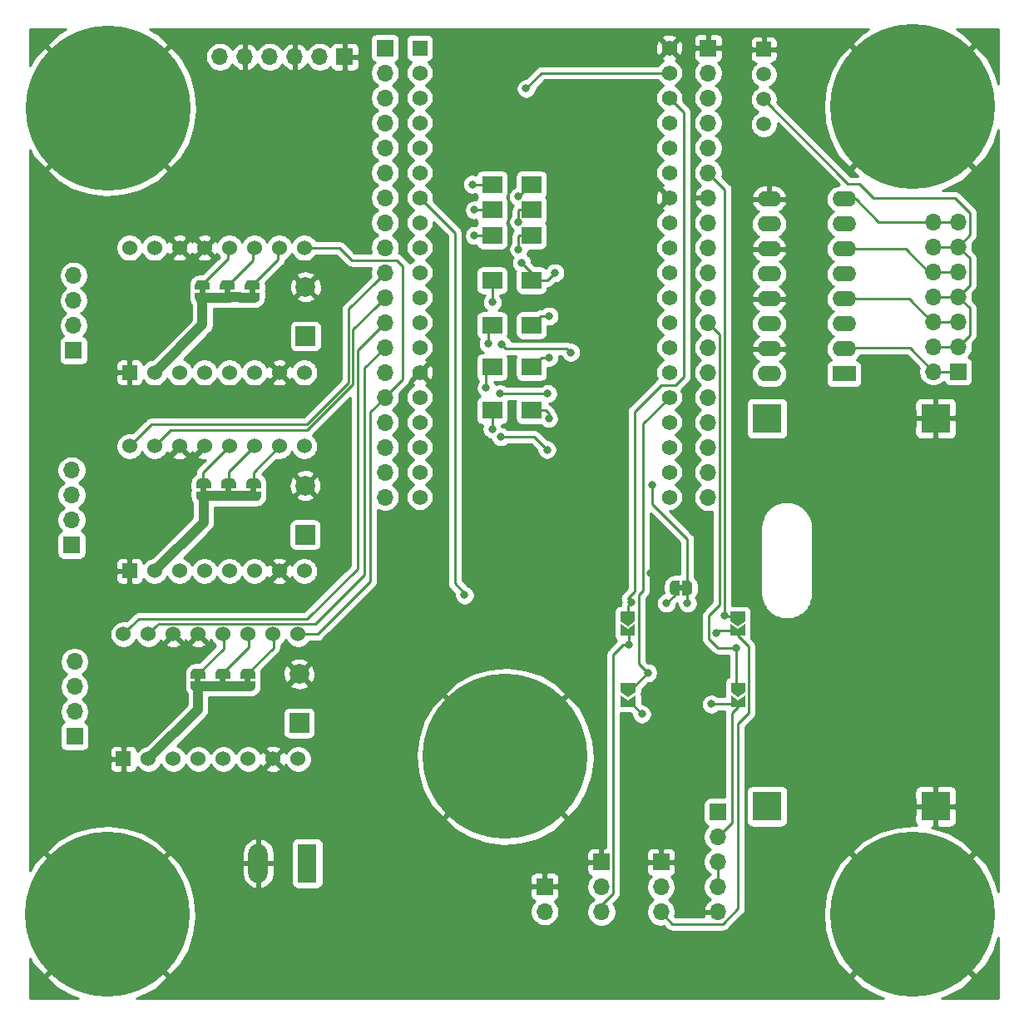
<source format=gbl>
G04 #@! TF.GenerationSoftware,KiCad,Pcbnew,(5.1.5)-3*
G04 #@! TF.CreationDate,2025-02-09T11:39:33+01:00*
G04 #@! TF.ProjectId,ESP32-cnc,45535033-322d-4636-9e63-2e6b69636164,rev?*
G04 #@! TF.SameCoordinates,Original*
G04 #@! TF.FileFunction,Copper,L2,Bot*
G04 #@! TF.FilePolarity,Positive*
%FSLAX46Y46*%
G04 Gerber Fmt 4.6, Leading zero omitted, Abs format (unit mm)*
G04 Created by KiCad (PCBNEW (5.1.5)-3) date 2025-02-09 11:39:33*
%MOMM*%
%LPD*%
G04 APERTURE LIST*
%ADD10C,0.100000*%
%ADD11O,1.700000X1.700000*%
%ADD12R,1.700000X1.700000*%
%ADD13C,1.100000*%
%ADD14C,16.800000*%
%ADD15C,2.000000*%
%ADD16R,2.000000X2.000000*%
%ADD17R,2.000000X1.700000*%
%ADD18C,1.530000*%
%ADD19R,1.530000X1.530000*%
%ADD20C,1.560000*%
%ADD21R,1.560000X1.560000*%
%ADD22R,3.000000X3.000000*%
%ADD23O,2.400000X1.600000*%
%ADD24R,2.400000X1.600000*%
%ADD25C,1.508000*%
%ADD26R,1.508000X1.508000*%
%ADD27R,1.980000X3.960000*%
%ADD28O,1.980000X3.960000*%
%ADD29C,0.800000*%
%ADD30C,0.250000*%
%ADD31C,1.000000*%
%ADD32C,0.254000*%
G04 APERTURE END LIST*
D10*
G36*
X33583100Y-62092000D02*
G01*
X33583100Y-62592000D01*
X32983100Y-62592000D01*
X32983100Y-62092000D01*
X33583100Y-62092000D01*
G37*
G36*
X38663100Y-62092000D02*
G01*
X38663100Y-62592000D01*
X38063100Y-62592000D01*
X38063100Y-62092000D01*
X38663100Y-62092000D01*
G37*
G36*
X38211800Y-101641900D02*
G01*
X38211800Y-102141900D01*
X37611800Y-102141900D01*
X37611800Y-101641900D01*
X38211800Y-101641900D01*
G37*
G36*
X38789800Y-82285500D02*
G01*
X38789800Y-82785500D01*
X38189800Y-82785500D01*
X38189800Y-82285500D01*
X38789800Y-82285500D01*
G37*
G36*
X33131800Y-101641900D02*
G01*
X33131800Y-102141900D01*
X32531800Y-102141900D01*
X32531800Y-101641900D01*
X33131800Y-101641900D01*
G37*
G36*
X33709800Y-82285500D02*
G01*
X33709800Y-82785500D01*
X33109800Y-82785500D01*
X33109800Y-82285500D01*
X33709800Y-82285500D01*
G37*
G36*
X36123100Y-62092000D02*
G01*
X36123100Y-62592000D01*
X35523100Y-62592000D01*
X35523100Y-62092000D01*
X36123100Y-62092000D01*
G37*
G36*
X35671800Y-101641900D02*
G01*
X35671800Y-102141900D01*
X35071800Y-102141900D01*
X35071800Y-101641900D01*
X35671800Y-101641900D01*
G37*
G36*
X36249800Y-82270500D02*
G01*
X36249800Y-82770500D01*
X35649800Y-82770500D01*
X35649800Y-82270500D01*
X36249800Y-82270500D01*
G37*
G36*
X81741200Y-92219500D02*
G01*
X82241200Y-92219500D01*
X82241200Y-92819500D01*
X81741200Y-92819500D01*
X81741200Y-92219500D01*
G37*
D11*
X85750400Y-125488700D03*
X85750400Y-122948700D03*
X85750400Y-120408700D03*
X85750400Y-117868700D03*
D12*
X85750400Y-115328700D03*
D13*
X68564373Y-105235127D03*
X64109600Y-103389900D03*
X59654827Y-105235127D03*
X57809600Y-109689900D03*
X59654827Y-114144673D03*
X64109600Y-115989900D03*
X68564373Y-114144673D03*
X70409600Y-109689900D03*
D14*
X64109600Y-109689900D03*
D15*
X43129200Y-101286300D03*
D16*
X43129200Y-106286300D03*
D15*
X43738800Y-82105500D03*
D16*
X43738800Y-87105500D03*
D15*
X43789600Y-61887100D03*
D16*
X43789600Y-66887100D03*
D11*
X20268800Y-100039500D03*
X20268800Y-102579500D03*
X20268800Y-105119500D03*
D12*
X20268800Y-107659500D03*
D17*
X62768800Y-74459500D03*
X66768800Y-74459500D03*
D18*
X25878800Y-57909500D03*
X28418800Y-57909500D03*
X30958800Y-57909500D03*
X33498800Y-57909500D03*
X36038800Y-57909500D03*
X38578800Y-57909500D03*
X41118800Y-57909500D03*
X43658800Y-57909500D03*
X43658800Y-70609500D03*
X41118800Y-70609500D03*
X38578800Y-70609500D03*
X36038800Y-70609500D03*
X33498800Y-70609500D03*
X30958800Y-70609500D03*
X28418800Y-70609500D03*
D19*
X25878800Y-70609500D03*
D18*
X25878800Y-78109500D03*
X28418800Y-78109500D03*
X30958800Y-78109500D03*
X33498800Y-78109500D03*
X36038800Y-78109500D03*
X38578800Y-78109500D03*
X41118800Y-78109500D03*
X43658800Y-78109500D03*
X43658800Y-90809500D03*
X41118800Y-90809500D03*
X38578800Y-90809500D03*
X36038800Y-90809500D03*
X33498800Y-90809500D03*
X30958800Y-90809500D03*
X28418800Y-90809500D03*
D19*
X25878800Y-90809500D03*
D18*
X25246400Y-97243900D03*
X27786400Y-97243900D03*
X30326400Y-97243900D03*
X32866400Y-97243900D03*
X35406400Y-97243900D03*
X37946400Y-97243900D03*
X40486400Y-97243900D03*
X43026400Y-97243900D03*
X43026400Y-109943900D03*
X40486400Y-109943900D03*
X37946400Y-109943900D03*
X35406400Y-109943900D03*
X32866400Y-109943900D03*
X30326400Y-109943900D03*
X27786400Y-109943900D03*
D19*
X25246400Y-109943900D03*
D20*
X80801200Y-83279500D03*
X80801200Y-80739500D03*
X80801200Y-78199500D03*
X80801200Y-75659500D03*
X80801200Y-73119500D03*
X80801200Y-70579500D03*
X80801200Y-68039500D03*
X80801200Y-65499500D03*
X80801200Y-62959500D03*
X80801200Y-60419500D03*
X80801200Y-57879500D03*
X80801200Y-55339500D03*
X80801200Y-52799500D03*
X80801200Y-50259500D03*
X80801200Y-47719500D03*
X80801200Y-45179500D03*
X80801200Y-42639500D03*
X80801200Y-40099500D03*
X80801200Y-37559500D03*
X55401200Y-80739500D03*
X55401200Y-78199500D03*
X55401200Y-75659500D03*
X55401200Y-73119500D03*
X55401200Y-70579500D03*
X55401200Y-68039500D03*
X55401200Y-65499500D03*
X55401200Y-62959500D03*
X55401200Y-60419500D03*
X55401200Y-57879500D03*
X55401200Y-55339500D03*
X55401200Y-52799500D03*
X55401200Y-50259500D03*
X55401200Y-47719500D03*
X55401200Y-45179500D03*
X55401200Y-42639500D03*
X55401200Y-83279500D03*
X55401200Y-40099500D03*
D21*
X55401200Y-37559500D03*
D11*
X84768800Y-83299500D03*
X84768800Y-80759500D03*
X84768800Y-78219500D03*
X84768800Y-75679500D03*
X84768800Y-73139500D03*
X84768800Y-70599500D03*
X84768800Y-68059500D03*
X84768800Y-65519500D03*
X84768800Y-62979500D03*
X84768800Y-60439500D03*
X84768800Y-57899500D03*
X84768800Y-55359500D03*
X84768800Y-52819500D03*
X84768800Y-50279500D03*
X84768800Y-47739500D03*
X84768800Y-45199500D03*
X84768800Y-42659500D03*
X84768800Y-40119500D03*
D12*
X84768800Y-37579500D03*
D11*
X79962400Y-125508700D03*
X79962400Y-122968700D03*
D12*
X79962400Y-120428700D03*
D11*
X107668800Y-55259500D03*
X110208800Y-55259500D03*
X107668800Y-57799500D03*
X110208800Y-57799500D03*
X107668800Y-60339500D03*
X110208800Y-60339500D03*
X107668800Y-62879500D03*
X110208800Y-62879500D03*
X107668800Y-65419500D03*
X110208800Y-65419500D03*
X107668800Y-67959500D03*
X110208800Y-67959500D03*
X107668800Y-70499500D03*
D12*
X110208800Y-70499500D03*
D11*
X19968800Y-80539500D03*
X19968800Y-83079500D03*
X19968800Y-85619500D03*
D12*
X19968800Y-88159500D03*
D11*
X20168800Y-60739500D03*
X20168800Y-63279500D03*
X20168800Y-65819500D03*
D12*
X20168800Y-68359500D03*
D11*
X73900400Y-125508700D03*
X73900400Y-122968700D03*
D12*
X73900400Y-120428700D03*
D11*
X68122800Y-125468700D03*
D12*
X68122800Y-122928700D03*
D11*
X51868800Y-83279500D03*
X51868800Y-80739500D03*
X51868800Y-78199500D03*
X51868800Y-75659500D03*
X51868800Y-73119500D03*
X51868800Y-70579500D03*
X51868800Y-68039500D03*
X51868800Y-65499500D03*
X51868800Y-62959500D03*
X51868800Y-60419500D03*
X51868800Y-57879500D03*
X51868800Y-55339500D03*
X51868800Y-52799500D03*
X51868800Y-50259500D03*
X51868800Y-47719500D03*
X51868800Y-45179500D03*
X51868800Y-42639500D03*
X51868800Y-40099500D03*
D12*
X51868800Y-37559500D03*
X47768800Y-38459500D03*
D11*
X45228800Y-38459500D03*
X42688800Y-38459500D03*
X40148800Y-38459500D03*
X37608800Y-38459500D03*
X35068800Y-38459500D03*
G04 #@! TA.AperFunction,SMDPad,CuDef*
D10*
G36*
X34033100Y-62492000D02*
G01*
X34033100Y-62992000D01*
X34032498Y-62992000D01*
X34032498Y-63016534D01*
X34027688Y-63065365D01*
X34018116Y-63113490D01*
X34003872Y-63160445D01*
X33985095Y-63205778D01*
X33961964Y-63249051D01*
X33934704Y-63289850D01*
X33903576Y-63327779D01*
X33868879Y-63362476D01*
X33830950Y-63393604D01*
X33790151Y-63420864D01*
X33746878Y-63443995D01*
X33701545Y-63462772D01*
X33654590Y-63477016D01*
X33606465Y-63486588D01*
X33557634Y-63491398D01*
X33533100Y-63491398D01*
X33533100Y-63492000D01*
X33033100Y-63492000D01*
X33033100Y-63491398D01*
X33008566Y-63491398D01*
X32959735Y-63486588D01*
X32911610Y-63477016D01*
X32864655Y-63462772D01*
X32819322Y-63443995D01*
X32776049Y-63420864D01*
X32735250Y-63393604D01*
X32697321Y-63362476D01*
X32662624Y-63327779D01*
X32631496Y-63289850D01*
X32604236Y-63249051D01*
X32581105Y-63205778D01*
X32562328Y-63160445D01*
X32548084Y-63113490D01*
X32538512Y-63065365D01*
X32533702Y-63016534D01*
X32533702Y-62992000D01*
X32533100Y-62992000D01*
X32533100Y-62492000D01*
X34033100Y-62492000D01*
G37*
G04 #@! TD.AperFunction*
G04 #@! TA.AperFunction,SMDPad,CuDef*
G36*
X32533702Y-61692000D02*
G01*
X32533702Y-61667466D01*
X32538512Y-61618635D01*
X32548084Y-61570510D01*
X32562328Y-61523555D01*
X32581105Y-61478222D01*
X32604236Y-61434949D01*
X32631496Y-61394150D01*
X32662624Y-61356221D01*
X32697321Y-61321524D01*
X32735250Y-61290396D01*
X32776049Y-61263136D01*
X32819322Y-61240005D01*
X32864655Y-61221228D01*
X32911610Y-61206984D01*
X32959735Y-61197412D01*
X33008566Y-61192602D01*
X33033100Y-61192602D01*
X33033100Y-61192000D01*
X33533100Y-61192000D01*
X33533100Y-61192602D01*
X33557634Y-61192602D01*
X33606465Y-61197412D01*
X33654590Y-61206984D01*
X33701545Y-61221228D01*
X33746878Y-61240005D01*
X33790151Y-61263136D01*
X33830950Y-61290396D01*
X33868879Y-61321524D01*
X33903576Y-61356221D01*
X33934704Y-61394150D01*
X33961964Y-61434949D01*
X33985095Y-61478222D01*
X34003872Y-61523555D01*
X34018116Y-61570510D01*
X34027688Y-61618635D01*
X34032498Y-61667466D01*
X34032498Y-61692000D01*
X34033100Y-61692000D01*
X34033100Y-62192000D01*
X32533100Y-62192000D01*
X32533100Y-61692000D01*
X32533702Y-61692000D01*
G37*
G04 #@! TD.AperFunction*
D13*
X110023573Y-121304727D03*
X105568800Y-119459500D03*
X101114027Y-121304727D03*
X99268800Y-125759500D03*
X101114027Y-130214273D03*
X105568800Y-132059500D03*
X110023573Y-130214273D03*
X111868800Y-125759500D03*
D14*
X105568800Y-125759500D03*
D13*
X110023573Y-39104727D03*
X105568800Y-37259500D03*
X101114027Y-39104727D03*
X99268800Y-43559500D03*
X101114027Y-48014273D03*
X105568800Y-49859500D03*
X110023573Y-48014273D03*
X111868800Y-43559500D03*
D14*
X105568800Y-43559500D03*
D13*
X28023573Y-121304727D03*
X23568800Y-119459500D03*
X19114027Y-121304727D03*
X17268800Y-125759500D03*
X19114027Y-130214273D03*
X23568800Y-132059500D03*
X28023573Y-130214273D03*
X29868800Y-125759500D03*
D14*
X23568800Y-125759500D03*
D13*
X28123573Y-39204727D03*
X23668800Y-37359500D03*
X19214027Y-39204727D03*
X17368800Y-43659500D03*
X19214027Y-48114273D03*
X23668800Y-49959500D03*
X28123573Y-48114273D03*
X29968800Y-43659500D03*
D14*
X23668800Y-43659500D03*
D22*
X90768800Y-75262500D03*
X107913800Y-75262500D03*
X107913800Y-114759500D03*
X90768800Y-114759500D03*
D23*
X90968800Y-70739500D03*
X98588800Y-52959500D03*
X90968800Y-68199500D03*
X98588800Y-55499500D03*
X90968800Y-65659500D03*
X98588800Y-58039500D03*
X90968800Y-63119500D03*
X98588800Y-60579500D03*
X90968800Y-60579500D03*
X98588800Y-63119500D03*
X90968800Y-58039500D03*
X98588800Y-65659500D03*
X90968800Y-55499500D03*
X98588800Y-68199500D03*
X90968800Y-52959500D03*
D24*
X98588800Y-70739500D03*
D25*
X90418800Y-42789500D03*
X90418800Y-45329500D03*
X90418800Y-40249500D03*
D26*
X90418800Y-37709500D03*
G04 #@! TA.AperFunction,SMDPad,CuDef*
D10*
G36*
X87768800Y-96423500D02*
G01*
X87018800Y-95923500D01*
X87018800Y-94923500D01*
X88518800Y-94923500D01*
X88518800Y-95923500D01*
X87768800Y-96423500D01*
G37*
G04 #@! TD.AperFunction*
G04 #@! TA.AperFunction,SMDPad,CuDef*
G36*
X87018800Y-97373500D02*
G01*
X87018800Y-96223500D01*
X87768800Y-96723500D01*
X88518800Y-96223500D01*
X88518800Y-97373500D01*
X87018800Y-97373500D01*
G37*
G04 #@! TD.AperFunction*
G04 #@! TA.AperFunction,SMDPad,CuDef*
G36*
X76568800Y-96423500D02*
G01*
X75818800Y-95923500D01*
X75818800Y-94923500D01*
X77318800Y-94923500D01*
X77318800Y-95923500D01*
X76568800Y-96423500D01*
G37*
G04 #@! TD.AperFunction*
G04 #@! TA.AperFunction,SMDPad,CuDef*
G36*
X75818800Y-97373500D02*
G01*
X75818800Y-96223500D01*
X76568800Y-96723500D01*
X77318800Y-96223500D01*
X77318800Y-97373500D01*
X75818800Y-97373500D01*
G37*
G04 #@! TD.AperFunction*
G04 #@! TA.AperFunction,SMDPad,CuDef*
G36*
X87819600Y-103669500D02*
G01*
X87069600Y-103169500D01*
X87069600Y-102169500D01*
X88569600Y-102169500D01*
X88569600Y-103169500D01*
X87819600Y-103669500D01*
G37*
G04 #@! TD.AperFunction*
G04 #@! TA.AperFunction,SMDPad,CuDef*
G36*
X87069600Y-104619500D02*
G01*
X87069600Y-103469500D01*
X87819600Y-103969500D01*
X88569600Y-103469500D01*
X88569600Y-104619500D01*
X87069600Y-104619500D01*
G37*
G04 #@! TD.AperFunction*
G04 #@! TA.AperFunction,SMDPad,CuDef*
G36*
X76619600Y-103669500D02*
G01*
X75869600Y-103169500D01*
X75869600Y-102169500D01*
X77369600Y-102169500D01*
X77369600Y-103169500D01*
X76619600Y-103669500D01*
G37*
G04 #@! TD.AperFunction*
G04 #@! TA.AperFunction,SMDPad,CuDef*
G36*
X75869600Y-104619500D02*
G01*
X75869600Y-103469500D01*
X76619600Y-103969500D01*
X77369600Y-103469500D01*
X77369600Y-104619500D01*
X75869600Y-104619500D01*
G37*
G04 #@! TD.AperFunction*
G04 #@! TA.AperFunction,SMDPad,CuDef*
G36*
X39113100Y-62492000D02*
G01*
X39113100Y-62992000D01*
X39112498Y-62992000D01*
X39112498Y-63016534D01*
X39107688Y-63065365D01*
X39098116Y-63113490D01*
X39083872Y-63160445D01*
X39065095Y-63205778D01*
X39041964Y-63249051D01*
X39014704Y-63289850D01*
X38983576Y-63327779D01*
X38948879Y-63362476D01*
X38910950Y-63393604D01*
X38870151Y-63420864D01*
X38826878Y-63443995D01*
X38781545Y-63462772D01*
X38734590Y-63477016D01*
X38686465Y-63486588D01*
X38637634Y-63491398D01*
X38613100Y-63491398D01*
X38613100Y-63492000D01*
X38113100Y-63492000D01*
X38113100Y-63491398D01*
X38088566Y-63491398D01*
X38039735Y-63486588D01*
X37991610Y-63477016D01*
X37944655Y-63462772D01*
X37899322Y-63443995D01*
X37856049Y-63420864D01*
X37815250Y-63393604D01*
X37777321Y-63362476D01*
X37742624Y-63327779D01*
X37711496Y-63289850D01*
X37684236Y-63249051D01*
X37661105Y-63205778D01*
X37642328Y-63160445D01*
X37628084Y-63113490D01*
X37618512Y-63065365D01*
X37613702Y-63016534D01*
X37613702Y-62992000D01*
X37613100Y-62992000D01*
X37613100Y-62492000D01*
X39113100Y-62492000D01*
G37*
G04 #@! TD.AperFunction*
G04 #@! TA.AperFunction,SMDPad,CuDef*
G36*
X37613702Y-61692000D02*
G01*
X37613702Y-61667466D01*
X37618512Y-61618635D01*
X37628084Y-61570510D01*
X37642328Y-61523555D01*
X37661105Y-61478222D01*
X37684236Y-61434949D01*
X37711496Y-61394150D01*
X37742624Y-61356221D01*
X37777321Y-61321524D01*
X37815250Y-61290396D01*
X37856049Y-61263136D01*
X37899322Y-61240005D01*
X37944655Y-61221228D01*
X37991610Y-61206984D01*
X38039735Y-61197412D01*
X38088566Y-61192602D01*
X38113100Y-61192602D01*
X38113100Y-61192000D01*
X38613100Y-61192000D01*
X38613100Y-61192602D01*
X38637634Y-61192602D01*
X38686465Y-61197412D01*
X38734590Y-61206984D01*
X38781545Y-61221228D01*
X38826878Y-61240005D01*
X38870151Y-61263136D01*
X38910950Y-61290396D01*
X38948879Y-61321524D01*
X38983576Y-61356221D01*
X39014704Y-61394150D01*
X39041964Y-61434949D01*
X39065095Y-61478222D01*
X39083872Y-61523555D01*
X39098116Y-61570510D01*
X39107688Y-61618635D01*
X39112498Y-61667466D01*
X39112498Y-61692000D01*
X39113100Y-61692000D01*
X39113100Y-62192000D01*
X37613100Y-62192000D01*
X37613100Y-61692000D01*
X37613702Y-61692000D01*
G37*
G04 #@! TD.AperFunction*
G04 #@! TA.AperFunction,SMDPad,CuDef*
G36*
X38661800Y-102041900D02*
G01*
X38661800Y-102541900D01*
X38661198Y-102541900D01*
X38661198Y-102566434D01*
X38656388Y-102615265D01*
X38646816Y-102663390D01*
X38632572Y-102710345D01*
X38613795Y-102755678D01*
X38590664Y-102798951D01*
X38563404Y-102839750D01*
X38532276Y-102877679D01*
X38497579Y-102912376D01*
X38459650Y-102943504D01*
X38418851Y-102970764D01*
X38375578Y-102993895D01*
X38330245Y-103012672D01*
X38283290Y-103026916D01*
X38235165Y-103036488D01*
X38186334Y-103041298D01*
X38161800Y-103041298D01*
X38161800Y-103041900D01*
X37661800Y-103041900D01*
X37661800Y-103041298D01*
X37637266Y-103041298D01*
X37588435Y-103036488D01*
X37540310Y-103026916D01*
X37493355Y-103012672D01*
X37448022Y-102993895D01*
X37404749Y-102970764D01*
X37363950Y-102943504D01*
X37326021Y-102912376D01*
X37291324Y-102877679D01*
X37260196Y-102839750D01*
X37232936Y-102798951D01*
X37209805Y-102755678D01*
X37191028Y-102710345D01*
X37176784Y-102663390D01*
X37167212Y-102615265D01*
X37162402Y-102566434D01*
X37162402Y-102541900D01*
X37161800Y-102541900D01*
X37161800Y-102041900D01*
X38661800Y-102041900D01*
G37*
G04 #@! TD.AperFunction*
G04 #@! TA.AperFunction,SMDPad,CuDef*
G36*
X37162402Y-101241900D02*
G01*
X37162402Y-101217366D01*
X37167212Y-101168535D01*
X37176784Y-101120410D01*
X37191028Y-101073455D01*
X37209805Y-101028122D01*
X37232936Y-100984849D01*
X37260196Y-100944050D01*
X37291324Y-100906121D01*
X37326021Y-100871424D01*
X37363950Y-100840296D01*
X37404749Y-100813036D01*
X37448022Y-100789905D01*
X37493355Y-100771128D01*
X37540310Y-100756884D01*
X37588435Y-100747312D01*
X37637266Y-100742502D01*
X37661800Y-100742502D01*
X37661800Y-100741900D01*
X38161800Y-100741900D01*
X38161800Y-100742502D01*
X38186334Y-100742502D01*
X38235165Y-100747312D01*
X38283290Y-100756884D01*
X38330245Y-100771128D01*
X38375578Y-100789905D01*
X38418851Y-100813036D01*
X38459650Y-100840296D01*
X38497579Y-100871424D01*
X38532276Y-100906121D01*
X38563404Y-100944050D01*
X38590664Y-100984849D01*
X38613795Y-101028122D01*
X38632572Y-101073455D01*
X38646816Y-101120410D01*
X38656388Y-101168535D01*
X38661198Y-101217366D01*
X38661198Y-101241900D01*
X38661800Y-101241900D01*
X38661800Y-101741900D01*
X37161800Y-101741900D01*
X37161800Y-101241900D01*
X37162402Y-101241900D01*
G37*
G04 #@! TD.AperFunction*
G04 #@! TA.AperFunction,SMDPad,CuDef*
G36*
X39239800Y-82685500D02*
G01*
X39239800Y-83185500D01*
X39239198Y-83185500D01*
X39239198Y-83210034D01*
X39234388Y-83258865D01*
X39224816Y-83306990D01*
X39210572Y-83353945D01*
X39191795Y-83399278D01*
X39168664Y-83442551D01*
X39141404Y-83483350D01*
X39110276Y-83521279D01*
X39075579Y-83555976D01*
X39037650Y-83587104D01*
X38996851Y-83614364D01*
X38953578Y-83637495D01*
X38908245Y-83656272D01*
X38861290Y-83670516D01*
X38813165Y-83680088D01*
X38764334Y-83684898D01*
X38739800Y-83684898D01*
X38739800Y-83685500D01*
X38239800Y-83685500D01*
X38239800Y-83684898D01*
X38215266Y-83684898D01*
X38166435Y-83680088D01*
X38118310Y-83670516D01*
X38071355Y-83656272D01*
X38026022Y-83637495D01*
X37982749Y-83614364D01*
X37941950Y-83587104D01*
X37904021Y-83555976D01*
X37869324Y-83521279D01*
X37838196Y-83483350D01*
X37810936Y-83442551D01*
X37787805Y-83399278D01*
X37769028Y-83353945D01*
X37754784Y-83306990D01*
X37745212Y-83258865D01*
X37740402Y-83210034D01*
X37740402Y-83185500D01*
X37739800Y-83185500D01*
X37739800Y-82685500D01*
X39239800Y-82685500D01*
G37*
G04 #@! TD.AperFunction*
G04 #@! TA.AperFunction,SMDPad,CuDef*
G36*
X37740402Y-81885500D02*
G01*
X37740402Y-81860966D01*
X37745212Y-81812135D01*
X37754784Y-81764010D01*
X37769028Y-81717055D01*
X37787805Y-81671722D01*
X37810936Y-81628449D01*
X37838196Y-81587650D01*
X37869324Y-81549721D01*
X37904021Y-81515024D01*
X37941950Y-81483896D01*
X37982749Y-81456636D01*
X38026022Y-81433505D01*
X38071355Y-81414728D01*
X38118310Y-81400484D01*
X38166435Y-81390912D01*
X38215266Y-81386102D01*
X38239800Y-81386102D01*
X38239800Y-81385500D01*
X38739800Y-81385500D01*
X38739800Y-81386102D01*
X38764334Y-81386102D01*
X38813165Y-81390912D01*
X38861290Y-81400484D01*
X38908245Y-81414728D01*
X38953578Y-81433505D01*
X38996851Y-81456636D01*
X39037650Y-81483896D01*
X39075579Y-81515024D01*
X39110276Y-81549721D01*
X39141404Y-81587650D01*
X39168664Y-81628449D01*
X39191795Y-81671722D01*
X39210572Y-81717055D01*
X39224816Y-81764010D01*
X39234388Y-81812135D01*
X39239198Y-81860966D01*
X39239198Y-81885500D01*
X39239800Y-81885500D01*
X39239800Y-82385500D01*
X37739800Y-82385500D01*
X37739800Y-81885500D01*
X37740402Y-81885500D01*
G37*
G04 #@! TD.AperFunction*
G04 #@! TA.AperFunction,SMDPad,CuDef*
G36*
X33581800Y-102041900D02*
G01*
X33581800Y-102541900D01*
X33581198Y-102541900D01*
X33581198Y-102566434D01*
X33576388Y-102615265D01*
X33566816Y-102663390D01*
X33552572Y-102710345D01*
X33533795Y-102755678D01*
X33510664Y-102798951D01*
X33483404Y-102839750D01*
X33452276Y-102877679D01*
X33417579Y-102912376D01*
X33379650Y-102943504D01*
X33338851Y-102970764D01*
X33295578Y-102993895D01*
X33250245Y-103012672D01*
X33203290Y-103026916D01*
X33155165Y-103036488D01*
X33106334Y-103041298D01*
X33081800Y-103041298D01*
X33081800Y-103041900D01*
X32581800Y-103041900D01*
X32581800Y-103041298D01*
X32557266Y-103041298D01*
X32508435Y-103036488D01*
X32460310Y-103026916D01*
X32413355Y-103012672D01*
X32368022Y-102993895D01*
X32324749Y-102970764D01*
X32283950Y-102943504D01*
X32246021Y-102912376D01*
X32211324Y-102877679D01*
X32180196Y-102839750D01*
X32152936Y-102798951D01*
X32129805Y-102755678D01*
X32111028Y-102710345D01*
X32096784Y-102663390D01*
X32087212Y-102615265D01*
X32082402Y-102566434D01*
X32082402Y-102541900D01*
X32081800Y-102541900D01*
X32081800Y-102041900D01*
X33581800Y-102041900D01*
G37*
G04 #@! TD.AperFunction*
G04 #@! TA.AperFunction,SMDPad,CuDef*
G36*
X32082402Y-101241900D02*
G01*
X32082402Y-101217366D01*
X32087212Y-101168535D01*
X32096784Y-101120410D01*
X32111028Y-101073455D01*
X32129805Y-101028122D01*
X32152936Y-100984849D01*
X32180196Y-100944050D01*
X32211324Y-100906121D01*
X32246021Y-100871424D01*
X32283950Y-100840296D01*
X32324749Y-100813036D01*
X32368022Y-100789905D01*
X32413355Y-100771128D01*
X32460310Y-100756884D01*
X32508435Y-100747312D01*
X32557266Y-100742502D01*
X32581800Y-100742502D01*
X32581800Y-100741900D01*
X33081800Y-100741900D01*
X33081800Y-100742502D01*
X33106334Y-100742502D01*
X33155165Y-100747312D01*
X33203290Y-100756884D01*
X33250245Y-100771128D01*
X33295578Y-100789905D01*
X33338851Y-100813036D01*
X33379650Y-100840296D01*
X33417579Y-100871424D01*
X33452276Y-100906121D01*
X33483404Y-100944050D01*
X33510664Y-100984849D01*
X33533795Y-101028122D01*
X33552572Y-101073455D01*
X33566816Y-101120410D01*
X33576388Y-101168535D01*
X33581198Y-101217366D01*
X33581198Y-101241900D01*
X33581800Y-101241900D01*
X33581800Y-101741900D01*
X32081800Y-101741900D01*
X32081800Y-101241900D01*
X32082402Y-101241900D01*
G37*
G04 #@! TD.AperFunction*
G04 #@! TA.AperFunction,SMDPad,CuDef*
G36*
X34159800Y-82685500D02*
G01*
X34159800Y-83185500D01*
X34159198Y-83185500D01*
X34159198Y-83210034D01*
X34154388Y-83258865D01*
X34144816Y-83306990D01*
X34130572Y-83353945D01*
X34111795Y-83399278D01*
X34088664Y-83442551D01*
X34061404Y-83483350D01*
X34030276Y-83521279D01*
X33995579Y-83555976D01*
X33957650Y-83587104D01*
X33916851Y-83614364D01*
X33873578Y-83637495D01*
X33828245Y-83656272D01*
X33781290Y-83670516D01*
X33733165Y-83680088D01*
X33684334Y-83684898D01*
X33659800Y-83684898D01*
X33659800Y-83685500D01*
X33159800Y-83685500D01*
X33159800Y-83684898D01*
X33135266Y-83684898D01*
X33086435Y-83680088D01*
X33038310Y-83670516D01*
X32991355Y-83656272D01*
X32946022Y-83637495D01*
X32902749Y-83614364D01*
X32861950Y-83587104D01*
X32824021Y-83555976D01*
X32789324Y-83521279D01*
X32758196Y-83483350D01*
X32730936Y-83442551D01*
X32707805Y-83399278D01*
X32689028Y-83353945D01*
X32674784Y-83306990D01*
X32665212Y-83258865D01*
X32660402Y-83210034D01*
X32660402Y-83185500D01*
X32659800Y-83185500D01*
X32659800Y-82685500D01*
X34159800Y-82685500D01*
G37*
G04 #@! TD.AperFunction*
G04 #@! TA.AperFunction,SMDPad,CuDef*
G36*
X32660402Y-81885500D02*
G01*
X32660402Y-81860966D01*
X32665212Y-81812135D01*
X32674784Y-81764010D01*
X32689028Y-81717055D01*
X32707805Y-81671722D01*
X32730936Y-81628449D01*
X32758196Y-81587650D01*
X32789324Y-81549721D01*
X32824021Y-81515024D01*
X32861950Y-81483896D01*
X32902749Y-81456636D01*
X32946022Y-81433505D01*
X32991355Y-81414728D01*
X33038310Y-81400484D01*
X33086435Y-81390912D01*
X33135266Y-81386102D01*
X33159800Y-81386102D01*
X33159800Y-81385500D01*
X33659800Y-81385500D01*
X33659800Y-81386102D01*
X33684334Y-81386102D01*
X33733165Y-81390912D01*
X33781290Y-81400484D01*
X33828245Y-81414728D01*
X33873578Y-81433505D01*
X33916851Y-81456636D01*
X33957650Y-81483896D01*
X33995579Y-81515024D01*
X34030276Y-81549721D01*
X34061404Y-81587650D01*
X34088664Y-81628449D01*
X34111795Y-81671722D01*
X34130572Y-81717055D01*
X34144816Y-81764010D01*
X34154388Y-81812135D01*
X34159198Y-81860966D01*
X34159198Y-81885500D01*
X34159800Y-81885500D01*
X34159800Y-82385500D01*
X32659800Y-82385500D01*
X32659800Y-81885500D01*
X32660402Y-81885500D01*
G37*
G04 #@! TD.AperFunction*
G04 #@! TA.AperFunction,SMDPad,CuDef*
G36*
X36573100Y-62492000D02*
G01*
X36573100Y-62992000D01*
X36572498Y-62992000D01*
X36572498Y-63016534D01*
X36567688Y-63065365D01*
X36558116Y-63113490D01*
X36543872Y-63160445D01*
X36525095Y-63205778D01*
X36501964Y-63249051D01*
X36474704Y-63289850D01*
X36443576Y-63327779D01*
X36408879Y-63362476D01*
X36370950Y-63393604D01*
X36330151Y-63420864D01*
X36286878Y-63443995D01*
X36241545Y-63462772D01*
X36194590Y-63477016D01*
X36146465Y-63486588D01*
X36097634Y-63491398D01*
X36073100Y-63491398D01*
X36073100Y-63492000D01*
X35573100Y-63492000D01*
X35573100Y-63491398D01*
X35548566Y-63491398D01*
X35499735Y-63486588D01*
X35451610Y-63477016D01*
X35404655Y-63462772D01*
X35359322Y-63443995D01*
X35316049Y-63420864D01*
X35275250Y-63393604D01*
X35237321Y-63362476D01*
X35202624Y-63327779D01*
X35171496Y-63289850D01*
X35144236Y-63249051D01*
X35121105Y-63205778D01*
X35102328Y-63160445D01*
X35088084Y-63113490D01*
X35078512Y-63065365D01*
X35073702Y-63016534D01*
X35073702Y-62992000D01*
X35073100Y-62992000D01*
X35073100Y-62492000D01*
X36573100Y-62492000D01*
G37*
G04 #@! TD.AperFunction*
G04 #@! TA.AperFunction,SMDPad,CuDef*
G36*
X35073702Y-61692000D02*
G01*
X35073702Y-61667466D01*
X35078512Y-61618635D01*
X35088084Y-61570510D01*
X35102328Y-61523555D01*
X35121105Y-61478222D01*
X35144236Y-61434949D01*
X35171496Y-61394150D01*
X35202624Y-61356221D01*
X35237321Y-61321524D01*
X35275250Y-61290396D01*
X35316049Y-61263136D01*
X35359322Y-61240005D01*
X35404655Y-61221228D01*
X35451610Y-61206984D01*
X35499735Y-61197412D01*
X35548566Y-61192602D01*
X35573100Y-61192602D01*
X35573100Y-61192000D01*
X36073100Y-61192000D01*
X36073100Y-61192602D01*
X36097634Y-61192602D01*
X36146465Y-61197412D01*
X36194590Y-61206984D01*
X36241545Y-61221228D01*
X36286878Y-61240005D01*
X36330151Y-61263136D01*
X36370950Y-61290396D01*
X36408879Y-61321524D01*
X36443576Y-61356221D01*
X36474704Y-61394150D01*
X36501964Y-61434949D01*
X36525095Y-61478222D01*
X36543872Y-61523555D01*
X36558116Y-61570510D01*
X36567688Y-61618635D01*
X36572498Y-61667466D01*
X36572498Y-61692000D01*
X36573100Y-61692000D01*
X36573100Y-62192000D01*
X35073100Y-62192000D01*
X35073100Y-61692000D01*
X35073702Y-61692000D01*
G37*
G04 #@! TD.AperFunction*
G04 #@! TA.AperFunction,SMDPad,CuDef*
G36*
X36121800Y-102041900D02*
G01*
X36121800Y-102541900D01*
X36121198Y-102541900D01*
X36121198Y-102566434D01*
X36116388Y-102615265D01*
X36106816Y-102663390D01*
X36092572Y-102710345D01*
X36073795Y-102755678D01*
X36050664Y-102798951D01*
X36023404Y-102839750D01*
X35992276Y-102877679D01*
X35957579Y-102912376D01*
X35919650Y-102943504D01*
X35878851Y-102970764D01*
X35835578Y-102993895D01*
X35790245Y-103012672D01*
X35743290Y-103026916D01*
X35695165Y-103036488D01*
X35646334Y-103041298D01*
X35621800Y-103041298D01*
X35621800Y-103041900D01*
X35121800Y-103041900D01*
X35121800Y-103041298D01*
X35097266Y-103041298D01*
X35048435Y-103036488D01*
X35000310Y-103026916D01*
X34953355Y-103012672D01*
X34908022Y-102993895D01*
X34864749Y-102970764D01*
X34823950Y-102943504D01*
X34786021Y-102912376D01*
X34751324Y-102877679D01*
X34720196Y-102839750D01*
X34692936Y-102798951D01*
X34669805Y-102755678D01*
X34651028Y-102710345D01*
X34636784Y-102663390D01*
X34627212Y-102615265D01*
X34622402Y-102566434D01*
X34622402Y-102541900D01*
X34621800Y-102541900D01*
X34621800Y-102041900D01*
X36121800Y-102041900D01*
G37*
G04 #@! TD.AperFunction*
G04 #@! TA.AperFunction,SMDPad,CuDef*
G36*
X34622402Y-101241900D02*
G01*
X34622402Y-101217366D01*
X34627212Y-101168535D01*
X34636784Y-101120410D01*
X34651028Y-101073455D01*
X34669805Y-101028122D01*
X34692936Y-100984849D01*
X34720196Y-100944050D01*
X34751324Y-100906121D01*
X34786021Y-100871424D01*
X34823950Y-100840296D01*
X34864749Y-100813036D01*
X34908022Y-100789905D01*
X34953355Y-100771128D01*
X35000310Y-100756884D01*
X35048435Y-100747312D01*
X35097266Y-100742502D01*
X35121800Y-100742502D01*
X35121800Y-100741900D01*
X35621800Y-100741900D01*
X35621800Y-100742502D01*
X35646334Y-100742502D01*
X35695165Y-100747312D01*
X35743290Y-100756884D01*
X35790245Y-100771128D01*
X35835578Y-100789905D01*
X35878851Y-100813036D01*
X35919650Y-100840296D01*
X35957579Y-100871424D01*
X35992276Y-100906121D01*
X36023404Y-100944050D01*
X36050664Y-100984849D01*
X36073795Y-101028122D01*
X36092572Y-101073455D01*
X36106816Y-101120410D01*
X36116388Y-101168535D01*
X36121198Y-101217366D01*
X36121198Y-101241900D01*
X36121800Y-101241900D01*
X36121800Y-101741900D01*
X34621800Y-101741900D01*
X34621800Y-101241900D01*
X34622402Y-101241900D01*
G37*
G04 #@! TD.AperFunction*
G04 #@! TA.AperFunction,SMDPad,CuDef*
G36*
X36699800Y-82670500D02*
G01*
X36699800Y-83170500D01*
X36699198Y-83170500D01*
X36699198Y-83195034D01*
X36694388Y-83243865D01*
X36684816Y-83291990D01*
X36670572Y-83338945D01*
X36651795Y-83384278D01*
X36628664Y-83427551D01*
X36601404Y-83468350D01*
X36570276Y-83506279D01*
X36535579Y-83540976D01*
X36497650Y-83572104D01*
X36456851Y-83599364D01*
X36413578Y-83622495D01*
X36368245Y-83641272D01*
X36321290Y-83655516D01*
X36273165Y-83665088D01*
X36224334Y-83669898D01*
X36199800Y-83669898D01*
X36199800Y-83670500D01*
X35699800Y-83670500D01*
X35699800Y-83669898D01*
X35675266Y-83669898D01*
X35626435Y-83665088D01*
X35578310Y-83655516D01*
X35531355Y-83641272D01*
X35486022Y-83622495D01*
X35442749Y-83599364D01*
X35401950Y-83572104D01*
X35364021Y-83540976D01*
X35329324Y-83506279D01*
X35298196Y-83468350D01*
X35270936Y-83427551D01*
X35247805Y-83384278D01*
X35229028Y-83338945D01*
X35214784Y-83291990D01*
X35205212Y-83243865D01*
X35200402Y-83195034D01*
X35200402Y-83170500D01*
X35199800Y-83170500D01*
X35199800Y-82670500D01*
X36699800Y-82670500D01*
G37*
G04 #@! TD.AperFunction*
G04 #@! TA.AperFunction,SMDPad,CuDef*
G36*
X35200402Y-81870500D02*
G01*
X35200402Y-81845966D01*
X35205212Y-81797135D01*
X35214784Y-81749010D01*
X35229028Y-81702055D01*
X35247805Y-81656722D01*
X35270936Y-81613449D01*
X35298196Y-81572650D01*
X35329324Y-81534721D01*
X35364021Y-81500024D01*
X35401950Y-81468896D01*
X35442749Y-81441636D01*
X35486022Y-81418505D01*
X35531355Y-81399728D01*
X35578310Y-81385484D01*
X35626435Y-81375912D01*
X35675266Y-81371102D01*
X35699800Y-81371102D01*
X35699800Y-81370500D01*
X36199800Y-81370500D01*
X36199800Y-81371102D01*
X36224334Y-81371102D01*
X36273165Y-81375912D01*
X36321290Y-81385484D01*
X36368245Y-81399728D01*
X36413578Y-81418505D01*
X36456851Y-81441636D01*
X36497650Y-81468896D01*
X36535579Y-81500024D01*
X36570276Y-81534721D01*
X36601404Y-81572650D01*
X36628664Y-81613449D01*
X36651795Y-81656722D01*
X36670572Y-81702055D01*
X36684816Y-81749010D01*
X36694388Y-81797135D01*
X36699198Y-81845966D01*
X36699198Y-81870500D01*
X36699800Y-81870500D01*
X36699800Y-82370500D01*
X35199800Y-82370500D01*
X35199800Y-81870500D01*
X35200402Y-81870500D01*
G37*
G04 #@! TD.AperFunction*
G04 #@! TA.AperFunction,SMDPad,CuDef*
G36*
X82141200Y-91769500D02*
G01*
X82641200Y-91769500D01*
X82641200Y-91770102D01*
X82665734Y-91770102D01*
X82714565Y-91774912D01*
X82762690Y-91784484D01*
X82809645Y-91798728D01*
X82854978Y-91817505D01*
X82898251Y-91840636D01*
X82939050Y-91867896D01*
X82976979Y-91899024D01*
X83011676Y-91933721D01*
X83042804Y-91971650D01*
X83070064Y-92012449D01*
X83093195Y-92055722D01*
X83111972Y-92101055D01*
X83126216Y-92148010D01*
X83135788Y-92196135D01*
X83140598Y-92244966D01*
X83140598Y-92269500D01*
X83141200Y-92269500D01*
X83141200Y-92769500D01*
X83140598Y-92769500D01*
X83140598Y-92794034D01*
X83135788Y-92842865D01*
X83126216Y-92890990D01*
X83111972Y-92937945D01*
X83093195Y-92983278D01*
X83070064Y-93026551D01*
X83042804Y-93067350D01*
X83011676Y-93105279D01*
X82976979Y-93139976D01*
X82939050Y-93171104D01*
X82898251Y-93198364D01*
X82854978Y-93221495D01*
X82809645Y-93240272D01*
X82762690Y-93254516D01*
X82714565Y-93264088D01*
X82665734Y-93268898D01*
X82641200Y-93268898D01*
X82641200Y-93269500D01*
X82141200Y-93269500D01*
X82141200Y-91769500D01*
G37*
G04 #@! TD.AperFunction*
G04 #@! TA.AperFunction,SMDPad,CuDef*
G36*
X81341200Y-93268898D02*
G01*
X81316666Y-93268898D01*
X81267835Y-93264088D01*
X81219710Y-93254516D01*
X81172755Y-93240272D01*
X81127422Y-93221495D01*
X81084149Y-93198364D01*
X81043350Y-93171104D01*
X81005421Y-93139976D01*
X80970724Y-93105279D01*
X80939596Y-93067350D01*
X80912336Y-93026551D01*
X80889205Y-92983278D01*
X80870428Y-92937945D01*
X80856184Y-92890990D01*
X80846612Y-92842865D01*
X80841802Y-92794034D01*
X80841802Y-92769500D01*
X80841200Y-92769500D01*
X80841200Y-92269500D01*
X80841802Y-92269500D01*
X80841802Y-92244966D01*
X80846612Y-92196135D01*
X80856184Y-92148010D01*
X80870428Y-92101055D01*
X80889205Y-92055722D01*
X80912336Y-92012449D01*
X80939596Y-91971650D01*
X80970724Y-91933721D01*
X81005421Y-91899024D01*
X81043350Y-91867896D01*
X81084149Y-91840636D01*
X81127422Y-91817505D01*
X81172755Y-91798728D01*
X81219710Y-91784484D01*
X81267835Y-91774912D01*
X81316666Y-91770102D01*
X81341200Y-91770102D01*
X81341200Y-91769500D01*
X81841200Y-91769500D01*
X81841200Y-93269500D01*
X81341200Y-93269500D01*
X81341200Y-93268898D01*
G37*
G04 #@! TD.AperFunction*
D17*
X66768800Y-61223500D03*
X62768800Y-61223500D03*
X62768800Y-51459500D03*
X66768800Y-51459500D03*
X62768800Y-54059500D03*
X66768800Y-54059500D03*
X62768800Y-56659500D03*
X66768800Y-56659500D03*
X62768800Y-65792400D03*
X66768800Y-65792400D03*
X66768800Y-70059500D03*
X62768800Y-70059500D03*
D27*
X43968800Y-120559500D03*
D28*
X38968800Y-120559500D03*
D29*
X73968800Y-69659500D03*
X73868800Y-62959500D03*
X73868800Y-75859500D03*
X60168800Y-43903900D03*
X75590400Y-37858700D03*
X75692000Y-46037500D03*
X58724800Y-37858700D03*
X58775600Y-46037500D03*
X78994000Y-98310700D03*
X78855410Y-90995500D03*
X85090000Y-102679500D03*
X82651600Y-98869500D03*
X65468801Y-55259499D03*
X65468800Y-58059500D03*
X62788800Y-63461900D03*
X62368800Y-67659500D03*
X62168800Y-72159500D03*
X82651600Y-94094300D03*
X79095600Y-82054700D03*
X59968800Y-93259500D03*
X66231460Y-41696840D03*
X78619600Y-101169500D03*
X87630000Y-98615500D03*
X86461600Y-95313500D03*
X76968800Y-93992700D03*
X62768800Y-76359500D03*
X80518000Y-94094300D03*
X68568800Y-64859500D03*
X68568800Y-69059500D03*
X68529200Y-75298300D03*
X60968800Y-54059500D03*
X60968800Y-56659500D03*
X69168800Y-60459500D03*
X65786000Y-59448700D03*
X68368800Y-78459500D03*
X63668800Y-77159500D03*
X63568800Y-72759500D03*
X68427600Y-72758300D03*
X63768800Y-67759500D03*
X70768800Y-68559500D03*
X60768800Y-51459500D03*
X65435973Y-52710261D03*
X76668800Y-98323500D03*
X85561010Y-97093498D03*
X85090004Y-104355900D03*
X78019600Y-105369500D03*
D30*
X55396640Y-70739360D02*
X55401200Y-70734800D01*
X65518800Y-54059500D02*
X65468801Y-54109499D01*
X66768800Y-54059500D02*
X65518800Y-54059500D01*
X65468801Y-54109499D02*
X65468801Y-55259499D01*
X66768800Y-56659500D02*
X65518800Y-56659500D01*
X65518800Y-56659500D02*
X65468800Y-56709500D01*
X65468800Y-56709500D02*
X65468800Y-58059500D01*
X62788800Y-61243500D02*
X62768800Y-61223500D01*
X62788800Y-63461900D02*
X62788800Y-61243500D01*
X62368800Y-66192400D02*
X62768800Y-65792400D01*
X62368800Y-67659500D02*
X62368800Y-66192400D01*
X62168800Y-70659500D02*
X62768800Y-70059500D01*
X62168800Y-72159500D02*
X62168800Y-70659500D01*
D31*
X33579392Y-102541900D02*
X35371800Y-102541900D01*
X32831800Y-102541900D02*
X33579392Y-102541900D01*
X35371800Y-102541900D02*
X37911800Y-102541900D01*
X33283100Y-62992000D02*
X35823100Y-62992000D01*
X35934800Y-83185500D02*
X35949800Y-83170500D01*
X33409800Y-83185500D02*
X35934800Y-83185500D01*
X38474800Y-83170500D02*
X38489800Y-83185500D01*
X35949800Y-83170500D02*
X38474800Y-83170500D01*
X33409800Y-85818500D02*
X28418800Y-90809500D01*
X33409800Y-83185500D02*
X33409800Y-85818500D01*
X33283100Y-65745200D02*
X28418800Y-70609500D01*
X33283100Y-62992000D02*
X33283100Y-65745200D01*
X32831800Y-104898500D02*
X27786400Y-109943900D01*
X32831800Y-102541900D02*
X32831800Y-104898500D01*
X37122100Y-62992000D02*
X38363100Y-62992000D01*
X37084000Y-62953900D02*
X37122100Y-62992000D01*
X35823100Y-62992000D02*
X35861200Y-62953900D01*
X35861200Y-62953900D02*
X37084000Y-62953900D01*
D30*
X82641200Y-92519500D02*
X82641200Y-94083900D01*
X82641200Y-94083900D02*
X82651600Y-94094300D01*
X79095600Y-84035900D02*
X79095600Y-82620385D01*
X82641200Y-92519500D02*
X82641200Y-87581500D01*
X79095600Y-82620385D02*
X79095600Y-82054700D01*
X82641200Y-87581500D02*
X79095600Y-84035900D01*
X59968800Y-93059500D02*
X59968800Y-93259500D01*
X58968800Y-92059500D02*
X59968800Y-93059500D01*
X55401200Y-52799500D02*
X58968800Y-56367100D01*
X58968800Y-56367100D02*
X58968800Y-92059500D01*
X26011399Y-96478901D02*
X25246400Y-97243900D01*
X49068800Y-68299500D02*
X49068800Y-90559500D01*
X51868800Y-65499500D02*
X49068800Y-68299500D01*
X49068800Y-90559500D02*
X43924412Y-95703888D01*
X43924412Y-95703888D02*
X26786412Y-95703888D01*
X26786412Y-95703888D02*
X26011399Y-96478901D01*
X51018801Y-61269499D02*
X51868800Y-60419500D01*
X28128800Y-75859500D02*
X43932390Y-75859500D01*
X25878800Y-78109500D02*
X28128800Y-75859500D01*
X48168778Y-71623112D02*
X48168778Y-64119522D01*
X43932390Y-75859500D02*
X48168778Y-71623112D01*
X48168778Y-64119522D02*
X51018801Y-61269499D01*
X51808800Y-73059500D02*
X51868800Y-73119500D01*
X53668800Y-71319500D02*
X51928800Y-73059500D01*
X47218800Y-57909500D02*
X48468800Y-59159500D01*
X43658800Y-57909500D02*
X47218800Y-57909500D01*
X53668800Y-59759500D02*
X53668800Y-71319500D01*
X53068800Y-59159500D02*
X53668800Y-59759500D01*
X48468800Y-59159500D02*
X53068800Y-59159500D01*
X45008800Y-97243900D02*
X43026400Y-97243900D01*
X50368800Y-91883900D02*
X45008800Y-97243900D01*
X51868800Y-73119500D02*
X50368800Y-74619500D01*
X50368800Y-74619500D02*
X50368800Y-91883900D01*
X67828800Y-40099500D02*
X66231460Y-41696840D01*
X80801200Y-40099500D02*
X67828800Y-40099500D01*
X78619600Y-101169500D02*
X78619600Y-101174300D01*
X78619600Y-101174300D02*
X76619600Y-103174300D01*
X77825600Y-100342700D02*
X77825600Y-100375500D01*
X77825600Y-100375500D02*
X78619600Y-101169500D01*
X77724000Y-100241100D02*
X77825600Y-100342700D01*
X77724000Y-93230700D02*
X77724000Y-100241100D01*
X78130400Y-75790300D02*
X78130400Y-92824300D01*
X80801200Y-73119500D02*
X78130400Y-75790300D01*
X78130400Y-92824300D02*
X77724000Y-93230700D01*
X87630000Y-102659100D02*
X87630000Y-99181185D01*
X87630000Y-99181185D02*
X87630000Y-98615500D01*
X87619600Y-102669500D02*
X87630000Y-102659100D01*
X87064315Y-98615500D02*
X87630000Y-98615500D01*
X85750400Y-98615500D02*
X87064315Y-98615500D01*
X85953600Y-94246700D02*
X84836000Y-95364300D01*
X84836000Y-97701100D02*
X85750400Y-98615500D01*
X85953600Y-66704300D02*
X85953600Y-94246700D01*
X84768800Y-65519500D02*
X85953600Y-66704300D01*
X84836000Y-95364300D02*
X84836000Y-97701100D01*
X80801200Y-50414800D02*
X80750400Y-50364000D01*
X86461600Y-51972300D02*
X86461600Y-94747815D01*
X86461600Y-94747815D02*
X86461600Y-95313500D01*
X84768800Y-50279500D02*
X86461600Y-51972300D01*
X86571600Y-95423500D02*
X86461600Y-95313500D01*
X87768800Y-95423500D02*
X86571600Y-95423500D01*
X76568800Y-95198500D02*
X76568801Y-94392699D01*
X76568801Y-94392699D02*
X76968800Y-93992700D01*
X76568801Y-93592701D02*
X76968800Y-93992700D01*
X77266800Y-74561500D02*
X77266800Y-92894702D01*
X82268800Y-44107100D02*
X82268800Y-71059500D01*
X77266800Y-92894702D02*
X76568801Y-93592701D01*
X82268800Y-71059500D02*
X81468800Y-71859500D01*
X80801200Y-42639500D02*
X82268800Y-44107100D01*
X81468800Y-71859500D02*
X79968800Y-71859500D01*
X79968800Y-71859500D02*
X77266800Y-74561500D01*
X28551399Y-96478901D02*
X27786400Y-97243900D01*
X49768800Y-70139500D02*
X49768800Y-91159500D01*
X51868800Y-68039500D02*
X49768800Y-70139500D01*
X49768800Y-91159500D02*
X44774401Y-96153899D01*
X44774401Y-96153899D02*
X28876401Y-96153899D01*
X28876401Y-96153899D02*
X28551399Y-96478901D01*
X62768800Y-76359500D02*
X62768800Y-74459500D01*
X30068800Y-76459500D02*
X43968800Y-76459500D01*
X28418800Y-78109500D02*
X30068800Y-76459500D01*
X43968800Y-76459500D02*
X48618789Y-71809511D01*
X51018801Y-63809499D02*
X51868800Y-62959500D01*
X48618789Y-71809511D02*
X48618789Y-66209511D01*
X48618789Y-66209511D02*
X51018801Y-63809499D01*
X40999600Y-59128700D02*
X38368800Y-61759500D01*
X40999600Y-58343000D02*
X40999600Y-59128700D01*
X38459600Y-59168700D02*
X35868800Y-61759500D01*
X38459600Y-58343000D02*
X38459600Y-59168700D01*
X35919600Y-59008700D02*
X33268800Y-61659500D01*
X35919600Y-58343000D02*
X35919600Y-59008700D01*
X41118800Y-78361000D02*
X40970800Y-78509000D01*
X41118800Y-78109500D02*
X41118800Y-78361000D01*
X38468800Y-80759500D02*
X41118800Y-78109500D01*
X38468800Y-81859500D02*
X38468800Y-80759500D01*
X35968800Y-80719500D02*
X35968800Y-81859500D01*
X38578800Y-78109500D02*
X35968800Y-80719500D01*
X33368800Y-80779500D02*
X33368800Y-81859500D01*
X36038800Y-78109500D02*
X33368800Y-80779500D01*
X40511800Y-98616500D02*
X37868800Y-101259500D01*
X40511800Y-97292400D02*
X40511800Y-98616500D01*
X37971800Y-98556500D02*
X35368800Y-101159500D01*
X37971800Y-97292400D02*
X37971800Y-98556500D01*
X35431800Y-98696500D02*
X32868800Y-101259500D01*
X35431800Y-97292400D02*
X35431800Y-98696500D01*
X81341200Y-93271100D02*
X80518000Y-94094300D01*
X81341200Y-92519500D02*
X81341200Y-93271100D01*
X67701700Y-64859500D02*
X66768800Y-65792400D01*
X68568800Y-64859500D02*
X67701700Y-64859500D01*
X67768800Y-69059500D02*
X66768800Y-70059500D01*
X68568800Y-69059500D02*
X67768800Y-69059500D01*
X66768800Y-74459500D02*
X68256085Y-74459500D01*
X68529200Y-74732615D02*
X68529200Y-75298300D01*
X68256085Y-74459500D02*
X68529200Y-74732615D01*
X109108800Y-70499500D02*
X107668800Y-70499500D01*
X110208800Y-70499500D02*
X109108800Y-70499500D01*
X98668800Y-68119500D02*
X98588800Y-68199500D01*
X107668800Y-70499500D02*
X105288800Y-68119500D01*
X105288800Y-68119500D02*
X98668800Y-68119500D01*
X109006719Y-65419500D02*
X107668800Y-65419500D01*
X110208800Y-65419500D02*
X109006719Y-65419500D01*
X105228800Y-63119500D02*
X98588800Y-63119500D01*
X107668800Y-65419500D02*
X107528800Y-65419500D01*
X107528800Y-65419500D02*
X105228800Y-63119500D01*
X110208800Y-60339500D02*
X107668800Y-60339500D01*
X104848800Y-58039500D02*
X98588800Y-58039500D01*
X107668800Y-60339500D02*
X107148800Y-60339500D01*
X107148800Y-60339500D02*
X104848800Y-58039500D01*
X62768800Y-54059500D02*
X60968800Y-54059500D01*
X62768800Y-56659500D02*
X60968800Y-56659500D01*
X68404800Y-61223500D02*
X66768800Y-61223500D01*
X69168800Y-60459500D02*
X68404800Y-61223500D01*
X66768800Y-61223500D02*
X66768800Y-60431500D01*
X66768800Y-60431500D02*
X65786000Y-59448700D01*
X109006719Y-57799500D02*
X107668800Y-57799500D01*
X110208800Y-57799500D02*
X109006719Y-57799500D01*
X111058799Y-62029501D02*
X110208800Y-62879500D01*
X111383801Y-61704499D02*
X111058799Y-62029501D01*
X111383801Y-58974501D02*
X111383801Y-61704499D01*
X110208800Y-57799500D02*
X111383801Y-58974501D01*
X110208800Y-62879500D02*
X107668800Y-62879500D01*
X111383801Y-66784499D02*
X111058799Y-67109501D01*
X111058799Y-67109501D02*
X110208800Y-67959500D01*
X111383801Y-64054501D02*
X111383801Y-66784499D01*
X110208800Y-62879500D02*
X111383801Y-64054501D01*
X109006719Y-67959500D02*
X107668800Y-67959500D01*
X110208800Y-67959500D02*
X109006719Y-67959500D01*
X99000800Y-51371500D02*
X90418800Y-42789500D01*
X100126800Y-51371500D02*
X99000800Y-51371500D01*
X109895200Y-52859500D02*
X101614800Y-52859500D01*
X110208800Y-57799500D02*
X111404400Y-56603900D01*
X101614800Y-52859500D02*
X100126800Y-51371500D01*
X111404400Y-56603900D02*
X111404400Y-54368700D01*
X111404400Y-54368700D02*
X109895200Y-52859500D01*
X85750400Y-121610781D02*
X85750400Y-122948700D01*
X85750400Y-120408700D02*
X85750400Y-121610781D01*
X68368800Y-78459500D02*
X67068800Y-77159500D01*
X67068800Y-77159500D02*
X63668800Y-77159500D01*
X63568800Y-72759500D02*
X68426400Y-72759500D01*
X68426400Y-72759500D02*
X68427600Y-72758300D01*
X70768800Y-68559500D02*
X70368799Y-68159499D01*
X64168799Y-68159499D02*
X63768800Y-67759500D01*
X70368799Y-68159499D02*
X64168799Y-68159499D01*
X60768800Y-51459500D02*
X62768800Y-51459500D01*
X66486734Y-51659500D02*
X65835972Y-52310262D01*
X65835972Y-52310262D02*
X65435973Y-52710261D01*
X66768800Y-51659500D02*
X66486734Y-51659500D01*
X76668800Y-97248500D02*
X76568800Y-97148500D01*
X76668800Y-98323500D02*
X76668800Y-97248500D01*
X73893799Y-125583699D02*
X73900400Y-125590300D01*
X74451199Y-124225301D02*
X73893799Y-124782701D01*
X76103115Y-98323500D02*
X75075401Y-99351214D01*
X73893799Y-124782701D02*
X73893799Y-125583699D01*
X76668800Y-98323500D02*
X76103115Y-98323500D01*
X75075401Y-99351214D02*
X75075401Y-123614301D01*
X75075401Y-123614301D02*
X74464401Y-124225301D01*
X74464401Y-124225301D02*
X74451199Y-124225301D01*
X87768800Y-97373500D02*
X87768800Y-96873500D01*
X88894610Y-98499310D02*
X87768800Y-97373500D01*
X88894610Y-105275690D02*
X88894610Y-98499310D01*
X87818811Y-125159291D02*
X87818811Y-106351489D01*
X87818811Y-106351489D02*
X88894610Y-105275690D01*
X86314401Y-126663701D02*
X87818811Y-125159291D01*
X87768800Y-96873500D02*
X85781008Y-96873500D01*
X85781008Y-96873500D02*
X85561010Y-97093498D01*
X86302599Y-126714501D02*
X86309200Y-126707900D01*
X79962400Y-125590300D02*
X81086601Y-126714501D01*
X81086601Y-126714501D02*
X86302599Y-126714501D01*
X87172800Y-116446300D02*
X86600399Y-117018701D01*
X86600399Y-117018701D02*
X85750400Y-117868700D01*
X87172800Y-105266300D02*
X87172800Y-116446300D01*
X87819600Y-104119500D02*
X87819600Y-104619500D01*
X87819600Y-104619500D02*
X87172800Y-105266300D01*
X85655689Y-104355900D02*
X85090004Y-104355900D01*
X87433200Y-104355900D02*
X85655689Y-104355900D01*
X87619600Y-104169500D02*
X87433200Y-104355900D01*
X76904400Y-104254300D02*
X78019600Y-105369500D01*
X76679200Y-104254300D02*
X76904400Y-104254300D01*
X99835200Y-52959500D02*
X98588800Y-52959500D01*
X107668800Y-55259500D02*
X102135200Y-55259500D01*
X102135200Y-55259500D02*
X99835200Y-52959500D01*
X107668800Y-55259500D02*
X110208800Y-55259500D01*
D32*
G36*
X18817362Y-35985735D02*
G01*
X18435731Y-36240733D01*
X17451873Y-37262968D01*
X23668800Y-43479895D01*
X29885727Y-37262968D01*
X28901869Y-36240733D01*
X27940169Y-35695000D01*
X101096984Y-35695000D01*
X100717362Y-35885735D01*
X100335731Y-36140733D01*
X99351873Y-37162968D01*
X105568800Y-43379895D01*
X111785727Y-37162968D01*
X110801869Y-36140733D01*
X110016391Y-35695000D01*
X114305001Y-35695000D01*
X114305001Y-41252961D01*
X114041584Y-40298357D01*
X113242565Y-38708062D01*
X112987567Y-38326431D01*
X111965332Y-37342573D01*
X105748405Y-43559500D01*
X111965332Y-49776427D01*
X112987567Y-48792569D01*
X113865939Y-47244687D01*
X114305001Y-45918909D01*
X114305000Y-123452958D01*
X114041584Y-122498357D01*
X113242565Y-120908062D01*
X112987567Y-120526431D01*
X111965332Y-119542573D01*
X105748405Y-125759500D01*
X111965332Y-131976427D01*
X112987567Y-130992569D01*
X113865939Y-129444687D01*
X114305000Y-128118912D01*
X114305000Y-134305000D01*
X108566426Y-134305000D01*
X108829943Y-134232284D01*
X110420238Y-133433265D01*
X110801869Y-133178267D01*
X111785727Y-132156032D01*
X105568800Y-125939105D01*
X99351873Y-132156032D01*
X100335731Y-133178267D01*
X101883613Y-134056639D01*
X102633556Y-134305000D01*
X26566426Y-134305000D01*
X26829943Y-134232284D01*
X28420238Y-133433265D01*
X28801869Y-133178267D01*
X29785727Y-132156032D01*
X23568800Y-125939105D01*
X17351873Y-132156032D01*
X18335731Y-133178267D01*
X19883613Y-134056639D01*
X20633556Y-134305000D01*
X15695000Y-134305000D01*
X15695000Y-130212806D01*
X15895035Y-130610938D01*
X16150033Y-130992569D01*
X17172268Y-131976427D01*
X23389195Y-125759500D01*
X23748405Y-125759500D01*
X29965332Y-131976427D01*
X30987567Y-130992569D01*
X31865939Y-129444687D01*
X32425456Y-127755187D01*
X32644617Y-125988992D01*
X32514999Y-124213978D01*
X32394887Y-123778700D01*
X66634728Y-123778700D01*
X66646988Y-123903182D01*
X66683298Y-124022880D01*
X66742263Y-124133194D01*
X66821615Y-124229885D01*
X66918306Y-124309237D01*
X67028620Y-124368202D01*
X67101180Y-124390213D01*
X66969325Y-124522068D01*
X66806810Y-124765289D01*
X66694868Y-125035542D01*
X66637800Y-125322440D01*
X66637800Y-125614960D01*
X66694868Y-125901858D01*
X66806810Y-126172111D01*
X66969325Y-126415332D01*
X67176168Y-126622175D01*
X67419389Y-126784690D01*
X67689642Y-126896632D01*
X67976540Y-126953700D01*
X68269060Y-126953700D01*
X68555958Y-126896632D01*
X68826211Y-126784690D01*
X69069432Y-126622175D01*
X69276275Y-126415332D01*
X69438790Y-126172111D01*
X69550732Y-125901858D01*
X69607800Y-125614960D01*
X69607800Y-125322440D01*
X69550732Y-125035542D01*
X69438790Y-124765289D01*
X69276275Y-124522068D01*
X69144420Y-124390213D01*
X69216980Y-124368202D01*
X69327294Y-124309237D01*
X69423985Y-124229885D01*
X69503337Y-124133194D01*
X69562302Y-124022880D01*
X69598612Y-123903182D01*
X69610872Y-123778700D01*
X69607800Y-123214450D01*
X69449050Y-123055700D01*
X68249800Y-123055700D01*
X68249800Y-123075700D01*
X67995800Y-123075700D01*
X67995800Y-123055700D01*
X66796550Y-123055700D01*
X66637800Y-123214450D01*
X66634728Y-123778700D01*
X32394887Y-123778700D01*
X32041584Y-122498357D01*
X31242565Y-120908062D01*
X31094522Y-120686500D01*
X37343800Y-120686500D01*
X37343800Y-121676500D01*
X37399800Y-121991082D01*
X37516096Y-122288694D01*
X37688219Y-122557899D01*
X37909554Y-122788352D01*
X38171595Y-122971196D01*
X38464272Y-123099405D01*
X38589935Y-123129718D01*
X38841800Y-123010240D01*
X38841800Y-120686500D01*
X39095800Y-120686500D01*
X39095800Y-123010240D01*
X39347665Y-123129718D01*
X39473328Y-123099405D01*
X39766005Y-122971196D01*
X40028046Y-122788352D01*
X40249381Y-122557899D01*
X40421504Y-122288694D01*
X40537800Y-121991082D01*
X40593800Y-121676500D01*
X40593800Y-120686500D01*
X39095800Y-120686500D01*
X38841800Y-120686500D01*
X37343800Y-120686500D01*
X31094522Y-120686500D01*
X30987567Y-120526431D01*
X29965332Y-119542573D01*
X23748405Y-125759500D01*
X23389195Y-125759500D01*
X17172268Y-119542573D01*
X16150033Y-120526431D01*
X15695000Y-121328298D01*
X15695000Y-119362968D01*
X17351873Y-119362968D01*
X23568800Y-125579895D01*
X29706195Y-119442500D01*
X37343800Y-119442500D01*
X37343800Y-120432500D01*
X38841800Y-120432500D01*
X38841800Y-118108760D01*
X39095800Y-118108760D01*
X39095800Y-120432500D01*
X40593800Y-120432500D01*
X40593800Y-119442500D01*
X40537800Y-119127918D01*
X40421504Y-118830306D01*
X40261145Y-118579500D01*
X42340728Y-118579500D01*
X42340728Y-122539500D01*
X42352988Y-122663982D01*
X42389298Y-122783680D01*
X42448263Y-122893994D01*
X42527615Y-122990685D01*
X42624306Y-123070037D01*
X42734620Y-123129002D01*
X42854318Y-123165312D01*
X42978800Y-123177572D01*
X44958800Y-123177572D01*
X45083282Y-123165312D01*
X45202980Y-123129002D01*
X45313294Y-123070037D01*
X45409985Y-122990685D01*
X45489337Y-122893994D01*
X45548302Y-122783680D01*
X45584612Y-122663982D01*
X45596872Y-122539500D01*
X45596872Y-122078700D01*
X66634728Y-122078700D01*
X66637800Y-122642950D01*
X66796550Y-122801700D01*
X67995800Y-122801700D01*
X67995800Y-121602450D01*
X68249800Y-121602450D01*
X68249800Y-122801700D01*
X69449050Y-122801700D01*
X69607800Y-122642950D01*
X69610872Y-122078700D01*
X69598612Y-121954218D01*
X69562302Y-121834520D01*
X69503337Y-121724206D01*
X69423985Y-121627515D01*
X69327294Y-121548163D01*
X69216980Y-121489198D01*
X69097282Y-121452888D01*
X68972800Y-121440628D01*
X68408550Y-121443700D01*
X68249800Y-121602450D01*
X67995800Y-121602450D01*
X67837050Y-121443700D01*
X67272800Y-121440628D01*
X67148318Y-121452888D01*
X67028620Y-121489198D01*
X66918306Y-121548163D01*
X66821615Y-121627515D01*
X66742263Y-121724206D01*
X66683298Y-121834520D01*
X66646988Y-121954218D01*
X66634728Y-122078700D01*
X45596872Y-122078700D01*
X45596872Y-119578700D01*
X72412328Y-119578700D01*
X72415400Y-120142950D01*
X72574150Y-120301700D01*
X73773400Y-120301700D01*
X73773400Y-119102450D01*
X73614650Y-118943700D01*
X73050400Y-118940628D01*
X72925918Y-118952888D01*
X72806220Y-118989198D01*
X72695906Y-119048163D01*
X72599215Y-119127515D01*
X72519863Y-119224206D01*
X72460898Y-119334520D01*
X72424588Y-119454218D01*
X72412328Y-119578700D01*
X45596872Y-119578700D01*
X45596872Y-118579500D01*
X45584612Y-118455018D01*
X45548302Y-118335320D01*
X45489337Y-118225006D01*
X45409985Y-118128315D01*
X45313294Y-118048963D01*
X45202980Y-117989998D01*
X45083282Y-117953688D01*
X44958800Y-117941428D01*
X42978800Y-117941428D01*
X42854318Y-117953688D01*
X42734620Y-117989998D01*
X42624306Y-118048963D01*
X42527615Y-118128315D01*
X42448263Y-118225006D01*
X42389298Y-118335320D01*
X42352988Y-118455018D01*
X42340728Y-118579500D01*
X40261145Y-118579500D01*
X40249381Y-118561101D01*
X40028046Y-118330648D01*
X39766005Y-118147804D01*
X39473328Y-118019595D01*
X39347665Y-117989282D01*
X39095800Y-118108760D01*
X38841800Y-118108760D01*
X38589935Y-117989282D01*
X38464272Y-118019595D01*
X38171595Y-118147804D01*
X37909554Y-118330648D01*
X37688219Y-118561101D01*
X37516096Y-118830306D01*
X37399800Y-119127918D01*
X37343800Y-119442500D01*
X29706195Y-119442500D01*
X29785727Y-119362968D01*
X28801869Y-118340733D01*
X27253987Y-117462361D01*
X25564487Y-116902844D01*
X23798292Y-116683683D01*
X22023278Y-116813301D01*
X20307657Y-117286716D01*
X18717362Y-118085735D01*
X18335731Y-118340733D01*
X17351873Y-119362968D01*
X15695000Y-119362968D01*
X15695000Y-116086432D01*
X57892673Y-116086432D01*
X58876531Y-117108667D01*
X60424413Y-117987039D01*
X62113913Y-118546556D01*
X63880108Y-118765717D01*
X65655122Y-118636099D01*
X67370743Y-118162684D01*
X68961038Y-117363665D01*
X69342669Y-117108667D01*
X70326527Y-116086432D01*
X64109600Y-109869505D01*
X57892673Y-116086432D01*
X15695000Y-116086432D01*
X15695000Y-110708900D01*
X23843328Y-110708900D01*
X23855588Y-110833382D01*
X23891898Y-110953080D01*
X23950863Y-111063394D01*
X24030215Y-111160085D01*
X24126906Y-111239437D01*
X24237220Y-111298402D01*
X24356918Y-111334712D01*
X24481400Y-111346972D01*
X24960650Y-111343900D01*
X25119400Y-111185150D01*
X25119400Y-110070900D01*
X24005150Y-110070900D01*
X23846400Y-110229650D01*
X23843328Y-110708900D01*
X15695000Y-110708900D01*
X15695000Y-109178900D01*
X23843328Y-109178900D01*
X23846400Y-109658150D01*
X24005150Y-109816900D01*
X25119400Y-109816900D01*
X25119400Y-108702650D01*
X24960650Y-108543900D01*
X24481400Y-108540828D01*
X24356918Y-108553088D01*
X24237220Y-108589398D01*
X24126906Y-108648363D01*
X24030215Y-108727715D01*
X23950863Y-108824406D01*
X23891898Y-108934720D01*
X23855588Y-109054418D01*
X23843328Y-109178900D01*
X15695000Y-109178900D01*
X15695000Y-106809500D01*
X18780728Y-106809500D01*
X18780728Y-108509500D01*
X18792988Y-108633982D01*
X18829298Y-108753680D01*
X18888263Y-108863994D01*
X18967615Y-108960685D01*
X19064306Y-109040037D01*
X19174620Y-109099002D01*
X19294318Y-109135312D01*
X19418800Y-109147572D01*
X21118800Y-109147572D01*
X21243282Y-109135312D01*
X21362980Y-109099002D01*
X21473294Y-109040037D01*
X21569985Y-108960685D01*
X21649337Y-108863994D01*
X21708302Y-108753680D01*
X21744612Y-108633982D01*
X21756872Y-108509500D01*
X21756872Y-106809500D01*
X21744612Y-106685018D01*
X21708302Y-106565320D01*
X21649337Y-106455006D01*
X21569985Y-106358315D01*
X21473294Y-106278963D01*
X21362980Y-106219998D01*
X21290420Y-106197987D01*
X21422275Y-106066132D01*
X21584790Y-105822911D01*
X21696732Y-105552658D01*
X21753800Y-105265760D01*
X21753800Y-104973240D01*
X21696732Y-104686342D01*
X21584790Y-104416089D01*
X21422275Y-104172868D01*
X21215432Y-103966025D01*
X21041040Y-103849500D01*
X21215432Y-103732975D01*
X21422275Y-103526132D01*
X21584790Y-103282911D01*
X21696732Y-103012658D01*
X21753800Y-102725760D01*
X21753800Y-102433240D01*
X21696732Y-102146342D01*
X21584790Y-101876089D01*
X21422275Y-101632868D01*
X21215432Y-101426025D01*
X21041040Y-101309500D01*
X21215432Y-101192975D01*
X21422275Y-100986132D01*
X21584790Y-100742911D01*
X21696732Y-100472658D01*
X21753800Y-100185760D01*
X21753800Y-99893240D01*
X21696732Y-99606342D01*
X21584790Y-99336089D01*
X21422275Y-99092868D01*
X21215432Y-98886025D01*
X20972211Y-98723510D01*
X20701958Y-98611568D01*
X20415060Y-98554500D01*
X20122540Y-98554500D01*
X19835642Y-98611568D01*
X19565389Y-98723510D01*
X19322168Y-98886025D01*
X19115325Y-99092868D01*
X18952810Y-99336089D01*
X18840868Y-99606342D01*
X18783800Y-99893240D01*
X18783800Y-100185760D01*
X18840868Y-100472658D01*
X18952810Y-100742911D01*
X19115325Y-100986132D01*
X19322168Y-101192975D01*
X19496560Y-101309500D01*
X19322168Y-101426025D01*
X19115325Y-101632868D01*
X18952810Y-101876089D01*
X18840868Y-102146342D01*
X18783800Y-102433240D01*
X18783800Y-102725760D01*
X18840868Y-103012658D01*
X18952810Y-103282911D01*
X19115325Y-103526132D01*
X19322168Y-103732975D01*
X19496560Y-103849500D01*
X19322168Y-103966025D01*
X19115325Y-104172868D01*
X18952810Y-104416089D01*
X18840868Y-104686342D01*
X18783800Y-104973240D01*
X18783800Y-105265760D01*
X18840868Y-105552658D01*
X18952810Y-105822911D01*
X19115325Y-106066132D01*
X19247180Y-106197987D01*
X19174620Y-106219998D01*
X19064306Y-106278963D01*
X18967615Y-106358315D01*
X18888263Y-106455006D01*
X18829298Y-106565320D01*
X18792988Y-106685018D01*
X18780728Y-106809500D01*
X15695000Y-106809500D01*
X15695000Y-97106012D01*
X23846400Y-97106012D01*
X23846400Y-97381788D01*
X23900201Y-97652265D01*
X24005736Y-97907049D01*
X24158949Y-98136348D01*
X24353952Y-98331351D01*
X24583251Y-98484564D01*
X24838035Y-98590099D01*
X25108512Y-98643900D01*
X25384288Y-98643900D01*
X25654765Y-98590099D01*
X25909549Y-98484564D01*
X26138848Y-98331351D01*
X26333851Y-98136348D01*
X26487064Y-97907049D01*
X26516400Y-97836226D01*
X26545736Y-97907049D01*
X26698949Y-98136348D01*
X26893952Y-98331351D01*
X27123251Y-98484564D01*
X27378035Y-98590099D01*
X27648512Y-98643900D01*
X27924288Y-98643900D01*
X28194765Y-98590099D01*
X28449549Y-98484564D01*
X28678848Y-98331351D01*
X28798592Y-98211607D01*
X29538298Y-98211607D01*
X29605640Y-98452006D01*
X29855180Y-98569406D01*
X30122827Y-98635867D01*
X30398299Y-98648836D01*
X30671007Y-98607814D01*
X30930472Y-98514378D01*
X31047160Y-98452006D01*
X31114502Y-98211607D01*
X32078298Y-98211607D01*
X32145640Y-98452006D01*
X32395180Y-98569406D01*
X32662827Y-98635867D01*
X32938299Y-98648836D01*
X33211007Y-98607814D01*
X33470472Y-98514378D01*
X33587160Y-98452006D01*
X33654502Y-98211607D01*
X32866400Y-97423505D01*
X32078298Y-98211607D01*
X31114502Y-98211607D01*
X30326400Y-97423505D01*
X29538298Y-98211607D01*
X28798592Y-98211607D01*
X28873851Y-98136348D01*
X29027064Y-97907049D01*
X29053882Y-97842306D01*
X29055922Y-97847972D01*
X29118294Y-97964660D01*
X29358693Y-98032002D01*
X30146795Y-97243900D01*
X30132653Y-97229758D01*
X30312258Y-97050153D01*
X30326400Y-97064295D01*
X30340543Y-97050153D01*
X30520148Y-97229758D01*
X30506005Y-97243900D01*
X31294107Y-98032002D01*
X31534506Y-97964660D01*
X31593096Y-97840124D01*
X31595922Y-97847972D01*
X31658294Y-97964660D01*
X31898693Y-98032002D01*
X32686795Y-97243900D01*
X32672653Y-97229758D01*
X32852258Y-97050153D01*
X32866400Y-97064295D01*
X32880543Y-97050153D01*
X33060148Y-97229758D01*
X33046005Y-97243900D01*
X33834107Y-98032002D01*
X34074506Y-97964660D01*
X34135712Y-97834564D01*
X34165736Y-97907049D01*
X34318949Y-98136348D01*
X34513952Y-98331351D01*
X34638756Y-98414742D01*
X32949671Y-100103828D01*
X32581800Y-100103828D01*
X32557350Y-100106236D01*
X32532791Y-100106236D01*
X32408310Y-100118496D01*
X32312177Y-100137618D01*
X32192481Y-100173927D01*
X32101925Y-100211436D01*
X31991608Y-100270402D01*
X31910109Y-100324858D01*
X31813418Y-100404210D01*
X31744110Y-100473518D01*
X31664758Y-100570209D01*
X31610302Y-100651708D01*
X31551336Y-100762025D01*
X31513827Y-100852581D01*
X31477518Y-100972277D01*
X31458396Y-101068410D01*
X31446136Y-101192891D01*
X31446136Y-101217450D01*
X31443728Y-101241900D01*
X31443728Y-101741900D01*
X31455988Y-101866382D01*
X31463729Y-101891900D01*
X31455988Y-101917418D01*
X31443728Y-102041900D01*
X31443728Y-102541900D01*
X31446136Y-102566350D01*
X31446136Y-102590909D01*
X31458396Y-102715390D01*
X31477518Y-102811523D01*
X31513827Y-102931219D01*
X31551336Y-103021775D01*
X31610302Y-103132092D01*
X31664758Y-103213591D01*
X31696800Y-103252635D01*
X31696801Y-104428367D01*
X27564572Y-108560597D01*
X27378035Y-108597701D01*
X27123251Y-108703236D01*
X26893952Y-108856449D01*
X26698949Y-109051452D01*
X26644888Y-109132359D01*
X26637212Y-109054418D01*
X26600902Y-108934720D01*
X26541937Y-108824406D01*
X26462585Y-108727715D01*
X26365894Y-108648363D01*
X26255580Y-108589398D01*
X26135882Y-108553088D01*
X26011400Y-108540828D01*
X25532150Y-108543900D01*
X25373400Y-108702650D01*
X25373400Y-109816900D01*
X25393400Y-109816900D01*
X25393400Y-110070900D01*
X25373400Y-110070900D01*
X25373400Y-111185150D01*
X25532150Y-111343900D01*
X26011400Y-111346972D01*
X26135882Y-111334712D01*
X26255580Y-111298402D01*
X26365894Y-111239437D01*
X26462585Y-111160085D01*
X26541937Y-111063394D01*
X26600902Y-110953080D01*
X26637212Y-110833382D01*
X26644888Y-110755441D01*
X26698949Y-110836348D01*
X26893952Y-111031351D01*
X27123251Y-111184564D01*
X27378035Y-111290099D01*
X27648512Y-111343900D01*
X27924288Y-111343900D01*
X28194765Y-111290099D01*
X28449549Y-111184564D01*
X28678848Y-111031351D01*
X28873851Y-110836348D01*
X29027064Y-110607049D01*
X29056400Y-110536226D01*
X29085736Y-110607049D01*
X29238949Y-110836348D01*
X29433952Y-111031351D01*
X29663251Y-111184564D01*
X29918035Y-111290099D01*
X30188512Y-111343900D01*
X30464288Y-111343900D01*
X30734765Y-111290099D01*
X30989549Y-111184564D01*
X31218848Y-111031351D01*
X31413851Y-110836348D01*
X31567064Y-110607049D01*
X31596400Y-110536226D01*
X31625736Y-110607049D01*
X31778949Y-110836348D01*
X31973952Y-111031351D01*
X32203251Y-111184564D01*
X32458035Y-111290099D01*
X32728512Y-111343900D01*
X33004288Y-111343900D01*
X33274765Y-111290099D01*
X33529549Y-111184564D01*
X33758848Y-111031351D01*
X33953851Y-110836348D01*
X34107064Y-110607049D01*
X34136400Y-110536226D01*
X34165736Y-110607049D01*
X34318949Y-110836348D01*
X34513952Y-111031351D01*
X34743251Y-111184564D01*
X34998035Y-111290099D01*
X35268512Y-111343900D01*
X35544288Y-111343900D01*
X35814765Y-111290099D01*
X36069549Y-111184564D01*
X36298848Y-111031351D01*
X36493851Y-110836348D01*
X36647064Y-110607049D01*
X36676400Y-110536226D01*
X36705736Y-110607049D01*
X36858949Y-110836348D01*
X37053952Y-111031351D01*
X37283251Y-111184564D01*
X37538035Y-111290099D01*
X37808512Y-111343900D01*
X38084288Y-111343900D01*
X38354765Y-111290099D01*
X38609549Y-111184564D01*
X38838848Y-111031351D01*
X38958592Y-110911607D01*
X39698298Y-110911607D01*
X39765640Y-111152006D01*
X40015180Y-111269406D01*
X40282827Y-111335867D01*
X40558299Y-111348836D01*
X40831007Y-111307814D01*
X41090472Y-111214378D01*
X41207160Y-111152006D01*
X41274502Y-110911607D01*
X40486400Y-110123505D01*
X39698298Y-110911607D01*
X38958592Y-110911607D01*
X39033851Y-110836348D01*
X39187064Y-110607049D01*
X39213882Y-110542306D01*
X39215922Y-110547972D01*
X39278294Y-110664660D01*
X39518693Y-110732002D01*
X40306795Y-109943900D01*
X40666005Y-109943900D01*
X41454107Y-110732002D01*
X41694506Y-110664660D01*
X41755712Y-110534564D01*
X41785736Y-110607049D01*
X41938949Y-110836348D01*
X42133952Y-111031351D01*
X42363251Y-111184564D01*
X42618035Y-111290099D01*
X42888512Y-111343900D01*
X43164288Y-111343900D01*
X43434765Y-111290099D01*
X43689549Y-111184564D01*
X43918848Y-111031351D01*
X44113851Y-110836348D01*
X44267064Y-110607049D01*
X44372599Y-110352265D01*
X44426400Y-110081788D01*
X44426400Y-109806012D01*
X44372599Y-109535535D01*
X44341481Y-109460408D01*
X55033783Y-109460408D01*
X55163401Y-111235422D01*
X55636816Y-112951043D01*
X56435835Y-114541338D01*
X56690833Y-114922969D01*
X57713068Y-115906827D01*
X63929995Y-109689900D01*
X64289205Y-109689900D01*
X70506132Y-115906827D01*
X71528367Y-114922969D01*
X72406739Y-113375087D01*
X72966256Y-111685587D01*
X73185417Y-109919392D01*
X73055799Y-108144378D01*
X72582384Y-106428757D01*
X71783365Y-104838462D01*
X71528367Y-104456831D01*
X70506132Y-103472973D01*
X64289205Y-109689900D01*
X63929995Y-109689900D01*
X57713068Y-103472973D01*
X56690833Y-104456831D01*
X55812461Y-106004713D01*
X55252944Y-107694213D01*
X55033783Y-109460408D01*
X44341481Y-109460408D01*
X44267064Y-109280751D01*
X44113851Y-109051452D01*
X43918848Y-108856449D01*
X43689549Y-108703236D01*
X43434765Y-108597701D01*
X43164288Y-108543900D01*
X42888512Y-108543900D01*
X42618035Y-108597701D01*
X42363251Y-108703236D01*
X42133952Y-108856449D01*
X41938949Y-109051452D01*
X41785736Y-109280751D01*
X41758918Y-109345494D01*
X41756878Y-109339828D01*
X41694506Y-109223140D01*
X41454107Y-109155798D01*
X40666005Y-109943900D01*
X40306795Y-109943900D01*
X39518693Y-109155798D01*
X39278294Y-109223140D01*
X39217088Y-109353236D01*
X39187064Y-109280751D01*
X39033851Y-109051452D01*
X38958592Y-108976193D01*
X39698298Y-108976193D01*
X40486400Y-109764295D01*
X41274502Y-108976193D01*
X41207160Y-108735794D01*
X40957620Y-108618394D01*
X40689973Y-108551933D01*
X40414501Y-108538964D01*
X40141793Y-108579986D01*
X39882328Y-108673422D01*
X39765640Y-108735794D01*
X39698298Y-108976193D01*
X38958592Y-108976193D01*
X38838848Y-108856449D01*
X38609549Y-108703236D01*
X38354765Y-108597701D01*
X38084288Y-108543900D01*
X37808512Y-108543900D01*
X37538035Y-108597701D01*
X37283251Y-108703236D01*
X37053952Y-108856449D01*
X36858949Y-109051452D01*
X36705736Y-109280751D01*
X36676400Y-109351574D01*
X36647064Y-109280751D01*
X36493851Y-109051452D01*
X36298848Y-108856449D01*
X36069549Y-108703236D01*
X35814765Y-108597701D01*
X35544288Y-108543900D01*
X35268512Y-108543900D01*
X34998035Y-108597701D01*
X34743251Y-108703236D01*
X34513952Y-108856449D01*
X34318949Y-109051452D01*
X34165736Y-109280751D01*
X34136400Y-109351574D01*
X34107064Y-109280751D01*
X33953851Y-109051452D01*
X33758848Y-108856449D01*
X33529549Y-108703236D01*
X33274765Y-108597701D01*
X33004288Y-108543900D01*
X32728512Y-108543900D01*
X32458035Y-108597701D01*
X32203251Y-108703236D01*
X31973952Y-108856449D01*
X31778949Y-109051452D01*
X31625736Y-109280751D01*
X31596400Y-109351574D01*
X31567064Y-109280751D01*
X31413851Y-109051452D01*
X31218848Y-108856449D01*
X30989549Y-108703236D01*
X30736862Y-108598570D01*
X33594941Y-105740491D01*
X33638249Y-105704949D01*
X33780084Y-105532123D01*
X33885476Y-105334947D01*
X33900233Y-105286300D01*
X41491128Y-105286300D01*
X41491128Y-107286300D01*
X41503388Y-107410782D01*
X41539698Y-107530480D01*
X41598663Y-107640794D01*
X41678015Y-107737485D01*
X41774706Y-107816837D01*
X41885020Y-107875802D01*
X42004718Y-107912112D01*
X42129200Y-107924372D01*
X44129200Y-107924372D01*
X44253682Y-107912112D01*
X44373380Y-107875802D01*
X44483694Y-107816837D01*
X44580385Y-107737485D01*
X44659737Y-107640794D01*
X44718702Y-107530480D01*
X44755012Y-107410782D01*
X44767272Y-107286300D01*
X44767272Y-105286300D01*
X44755012Y-105161818D01*
X44718702Y-105042120D01*
X44659737Y-104931806D01*
X44580385Y-104835115D01*
X44483694Y-104755763D01*
X44373380Y-104696798D01*
X44253682Y-104660488D01*
X44129200Y-104648228D01*
X42129200Y-104648228D01*
X42004718Y-104660488D01*
X41885020Y-104696798D01*
X41774706Y-104755763D01*
X41678015Y-104835115D01*
X41598663Y-104931806D01*
X41539698Y-105042120D01*
X41503388Y-105161818D01*
X41491128Y-105286300D01*
X33900233Y-105286300D01*
X33908948Y-105257572D01*
X33950377Y-105121000D01*
X33972291Y-104898501D01*
X33966800Y-104842749D01*
X33966800Y-103676900D01*
X35066049Y-103676900D01*
X35072791Y-103677564D01*
X35097350Y-103677564D01*
X35121800Y-103679972D01*
X35621800Y-103679972D01*
X35646250Y-103677564D01*
X35670809Y-103677564D01*
X35677551Y-103676900D01*
X37606049Y-103676900D01*
X37612791Y-103677564D01*
X37637350Y-103677564D01*
X37661800Y-103679972D01*
X38161800Y-103679972D01*
X38186250Y-103677564D01*
X38210809Y-103677564D01*
X38335290Y-103665304D01*
X38431423Y-103646182D01*
X38551119Y-103609873D01*
X38641675Y-103572364D01*
X38751992Y-103513398D01*
X38833491Y-103458942D01*
X38930182Y-103379590D01*
X38999490Y-103310282D01*
X39013370Y-103293368D01*
X57892673Y-103293368D01*
X64109600Y-109510295D01*
X70326527Y-103293368D01*
X69342669Y-102271133D01*
X67794787Y-101392761D01*
X66105287Y-100833244D01*
X64339092Y-100614083D01*
X62564078Y-100743701D01*
X60848457Y-101217116D01*
X59258162Y-102016135D01*
X58876531Y-102271133D01*
X57892673Y-103293368D01*
X39013370Y-103293368D01*
X39078842Y-103213591D01*
X39133298Y-103132092D01*
X39192264Y-103021775D01*
X39229773Y-102931219D01*
X39266082Y-102811523D01*
X39285204Y-102715390D01*
X39297464Y-102590909D01*
X39297464Y-102566350D01*
X39299872Y-102541900D01*
X39299872Y-102421713D01*
X42173392Y-102421713D01*
X42269156Y-102686114D01*
X42558771Y-102827004D01*
X42870308Y-102908684D01*
X43191795Y-102928018D01*
X43510875Y-102884261D01*
X43815288Y-102779095D01*
X43989244Y-102686114D01*
X44085008Y-102421713D01*
X43129200Y-101465905D01*
X42173392Y-102421713D01*
X39299872Y-102421713D01*
X39299872Y-102041900D01*
X39287612Y-101917418D01*
X39279871Y-101891900D01*
X39287612Y-101866382D01*
X39299872Y-101741900D01*
X39299872Y-101348895D01*
X41487482Y-101348895D01*
X41531239Y-101667975D01*
X41636405Y-101972388D01*
X41729386Y-102146344D01*
X41993787Y-102242108D01*
X42949595Y-101286300D01*
X43308805Y-101286300D01*
X44264613Y-102242108D01*
X44529014Y-102146344D01*
X44669904Y-101856729D01*
X44751584Y-101545192D01*
X44770918Y-101223705D01*
X44727161Y-100904625D01*
X44621995Y-100600212D01*
X44529014Y-100426256D01*
X44264613Y-100330492D01*
X43308805Y-101286300D01*
X42949595Y-101286300D01*
X41993787Y-100330492D01*
X41729386Y-100426256D01*
X41588496Y-100715871D01*
X41506816Y-101027408D01*
X41487482Y-101348895D01*
X39299872Y-101348895D01*
X39299872Y-101241900D01*
X39297464Y-101217450D01*
X39297464Y-101192891D01*
X39285204Y-101068410D01*
X39266082Y-100972277D01*
X39257876Y-100945226D01*
X40052215Y-100150887D01*
X42173392Y-100150887D01*
X43129200Y-101106695D01*
X44085008Y-100150887D01*
X43989244Y-99886486D01*
X43699629Y-99745596D01*
X43388092Y-99663916D01*
X43066605Y-99644582D01*
X42747525Y-99688339D01*
X42443112Y-99793505D01*
X42269156Y-99886486D01*
X42173392Y-100150887D01*
X40052215Y-100150887D01*
X41022808Y-99180295D01*
X41051801Y-99156501D01*
X41075595Y-99127508D01*
X41075599Y-99127504D01*
X41146773Y-99040777D01*
X41146774Y-99040776D01*
X41217346Y-98908747D01*
X41260803Y-98765486D01*
X41271800Y-98653833D01*
X41271800Y-98653824D01*
X41275476Y-98616501D01*
X41271800Y-98579178D01*
X41271800Y-98402878D01*
X41378848Y-98331351D01*
X41573851Y-98136348D01*
X41727064Y-97907049D01*
X41756400Y-97836226D01*
X41785736Y-97907049D01*
X41938949Y-98136348D01*
X42133952Y-98331351D01*
X42363251Y-98484564D01*
X42618035Y-98590099D01*
X42888512Y-98643900D01*
X43164288Y-98643900D01*
X43434765Y-98590099D01*
X43689549Y-98484564D01*
X43918848Y-98331351D01*
X44113851Y-98136348D01*
X44202350Y-98003900D01*
X44971478Y-98003900D01*
X45008800Y-98007576D01*
X45046122Y-98003900D01*
X45046133Y-98003900D01*
X45157786Y-97992903D01*
X45301047Y-97949446D01*
X45433076Y-97878874D01*
X45548801Y-97783901D01*
X45572604Y-97754897D01*
X50879803Y-92447699D01*
X50908801Y-92423901D01*
X51003774Y-92308176D01*
X51074346Y-92176147D01*
X51117803Y-92032886D01*
X51128800Y-91921233D01*
X51128800Y-91921225D01*
X51132476Y-91883900D01*
X51128800Y-91846575D01*
X51128800Y-84571042D01*
X51165389Y-84595490D01*
X51435642Y-84707432D01*
X51722540Y-84764500D01*
X52015060Y-84764500D01*
X52301958Y-84707432D01*
X52572211Y-84595490D01*
X52815432Y-84432975D01*
X53022275Y-84226132D01*
X53184790Y-83982911D01*
X53296732Y-83712658D01*
X53353800Y-83425760D01*
X53353800Y-83133240D01*
X53296732Y-82846342D01*
X53184790Y-82576089D01*
X53022275Y-82332868D01*
X52815432Y-82126025D01*
X52641040Y-82009500D01*
X52815432Y-81892975D01*
X53022275Y-81686132D01*
X53184790Y-81442911D01*
X53296732Y-81172658D01*
X53353800Y-80885760D01*
X53353800Y-80593240D01*
X53296732Y-80306342D01*
X53184790Y-80036089D01*
X53022275Y-79792868D01*
X52815432Y-79586025D01*
X52641040Y-79469500D01*
X52815432Y-79352975D01*
X53022275Y-79146132D01*
X53184790Y-78902911D01*
X53296732Y-78632658D01*
X53353800Y-78345760D01*
X53353800Y-78053240D01*
X53296732Y-77766342D01*
X53184790Y-77496089D01*
X53022275Y-77252868D01*
X52815432Y-77046025D01*
X52641040Y-76929500D01*
X52815432Y-76812975D01*
X53022275Y-76606132D01*
X53184790Y-76362911D01*
X53296732Y-76092658D01*
X53353800Y-75805760D01*
X53353800Y-75513240D01*
X53296732Y-75226342D01*
X53184790Y-74956089D01*
X53022275Y-74712868D01*
X52815432Y-74506025D01*
X52641040Y-74389500D01*
X52815432Y-74272975D01*
X53022275Y-74066132D01*
X53184790Y-73822911D01*
X53296732Y-73552658D01*
X53353800Y-73265760D01*
X53353800Y-72980135D01*
X53986200Y-72980135D01*
X53986200Y-73258865D01*
X54040577Y-73532240D01*
X54147243Y-73789754D01*
X54302097Y-74021510D01*
X54499190Y-74218603D01*
X54730946Y-74373457D01*
X54769677Y-74389500D01*
X54730946Y-74405543D01*
X54499190Y-74560397D01*
X54302097Y-74757490D01*
X54147243Y-74989246D01*
X54040577Y-75246760D01*
X53986200Y-75520135D01*
X53986200Y-75798865D01*
X54040577Y-76072240D01*
X54147243Y-76329754D01*
X54302097Y-76561510D01*
X54499190Y-76758603D01*
X54730946Y-76913457D01*
X54769677Y-76929500D01*
X54730946Y-76945543D01*
X54499190Y-77100397D01*
X54302097Y-77297490D01*
X54147243Y-77529246D01*
X54040577Y-77786760D01*
X53986200Y-78060135D01*
X53986200Y-78338865D01*
X54040577Y-78612240D01*
X54147243Y-78869754D01*
X54302097Y-79101510D01*
X54499190Y-79298603D01*
X54730946Y-79453457D01*
X54769677Y-79469500D01*
X54730946Y-79485543D01*
X54499190Y-79640397D01*
X54302097Y-79837490D01*
X54147243Y-80069246D01*
X54040577Y-80326760D01*
X53986200Y-80600135D01*
X53986200Y-80878865D01*
X54040577Y-81152240D01*
X54147243Y-81409754D01*
X54302097Y-81641510D01*
X54499190Y-81838603D01*
X54730946Y-81993457D01*
X54769677Y-82009500D01*
X54730946Y-82025543D01*
X54499190Y-82180397D01*
X54302097Y-82377490D01*
X54147243Y-82609246D01*
X54040577Y-82866760D01*
X53986200Y-83140135D01*
X53986200Y-83418865D01*
X54040577Y-83692240D01*
X54147243Y-83949754D01*
X54302097Y-84181510D01*
X54499190Y-84378603D01*
X54730946Y-84533457D01*
X54988460Y-84640123D01*
X55261835Y-84694500D01*
X55540565Y-84694500D01*
X55813940Y-84640123D01*
X56071454Y-84533457D01*
X56303210Y-84378603D01*
X56500303Y-84181510D01*
X56655157Y-83949754D01*
X56761823Y-83692240D01*
X56816200Y-83418865D01*
X56816200Y-83140135D01*
X56761823Y-82866760D01*
X56655157Y-82609246D01*
X56500303Y-82377490D01*
X56303210Y-82180397D01*
X56071454Y-82025543D01*
X56032723Y-82009500D01*
X56071454Y-81993457D01*
X56303210Y-81838603D01*
X56500303Y-81641510D01*
X56655157Y-81409754D01*
X56761823Y-81152240D01*
X56816200Y-80878865D01*
X56816200Y-80600135D01*
X56761823Y-80326760D01*
X56655157Y-80069246D01*
X56500303Y-79837490D01*
X56303210Y-79640397D01*
X56071454Y-79485543D01*
X56032723Y-79469500D01*
X56071454Y-79453457D01*
X56303210Y-79298603D01*
X56500303Y-79101510D01*
X56655157Y-78869754D01*
X56761823Y-78612240D01*
X56816200Y-78338865D01*
X56816200Y-78060135D01*
X56761823Y-77786760D01*
X56655157Y-77529246D01*
X56500303Y-77297490D01*
X56303210Y-77100397D01*
X56071454Y-76945543D01*
X56032723Y-76929500D01*
X56071454Y-76913457D01*
X56303210Y-76758603D01*
X56500303Y-76561510D01*
X56655157Y-76329754D01*
X56761823Y-76072240D01*
X56816200Y-75798865D01*
X56816200Y-75520135D01*
X56761823Y-75246760D01*
X56655157Y-74989246D01*
X56500303Y-74757490D01*
X56303210Y-74560397D01*
X56071454Y-74405543D01*
X56032723Y-74389500D01*
X56071454Y-74373457D01*
X56303210Y-74218603D01*
X56500303Y-74021510D01*
X56655157Y-73789754D01*
X56761823Y-73532240D01*
X56816200Y-73258865D01*
X56816200Y-72980135D01*
X56761823Y-72706760D01*
X56655157Y-72449246D01*
X56500303Y-72217490D01*
X56303210Y-72020397D01*
X56071454Y-71865543D01*
X56035675Y-71850723D01*
X56130855Y-71799849D01*
X56200016Y-71557921D01*
X55401200Y-70759105D01*
X54602384Y-71557921D01*
X54671545Y-71799849D01*
X54773479Y-71847925D01*
X54730946Y-71865543D01*
X54499190Y-72020397D01*
X54302097Y-72217490D01*
X54147243Y-72449246D01*
X54040577Y-72706760D01*
X53986200Y-72980135D01*
X53353800Y-72980135D01*
X53353800Y-72973240D01*
X53310009Y-72753092D01*
X54179803Y-71883299D01*
X54208801Y-71859501D01*
X54303774Y-71743776D01*
X54374346Y-71611747D01*
X54417803Y-71468486D01*
X54427111Y-71373984D01*
X55221595Y-70579500D01*
X55580805Y-70579500D01*
X56379621Y-71378316D01*
X56621549Y-71309155D01*
X56740448Y-71057057D01*
X56807881Y-70786606D01*
X56821257Y-70508197D01*
X56780060Y-70232528D01*
X56685875Y-69970192D01*
X56621549Y-69849845D01*
X56379621Y-69780684D01*
X55580805Y-70579500D01*
X55221595Y-70579500D01*
X55207453Y-70565358D01*
X55387058Y-70385753D01*
X55401200Y-70399895D01*
X56200016Y-69601079D01*
X56130855Y-69359151D01*
X56028921Y-69311075D01*
X56071454Y-69293457D01*
X56303210Y-69138603D01*
X56500303Y-68941510D01*
X56655157Y-68709754D01*
X56761823Y-68452240D01*
X56816200Y-68178865D01*
X56816200Y-67900135D01*
X56761823Y-67626760D01*
X56655157Y-67369246D01*
X56500303Y-67137490D01*
X56303210Y-66940397D01*
X56071454Y-66785543D01*
X56032723Y-66769500D01*
X56071454Y-66753457D01*
X56303210Y-66598603D01*
X56500303Y-66401510D01*
X56655157Y-66169754D01*
X56761823Y-65912240D01*
X56816200Y-65638865D01*
X56816200Y-65360135D01*
X56761823Y-65086760D01*
X56655157Y-64829246D01*
X56500303Y-64597490D01*
X56303210Y-64400397D01*
X56071454Y-64245543D01*
X56032723Y-64229500D01*
X56071454Y-64213457D01*
X56303210Y-64058603D01*
X56500303Y-63861510D01*
X56655157Y-63629754D01*
X56761823Y-63372240D01*
X56816200Y-63098865D01*
X56816200Y-62820135D01*
X56761823Y-62546760D01*
X56655157Y-62289246D01*
X56500303Y-62057490D01*
X56303210Y-61860397D01*
X56071454Y-61705543D01*
X56032723Y-61689500D01*
X56071454Y-61673457D01*
X56303210Y-61518603D01*
X56500303Y-61321510D01*
X56655157Y-61089754D01*
X56761823Y-60832240D01*
X56816200Y-60558865D01*
X56816200Y-60280135D01*
X56761823Y-60006760D01*
X56655157Y-59749246D01*
X56500303Y-59517490D01*
X56303210Y-59320397D01*
X56071454Y-59165543D01*
X56032723Y-59149500D01*
X56071454Y-59133457D01*
X56303210Y-58978603D01*
X56500303Y-58781510D01*
X56655157Y-58549754D01*
X56761823Y-58292240D01*
X56816200Y-58018865D01*
X56816200Y-57740135D01*
X56761823Y-57466760D01*
X56655157Y-57209246D01*
X56500303Y-56977490D01*
X56303210Y-56780397D01*
X56071454Y-56625543D01*
X56032723Y-56609500D01*
X56071454Y-56593457D01*
X56303210Y-56438603D01*
X56500303Y-56241510D01*
X56655157Y-56009754D01*
X56761823Y-55752240D01*
X56816200Y-55478865D01*
X56816200Y-55289302D01*
X58208800Y-56681902D01*
X58208801Y-92022167D01*
X58205124Y-92059500D01*
X58208801Y-92096833D01*
X58219798Y-92208486D01*
X58223139Y-92219500D01*
X58263254Y-92351746D01*
X58333826Y-92483776D01*
X58386942Y-92548497D01*
X58428800Y-92599501D01*
X58457798Y-92623299D01*
X58943466Y-93108967D01*
X58933800Y-93157561D01*
X58933800Y-93361439D01*
X58973574Y-93561398D01*
X59051595Y-93749756D01*
X59164863Y-93919274D01*
X59309026Y-94063437D01*
X59478544Y-94176705D01*
X59666902Y-94254726D01*
X59866861Y-94294500D01*
X60070739Y-94294500D01*
X60270698Y-94254726D01*
X60459056Y-94176705D01*
X60628574Y-94063437D01*
X60772737Y-93919274D01*
X60886005Y-93749756D01*
X60964026Y-93561398D01*
X61003800Y-93361439D01*
X61003800Y-93157561D01*
X60964026Y-92957602D01*
X60886005Y-92769244D01*
X60772737Y-92599726D01*
X60628574Y-92455563D01*
X60459056Y-92342295D01*
X60270698Y-92264274D01*
X60242833Y-92258731D01*
X59728800Y-91744699D01*
X59728800Y-60373500D01*
X61130728Y-60373500D01*
X61130728Y-62073500D01*
X61142988Y-62197982D01*
X61179298Y-62317680D01*
X61238263Y-62427994D01*
X61317615Y-62524685D01*
X61414306Y-62604037D01*
X61524620Y-62663002D01*
X61644318Y-62699312D01*
X61768800Y-62711572D01*
X62028800Y-62711572D01*
X62028800Y-62758189D01*
X61984863Y-62802126D01*
X61871595Y-62971644D01*
X61793574Y-63160002D01*
X61753800Y-63359961D01*
X61753800Y-63563839D01*
X61793574Y-63763798D01*
X61871595Y-63952156D01*
X61984863Y-64121674D01*
X62129026Y-64265837D01*
X62186632Y-64304328D01*
X61768800Y-64304328D01*
X61644318Y-64316588D01*
X61524620Y-64352898D01*
X61414306Y-64411863D01*
X61317615Y-64491215D01*
X61238263Y-64587906D01*
X61179298Y-64698220D01*
X61142988Y-64817918D01*
X61130728Y-64942400D01*
X61130728Y-66642400D01*
X61142988Y-66766882D01*
X61179298Y-66886580D01*
X61238263Y-66996894D01*
X61317615Y-67093585D01*
X61414306Y-67172937D01*
X61443583Y-67188586D01*
X61373574Y-67357602D01*
X61333800Y-67557561D01*
X61333800Y-67761439D01*
X61373574Y-67961398D01*
X61451595Y-68149756D01*
X61564863Y-68319274D01*
X61709026Y-68463437D01*
X61870646Y-68571428D01*
X61768800Y-68571428D01*
X61644318Y-68583688D01*
X61524620Y-68619998D01*
X61414306Y-68678963D01*
X61317615Y-68758315D01*
X61238263Y-68855006D01*
X61179298Y-68965320D01*
X61142988Y-69085018D01*
X61130728Y-69209500D01*
X61130728Y-70909500D01*
X61142988Y-71033982D01*
X61179298Y-71153680D01*
X61238263Y-71263994D01*
X61317615Y-71360685D01*
X61408800Y-71435519D01*
X61408800Y-71455789D01*
X61364863Y-71499726D01*
X61251595Y-71669244D01*
X61173574Y-71857602D01*
X61133800Y-72057561D01*
X61133800Y-72261439D01*
X61173574Y-72461398D01*
X61251595Y-72649756D01*
X61364863Y-72819274D01*
X61509026Y-72963437D01*
X61572114Y-73005591D01*
X61524620Y-73019998D01*
X61414306Y-73078963D01*
X61317615Y-73158315D01*
X61238263Y-73255006D01*
X61179298Y-73365320D01*
X61142988Y-73485018D01*
X61130728Y-73609500D01*
X61130728Y-75309500D01*
X61142988Y-75433982D01*
X61179298Y-75553680D01*
X61238263Y-75663994D01*
X61317615Y-75760685D01*
X61414306Y-75840037D01*
X61524620Y-75899002D01*
X61644318Y-75935312D01*
X61768800Y-75947572D01*
X61819150Y-75947572D01*
X61773574Y-76057602D01*
X61733800Y-76257561D01*
X61733800Y-76461439D01*
X61773574Y-76661398D01*
X61851595Y-76849756D01*
X61964863Y-77019274D01*
X62109026Y-77163437D01*
X62278544Y-77276705D01*
X62466902Y-77354726D01*
X62659996Y-77393134D01*
X62673574Y-77461398D01*
X62751595Y-77649756D01*
X62864863Y-77819274D01*
X63009026Y-77963437D01*
X63178544Y-78076705D01*
X63366902Y-78154726D01*
X63566861Y-78194500D01*
X63770739Y-78194500D01*
X63970698Y-78154726D01*
X64159056Y-78076705D01*
X64328574Y-77963437D01*
X64372511Y-77919500D01*
X66753999Y-77919500D01*
X67333800Y-78499302D01*
X67333800Y-78561439D01*
X67373574Y-78761398D01*
X67451595Y-78949756D01*
X67564863Y-79119274D01*
X67709026Y-79263437D01*
X67878544Y-79376705D01*
X68066902Y-79454726D01*
X68266861Y-79494500D01*
X68470739Y-79494500D01*
X68670698Y-79454726D01*
X68859056Y-79376705D01*
X69028574Y-79263437D01*
X69172737Y-79119274D01*
X69286005Y-78949756D01*
X69364026Y-78761398D01*
X69403800Y-78561439D01*
X69403800Y-78357561D01*
X69364026Y-78157602D01*
X69286005Y-77969244D01*
X69172737Y-77799726D01*
X69028574Y-77655563D01*
X68859056Y-77542295D01*
X68670698Y-77464274D01*
X68470739Y-77424500D01*
X68408602Y-77424500D01*
X67632604Y-76648503D01*
X67608801Y-76619499D01*
X67493076Y-76524526D01*
X67361047Y-76453954D01*
X67217786Y-76410497D01*
X67106133Y-76399500D01*
X67106122Y-76399500D01*
X67068800Y-76395824D01*
X67031478Y-76399500D01*
X64372511Y-76399500D01*
X64328574Y-76355563D01*
X64159056Y-76242295D01*
X63970698Y-76164274D01*
X63777604Y-76125866D01*
X63764026Y-76057602D01*
X63718450Y-75947572D01*
X63768800Y-75947572D01*
X63893282Y-75935312D01*
X64012980Y-75899002D01*
X64123294Y-75840037D01*
X64219985Y-75760685D01*
X64299337Y-75663994D01*
X64358302Y-75553680D01*
X64394612Y-75433982D01*
X64406872Y-75309500D01*
X64406872Y-73609500D01*
X64398008Y-73519500D01*
X65139592Y-73519500D01*
X65130728Y-73609500D01*
X65130728Y-75309500D01*
X65142988Y-75433982D01*
X65179298Y-75553680D01*
X65238263Y-75663994D01*
X65317615Y-75760685D01*
X65414306Y-75840037D01*
X65524620Y-75899002D01*
X65644318Y-75935312D01*
X65768800Y-75947572D01*
X67718246Y-75947572D01*
X67725263Y-75958074D01*
X67869426Y-76102237D01*
X68038944Y-76215505D01*
X68227302Y-76293526D01*
X68427261Y-76333300D01*
X68631139Y-76333300D01*
X68831098Y-76293526D01*
X69019456Y-76215505D01*
X69188974Y-76102237D01*
X69333137Y-75958074D01*
X69446405Y-75788556D01*
X69524426Y-75600198D01*
X69564200Y-75400239D01*
X69564200Y-75196361D01*
X69524426Y-74996402D01*
X69446405Y-74808044D01*
X69333137Y-74638526D01*
X69278187Y-74583576D01*
X69234746Y-74440368D01*
X69164174Y-74308339D01*
X69069201Y-74192614D01*
X69040198Y-74168812D01*
X68819889Y-73948503D01*
X68796086Y-73919499D01*
X68680361Y-73824526D01*
X68596882Y-73779905D01*
X68729498Y-73753526D01*
X68917856Y-73675505D01*
X69087374Y-73562237D01*
X69231537Y-73418074D01*
X69344805Y-73248556D01*
X69422826Y-73060198D01*
X69462600Y-72860239D01*
X69462600Y-72656361D01*
X69422826Y-72456402D01*
X69344805Y-72268044D01*
X69231537Y-72098526D01*
X69087374Y-71954363D01*
X68917856Y-71841095D01*
X68729498Y-71763074D01*
X68529539Y-71723300D01*
X68325661Y-71723300D01*
X68125702Y-71763074D01*
X67937344Y-71841095D01*
X67767826Y-71954363D01*
X67722689Y-71999500D01*
X64272511Y-71999500D01*
X64228574Y-71955563D01*
X64059056Y-71842295D01*
X63870698Y-71764274D01*
X63670739Y-71724500D01*
X63466861Y-71724500D01*
X63266902Y-71764274D01*
X63146095Y-71814314D01*
X63086005Y-71669244D01*
X63004707Y-71547572D01*
X63768800Y-71547572D01*
X63893282Y-71535312D01*
X64012980Y-71499002D01*
X64123294Y-71440037D01*
X64219985Y-71360685D01*
X64299337Y-71263994D01*
X64358302Y-71153680D01*
X64394612Y-71033982D01*
X64406872Y-70909500D01*
X64406872Y-69209500D01*
X64394612Y-69085018D01*
X64358302Y-68965320D01*
X64333810Y-68919499D01*
X65203790Y-68919499D01*
X65179298Y-68965320D01*
X65142988Y-69085018D01*
X65130728Y-69209500D01*
X65130728Y-70909500D01*
X65142988Y-71033982D01*
X65179298Y-71153680D01*
X65238263Y-71263994D01*
X65317615Y-71360685D01*
X65414306Y-71440037D01*
X65524620Y-71499002D01*
X65644318Y-71535312D01*
X65768800Y-71547572D01*
X67768800Y-71547572D01*
X67893282Y-71535312D01*
X68012980Y-71499002D01*
X68123294Y-71440037D01*
X68219985Y-71360685D01*
X68299337Y-71263994D01*
X68358302Y-71153680D01*
X68394612Y-71033982D01*
X68406872Y-70909500D01*
X68406872Y-70082568D01*
X68466861Y-70094500D01*
X68670739Y-70094500D01*
X68870698Y-70054726D01*
X69059056Y-69976705D01*
X69228574Y-69863437D01*
X69372737Y-69719274D01*
X69486005Y-69549756D01*
X69564026Y-69361398D01*
X69603800Y-69161439D01*
X69603800Y-68957561D01*
X69596229Y-68919499D01*
X69797640Y-68919499D01*
X69851595Y-69049756D01*
X69964863Y-69219274D01*
X70109026Y-69363437D01*
X70278544Y-69476705D01*
X70466902Y-69554726D01*
X70666861Y-69594500D01*
X70870739Y-69594500D01*
X71070698Y-69554726D01*
X71259056Y-69476705D01*
X71428574Y-69363437D01*
X71572737Y-69219274D01*
X71686005Y-69049756D01*
X71764026Y-68861398D01*
X71803800Y-68661439D01*
X71803800Y-68457561D01*
X71764026Y-68257602D01*
X71686005Y-68069244D01*
X71572737Y-67899726D01*
X71428574Y-67755563D01*
X71259056Y-67642295D01*
X71070698Y-67564274D01*
X70870739Y-67524500D01*
X70793028Y-67524500D01*
X70661046Y-67453953D01*
X70517785Y-67410496D01*
X70406132Y-67399499D01*
X70406121Y-67399499D01*
X70368799Y-67395823D01*
X70331477Y-67399499D01*
X64739959Y-67399499D01*
X64686005Y-67269244D01*
X64572737Y-67099726D01*
X64428574Y-66955563D01*
X64349626Y-66902812D01*
X64358302Y-66886580D01*
X64394612Y-66766882D01*
X64406872Y-66642400D01*
X64406872Y-64942400D01*
X65130728Y-64942400D01*
X65130728Y-66642400D01*
X65142988Y-66766882D01*
X65179298Y-66886580D01*
X65238263Y-66996894D01*
X65317615Y-67093585D01*
X65414306Y-67172937D01*
X65524620Y-67231902D01*
X65644318Y-67268212D01*
X65768800Y-67280472D01*
X67768800Y-67280472D01*
X67893282Y-67268212D01*
X68012980Y-67231902D01*
X68123294Y-67172937D01*
X68219985Y-67093585D01*
X68299337Y-66996894D01*
X68358302Y-66886580D01*
X68394612Y-66766882D01*
X68406872Y-66642400D01*
X68406872Y-65882568D01*
X68466861Y-65894500D01*
X68670739Y-65894500D01*
X68870698Y-65854726D01*
X69059056Y-65776705D01*
X69228574Y-65663437D01*
X69372737Y-65519274D01*
X69486005Y-65349756D01*
X69564026Y-65161398D01*
X69603800Y-64961439D01*
X69603800Y-64757561D01*
X69564026Y-64557602D01*
X69486005Y-64369244D01*
X69372737Y-64199726D01*
X69228574Y-64055563D01*
X69059056Y-63942295D01*
X68870698Y-63864274D01*
X68670739Y-63824500D01*
X68466861Y-63824500D01*
X68266902Y-63864274D01*
X68078544Y-63942295D01*
X67909026Y-64055563D01*
X67865089Y-64099500D01*
X67739023Y-64099500D01*
X67701700Y-64095824D01*
X67664377Y-64099500D01*
X67664367Y-64099500D01*
X67552714Y-64110497D01*
X67409453Y-64153954D01*
X67277424Y-64224526D01*
X67180185Y-64304328D01*
X65768800Y-64304328D01*
X65644318Y-64316588D01*
X65524620Y-64352898D01*
X65414306Y-64411863D01*
X65317615Y-64491215D01*
X65238263Y-64587906D01*
X65179298Y-64698220D01*
X65142988Y-64817918D01*
X65130728Y-64942400D01*
X64406872Y-64942400D01*
X64394612Y-64817918D01*
X64358302Y-64698220D01*
X64299337Y-64587906D01*
X64219985Y-64491215D01*
X64123294Y-64411863D01*
X64012980Y-64352898D01*
X63893282Y-64316588D01*
X63768800Y-64304328D01*
X63390968Y-64304328D01*
X63448574Y-64265837D01*
X63592737Y-64121674D01*
X63706005Y-63952156D01*
X63784026Y-63763798D01*
X63823800Y-63563839D01*
X63823800Y-63359961D01*
X63784026Y-63160002D01*
X63706005Y-62971644D01*
X63592737Y-62802126D01*
X63548800Y-62758189D01*
X63548800Y-62711572D01*
X63768800Y-62711572D01*
X63893282Y-62699312D01*
X64012980Y-62663002D01*
X64123294Y-62604037D01*
X64219985Y-62524685D01*
X64299337Y-62427994D01*
X64358302Y-62317680D01*
X64394612Y-62197982D01*
X64406872Y-62073500D01*
X64406872Y-60373500D01*
X64394612Y-60249018D01*
X64358302Y-60129320D01*
X64299337Y-60019006D01*
X64219985Y-59922315D01*
X64123294Y-59842963D01*
X64012980Y-59783998D01*
X63893282Y-59747688D01*
X63768800Y-59735428D01*
X61768800Y-59735428D01*
X61644318Y-59747688D01*
X61524620Y-59783998D01*
X61414306Y-59842963D01*
X61317615Y-59922315D01*
X61238263Y-60019006D01*
X61179298Y-60129320D01*
X61142988Y-60249018D01*
X61130728Y-60373500D01*
X59728800Y-60373500D01*
X59728800Y-56404422D01*
X59732476Y-56367099D01*
X59728800Y-56329776D01*
X59728800Y-56329767D01*
X59717803Y-56218114D01*
X59674346Y-56074853D01*
X59603774Y-55942824D01*
X59508801Y-55827099D01*
X59479804Y-55803302D01*
X56782880Y-53106379D01*
X56816200Y-52938865D01*
X56816200Y-52660135D01*
X56761823Y-52386760D01*
X56655157Y-52129246D01*
X56500303Y-51897490D01*
X56303210Y-51700397D01*
X56071454Y-51545543D01*
X56032723Y-51529500D01*
X56071454Y-51513457D01*
X56303210Y-51358603D01*
X56304252Y-51357561D01*
X59733800Y-51357561D01*
X59733800Y-51561439D01*
X59773574Y-51761398D01*
X59851595Y-51949756D01*
X59964863Y-52119274D01*
X60109026Y-52263437D01*
X60278544Y-52376705D01*
X60466902Y-52454726D01*
X60666861Y-52494500D01*
X60870739Y-52494500D01*
X61070698Y-52454726D01*
X61142117Y-52425143D01*
X61142988Y-52433982D01*
X61179298Y-52553680D01*
X61238263Y-52663994D01*
X61316642Y-52759500D01*
X61238263Y-52855006D01*
X61179298Y-52965320D01*
X61156190Y-53041497D01*
X61070739Y-53024500D01*
X60866861Y-53024500D01*
X60666902Y-53064274D01*
X60478544Y-53142295D01*
X60309026Y-53255563D01*
X60164863Y-53399726D01*
X60051595Y-53569244D01*
X59973574Y-53757602D01*
X59933800Y-53957561D01*
X59933800Y-54161439D01*
X59973574Y-54361398D01*
X60051595Y-54549756D01*
X60164863Y-54719274D01*
X60309026Y-54863437D01*
X60478544Y-54976705D01*
X60666902Y-55054726D01*
X60866861Y-55094500D01*
X61070739Y-55094500D01*
X61156190Y-55077503D01*
X61179298Y-55153680D01*
X61238263Y-55263994D01*
X61316642Y-55359500D01*
X61238263Y-55455006D01*
X61179298Y-55565320D01*
X61156190Y-55641497D01*
X61070739Y-55624500D01*
X60866861Y-55624500D01*
X60666902Y-55664274D01*
X60478544Y-55742295D01*
X60309026Y-55855563D01*
X60164863Y-55999726D01*
X60051595Y-56169244D01*
X59973574Y-56357602D01*
X59933800Y-56557561D01*
X59933800Y-56761439D01*
X59973574Y-56961398D01*
X60051595Y-57149756D01*
X60164863Y-57319274D01*
X60309026Y-57463437D01*
X60478544Y-57576705D01*
X60666902Y-57654726D01*
X60866861Y-57694500D01*
X61070739Y-57694500D01*
X61156190Y-57677503D01*
X61179298Y-57753680D01*
X61238263Y-57863994D01*
X61317615Y-57960685D01*
X61414306Y-58040037D01*
X61524620Y-58099002D01*
X61644318Y-58135312D01*
X61768800Y-58147572D01*
X63768800Y-58147572D01*
X63893282Y-58135312D01*
X64012980Y-58099002D01*
X64123294Y-58040037D01*
X64219985Y-57960685D01*
X64299337Y-57863994D01*
X64358302Y-57753680D01*
X64394612Y-57633982D01*
X64406872Y-57509500D01*
X64406872Y-55809500D01*
X64394612Y-55685018D01*
X64358302Y-55565320D01*
X64299337Y-55455006D01*
X64220958Y-55359500D01*
X64299337Y-55263994D01*
X64358302Y-55153680D01*
X64394612Y-55033982D01*
X64406872Y-54909500D01*
X64406872Y-53209500D01*
X64394612Y-53085018D01*
X64358302Y-52965320D01*
X64299337Y-52855006D01*
X64220958Y-52759500D01*
X64299337Y-52663994D01*
X64329094Y-52608322D01*
X64400973Y-52608322D01*
X64400973Y-52812200D01*
X64440747Y-53012159D01*
X64518768Y-53200517D01*
X64632036Y-53370035D01*
X64776199Y-53514198D01*
X64904067Y-53599636D01*
X64899646Y-53605023D01*
X64833827Y-53685223D01*
X64789981Y-53767253D01*
X64763255Y-53817253D01*
X64719798Y-53960514D01*
X64708801Y-54072167D01*
X64708801Y-54072177D01*
X64705125Y-54109499D01*
X64708801Y-54146822D01*
X64708801Y-54555788D01*
X64664864Y-54599725D01*
X64551596Y-54769243D01*
X64473575Y-54957601D01*
X64433801Y-55157560D01*
X64433801Y-55361438D01*
X64473575Y-55561397D01*
X64551596Y-55749755D01*
X64664864Y-55919273D01*
X64809027Y-56063436D01*
X64946285Y-56155149D01*
X64928799Y-56169499D01*
X64874860Y-56235224D01*
X64833826Y-56285224D01*
X64819699Y-56311654D01*
X64763254Y-56417254D01*
X64719797Y-56560515D01*
X64708800Y-56672168D01*
X64708800Y-56672178D01*
X64705124Y-56709500D01*
X64708800Y-56746823D01*
X64708800Y-57355789D01*
X64664863Y-57399726D01*
X64551595Y-57569244D01*
X64473574Y-57757602D01*
X64433800Y-57957561D01*
X64433800Y-58161439D01*
X64473574Y-58361398D01*
X64551595Y-58549756D01*
X64664863Y-58719274D01*
X64809026Y-58863437D01*
X64894234Y-58920371D01*
X64868795Y-58958444D01*
X64790774Y-59146802D01*
X64751000Y-59346761D01*
X64751000Y-59550639D01*
X64790774Y-59750598D01*
X64868795Y-59938956D01*
X64982063Y-60108474D01*
X65126226Y-60252637D01*
X65141619Y-60262922D01*
X65130728Y-60373500D01*
X65130728Y-62073500D01*
X65142988Y-62197982D01*
X65179298Y-62317680D01*
X65238263Y-62427994D01*
X65317615Y-62524685D01*
X65414306Y-62604037D01*
X65524620Y-62663002D01*
X65644318Y-62699312D01*
X65768800Y-62711572D01*
X67768800Y-62711572D01*
X67893282Y-62699312D01*
X68012980Y-62663002D01*
X68123294Y-62604037D01*
X68219985Y-62524685D01*
X68299337Y-62427994D01*
X68358302Y-62317680D01*
X68394612Y-62197982D01*
X68406872Y-62073500D01*
X68406872Y-61986972D01*
X68442122Y-61983500D01*
X68442133Y-61983500D01*
X68553786Y-61972503D01*
X68697047Y-61929046D01*
X68829076Y-61858474D01*
X68944801Y-61763501D01*
X68968603Y-61734498D01*
X69208601Y-61494500D01*
X69270739Y-61494500D01*
X69470698Y-61454726D01*
X69659056Y-61376705D01*
X69828574Y-61263437D01*
X69972737Y-61119274D01*
X70086005Y-60949756D01*
X70164026Y-60761398D01*
X70203800Y-60561439D01*
X70203800Y-60357561D01*
X70164026Y-60157602D01*
X70086005Y-59969244D01*
X69972737Y-59799726D01*
X69828574Y-59655563D01*
X69659056Y-59542295D01*
X69470698Y-59464274D01*
X69270739Y-59424500D01*
X69066861Y-59424500D01*
X68866902Y-59464274D01*
X68678544Y-59542295D01*
X68509026Y-59655563D01*
X68364863Y-59799726D01*
X68254693Y-59964607D01*
X68219985Y-59922315D01*
X68123294Y-59842963D01*
X68012980Y-59783998D01*
X67893282Y-59747688D01*
X67768800Y-59735428D01*
X67147530Y-59735428D01*
X66821000Y-59408898D01*
X66821000Y-59346761D01*
X66781226Y-59146802D01*
X66703205Y-58958444D01*
X66589937Y-58788926D01*
X66445774Y-58644763D01*
X66360566Y-58587829D01*
X66386005Y-58549756D01*
X66464026Y-58361398D01*
X66503800Y-58161439D01*
X66503800Y-58147572D01*
X67768800Y-58147572D01*
X67893282Y-58135312D01*
X68012980Y-58099002D01*
X68123294Y-58040037D01*
X68219985Y-57960685D01*
X68299337Y-57863994D01*
X68358302Y-57753680D01*
X68394612Y-57633982D01*
X68406872Y-57509500D01*
X68406872Y-55809500D01*
X68394612Y-55685018D01*
X68358302Y-55565320D01*
X68299337Y-55455006D01*
X68220958Y-55359500D01*
X68299337Y-55263994D01*
X68358302Y-55153680D01*
X68394612Y-55033982D01*
X68406872Y-54909500D01*
X68406872Y-53209500D01*
X68394612Y-53085018D01*
X68358302Y-52965320D01*
X68307781Y-52870803D01*
X79381143Y-52870803D01*
X79422340Y-53146472D01*
X79516525Y-53408808D01*
X79580851Y-53529155D01*
X79822779Y-53598316D01*
X80621595Y-52799500D01*
X79822779Y-52000684D01*
X79580851Y-52069845D01*
X79461952Y-52321943D01*
X79394519Y-52592394D01*
X79381143Y-52870803D01*
X68307781Y-52870803D01*
X68299337Y-52855006D01*
X68220958Y-52759500D01*
X68299337Y-52663994D01*
X68358302Y-52553680D01*
X68394612Y-52433982D01*
X68406872Y-52309500D01*
X68406872Y-50609500D01*
X68394612Y-50485018D01*
X68358302Y-50365320D01*
X68299337Y-50255006D01*
X68219985Y-50158315D01*
X68123294Y-50078963D01*
X68012980Y-50019998D01*
X67893282Y-49983688D01*
X67768800Y-49971428D01*
X65768800Y-49971428D01*
X65644318Y-49983688D01*
X65524620Y-50019998D01*
X65414306Y-50078963D01*
X65317615Y-50158315D01*
X65238263Y-50255006D01*
X65179298Y-50365320D01*
X65142988Y-50485018D01*
X65130728Y-50609500D01*
X65130728Y-51716421D01*
X64945717Y-51793056D01*
X64776199Y-51906324D01*
X64632036Y-52050487D01*
X64518768Y-52220005D01*
X64440747Y-52408363D01*
X64400973Y-52608322D01*
X64329094Y-52608322D01*
X64358302Y-52553680D01*
X64394612Y-52433982D01*
X64406872Y-52309500D01*
X64406872Y-50609500D01*
X64394612Y-50485018D01*
X64358302Y-50365320D01*
X64299337Y-50255006D01*
X64219985Y-50158315D01*
X64123294Y-50078963D01*
X64012980Y-50019998D01*
X63893282Y-49983688D01*
X63768800Y-49971428D01*
X61768800Y-49971428D01*
X61644318Y-49983688D01*
X61524620Y-50019998D01*
X61414306Y-50078963D01*
X61317615Y-50158315D01*
X61238263Y-50255006D01*
X61179298Y-50365320D01*
X61142988Y-50485018D01*
X61142117Y-50493857D01*
X61070698Y-50464274D01*
X60870739Y-50424500D01*
X60666861Y-50424500D01*
X60466902Y-50464274D01*
X60278544Y-50542295D01*
X60109026Y-50655563D01*
X59964863Y-50799726D01*
X59851595Y-50969244D01*
X59773574Y-51157602D01*
X59733800Y-51357561D01*
X56304252Y-51357561D01*
X56500303Y-51161510D01*
X56655157Y-50929754D01*
X56761823Y-50672240D01*
X56816200Y-50398865D01*
X56816200Y-50120135D01*
X56761823Y-49846760D01*
X56655157Y-49589246D01*
X56500303Y-49357490D01*
X56303210Y-49160397D01*
X56071454Y-49005543D01*
X56032723Y-48989500D01*
X56071454Y-48973457D01*
X56303210Y-48818603D01*
X56500303Y-48621510D01*
X56655157Y-48389754D01*
X56761823Y-48132240D01*
X56816200Y-47858865D01*
X56816200Y-47580135D01*
X56761823Y-47306760D01*
X56655157Y-47049246D01*
X56500303Y-46817490D01*
X56303210Y-46620397D01*
X56071454Y-46465543D01*
X56032723Y-46449500D01*
X56071454Y-46433457D01*
X56303210Y-46278603D01*
X56500303Y-46081510D01*
X56655157Y-45849754D01*
X56761823Y-45592240D01*
X56816200Y-45318865D01*
X56816200Y-45040135D01*
X56761823Y-44766760D01*
X56655157Y-44509246D01*
X56500303Y-44277490D01*
X56303210Y-44080397D01*
X56071454Y-43925543D01*
X56032723Y-43909500D01*
X56071454Y-43893457D01*
X56303210Y-43738603D01*
X56500303Y-43541510D01*
X56655157Y-43309754D01*
X56761823Y-43052240D01*
X56816200Y-42778865D01*
X56816200Y-42500135D01*
X56761823Y-42226760D01*
X56655157Y-41969246D01*
X56500303Y-41737490D01*
X56357714Y-41594901D01*
X65196460Y-41594901D01*
X65196460Y-41798779D01*
X65236234Y-41998738D01*
X65314255Y-42187096D01*
X65427523Y-42356614D01*
X65571686Y-42500777D01*
X65741204Y-42614045D01*
X65929562Y-42692066D01*
X66129521Y-42731840D01*
X66333399Y-42731840D01*
X66533358Y-42692066D01*
X66721716Y-42614045D01*
X66891234Y-42500777D01*
X67035397Y-42356614D01*
X67148665Y-42187096D01*
X67226686Y-41998738D01*
X67266460Y-41798779D01*
X67266460Y-41736641D01*
X68143602Y-40859500D01*
X79607209Y-40859500D01*
X79702097Y-41001510D01*
X79899190Y-41198603D01*
X80130946Y-41353457D01*
X80169677Y-41369500D01*
X80130946Y-41385543D01*
X79899190Y-41540397D01*
X79702097Y-41737490D01*
X79547243Y-41969246D01*
X79440577Y-42226760D01*
X79386200Y-42500135D01*
X79386200Y-42778865D01*
X79440577Y-43052240D01*
X79547243Y-43309754D01*
X79702097Y-43541510D01*
X79899190Y-43738603D01*
X80130946Y-43893457D01*
X80169677Y-43909500D01*
X80130946Y-43925543D01*
X79899190Y-44080397D01*
X79702097Y-44277490D01*
X79547243Y-44509246D01*
X79440577Y-44766760D01*
X79386200Y-45040135D01*
X79386200Y-45318865D01*
X79440577Y-45592240D01*
X79547243Y-45849754D01*
X79702097Y-46081510D01*
X79899190Y-46278603D01*
X80130946Y-46433457D01*
X80169677Y-46449500D01*
X80130946Y-46465543D01*
X79899190Y-46620397D01*
X79702097Y-46817490D01*
X79547243Y-47049246D01*
X79440577Y-47306760D01*
X79386200Y-47580135D01*
X79386200Y-47858865D01*
X79440577Y-48132240D01*
X79547243Y-48389754D01*
X79702097Y-48621510D01*
X79899190Y-48818603D01*
X80130946Y-48973457D01*
X80169677Y-48989500D01*
X80130946Y-49005543D01*
X79899190Y-49160397D01*
X79702097Y-49357490D01*
X79547243Y-49589246D01*
X79440577Y-49846760D01*
X79386200Y-50120135D01*
X79386200Y-50398865D01*
X79440577Y-50672240D01*
X79547243Y-50929754D01*
X79702097Y-51161510D01*
X79899190Y-51358603D01*
X80130946Y-51513457D01*
X80166725Y-51528277D01*
X80071545Y-51579151D01*
X80002384Y-51821079D01*
X80801200Y-52619895D01*
X80815343Y-52605753D01*
X80994948Y-52785358D01*
X80980805Y-52799500D01*
X80994948Y-52813643D01*
X80815343Y-52993248D01*
X80801200Y-52979105D01*
X80002384Y-53777921D01*
X80071545Y-54019849D01*
X80173479Y-54067925D01*
X80130946Y-54085543D01*
X79899190Y-54240397D01*
X79702097Y-54437490D01*
X79547243Y-54669246D01*
X79440577Y-54926760D01*
X79386200Y-55200135D01*
X79386200Y-55478865D01*
X79440577Y-55752240D01*
X79547243Y-56009754D01*
X79702097Y-56241510D01*
X79899190Y-56438603D01*
X80130946Y-56593457D01*
X80169677Y-56609500D01*
X80130946Y-56625543D01*
X79899190Y-56780397D01*
X79702097Y-56977490D01*
X79547243Y-57209246D01*
X79440577Y-57466760D01*
X79386200Y-57740135D01*
X79386200Y-58018865D01*
X79440577Y-58292240D01*
X79547243Y-58549754D01*
X79702097Y-58781510D01*
X79899190Y-58978603D01*
X80130946Y-59133457D01*
X80169677Y-59149500D01*
X80130946Y-59165543D01*
X79899190Y-59320397D01*
X79702097Y-59517490D01*
X79547243Y-59749246D01*
X79440577Y-60006760D01*
X79386200Y-60280135D01*
X79386200Y-60558865D01*
X79440577Y-60832240D01*
X79547243Y-61089754D01*
X79702097Y-61321510D01*
X79899190Y-61518603D01*
X80130946Y-61673457D01*
X80169677Y-61689500D01*
X80130946Y-61705543D01*
X79899190Y-61860397D01*
X79702097Y-62057490D01*
X79547243Y-62289246D01*
X79440577Y-62546760D01*
X79386200Y-62820135D01*
X79386200Y-63098865D01*
X79440577Y-63372240D01*
X79547243Y-63629754D01*
X79702097Y-63861510D01*
X79899190Y-64058603D01*
X80130946Y-64213457D01*
X80169677Y-64229500D01*
X80130946Y-64245543D01*
X79899190Y-64400397D01*
X79702097Y-64597490D01*
X79547243Y-64829246D01*
X79440577Y-65086760D01*
X79386200Y-65360135D01*
X79386200Y-65638865D01*
X79440577Y-65912240D01*
X79547243Y-66169754D01*
X79702097Y-66401510D01*
X79899190Y-66598603D01*
X80130946Y-66753457D01*
X80169677Y-66769500D01*
X80130946Y-66785543D01*
X79899190Y-66940397D01*
X79702097Y-67137490D01*
X79547243Y-67369246D01*
X79440577Y-67626760D01*
X79386200Y-67900135D01*
X79386200Y-68178865D01*
X79440577Y-68452240D01*
X79547243Y-68709754D01*
X79702097Y-68941510D01*
X79899190Y-69138603D01*
X80130946Y-69293457D01*
X80169677Y-69309500D01*
X80130946Y-69325543D01*
X79899190Y-69480397D01*
X79702097Y-69677490D01*
X79547243Y-69909246D01*
X79440577Y-70166760D01*
X79386200Y-70440135D01*
X79386200Y-70718865D01*
X79440577Y-70992240D01*
X79538754Y-71229260D01*
X79485886Y-71272649D01*
X79428799Y-71319499D01*
X79405001Y-71348497D01*
X76755803Y-73997696D01*
X76726799Y-74021499D01*
X76690170Y-74066132D01*
X76631826Y-74137224D01*
X76564437Y-74263300D01*
X76561254Y-74269254D01*
X76517797Y-74412515D01*
X76506800Y-74524168D01*
X76506800Y-74524178D01*
X76503124Y-74561500D01*
X76506800Y-74598822D01*
X76506801Y-92579899D01*
X76057803Y-93028898D01*
X76028800Y-93052700D01*
X75937165Y-93164358D01*
X75933827Y-93168425D01*
X75863255Y-93300455D01*
X75819799Y-93443716D01*
X75805125Y-93592701D01*
X75819799Y-93741686D01*
X75863255Y-93884947D01*
X75920851Y-93992700D01*
X75863255Y-94100453D01*
X75845521Y-94158917D01*
X75819799Y-94243713D01*
X75815660Y-94285737D01*
X75694318Y-94297688D01*
X75574620Y-94333998D01*
X75464306Y-94392963D01*
X75367615Y-94472315D01*
X75288263Y-94569006D01*
X75229298Y-94679320D01*
X75192988Y-94799018D01*
X75180728Y-94923500D01*
X75180728Y-95923500D01*
X75193119Y-96048636D01*
X75200709Y-96073564D01*
X75192988Y-96099018D01*
X75180728Y-96223500D01*
X75180728Y-97373500D01*
X75192988Y-97497982D01*
X75229298Y-97617680D01*
X75288263Y-97727994D01*
X75367615Y-97824685D01*
X75455227Y-97896586D01*
X74564403Y-98787410D01*
X74535400Y-98811213D01*
X74504597Y-98848747D01*
X74440427Y-98926938D01*
X74380362Y-99039311D01*
X74369855Y-99058968D01*
X74326398Y-99202229D01*
X74315401Y-99313882D01*
X74315401Y-99313892D01*
X74311725Y-99351214D01*
X74315401Y-99388536D01*
X74315402Y-118942996D01*
X74186150Y-118943700D01*
X74027400Y-119102450D01*
X74027400Y-120301700D01*
X74047400Y-120301700D01*
X74047400Y-120555700D01*
X74027400Y-120555700D01*
X74027400Y-120575700D01*
X73773400Y-120575700D01*
X73773400Y-120555700D01*
X72574150Y-120555700D01*
X72415400Y-120714450D01*
X72412328Y-121278700D01*
X72424588Y-121403182D01*
X72460898Y-121522880D01*
X72519863Y-121633194D01*
X72599215Y-121729885D01*
X72695906Y-121809237D01*
X72806220Y-121868202D01*
X72878780Y-121890213D01*
X72746925Y-122022068D01*
X72584410Y-122265289D01*
X72472468Y-122535542D01*
X72415400Y-122822440D01*
X72415400Y-123114960D01*
X72472468Y-123401858D01*
X72584410Y-123672111D01*
X72746925Y-123915332D01*
X72953768Y-124122175D01*
X73128160Y-124238700D01*
X72953768Y-124355225D01*
X72746925Y-124562068D01*
X72584410Y-124805289D01*
X72472468Y-125075542D01*
X72415400Y-125362440D01*
X72415400Y-125654960D01*
X72472468Y-125941858D01*
X72584410Y-126212111D01*
X72746925Y-126455332D01*
X72953768Y-126662175D01*
X73196989Y-126824690D01*
X73467242Y-126936632D01*
X73754140Y-126993700D01*
X74046660Y-126993700D01*
X74333558Y-126936632D01*
X74603811Y-126824690D01*
X74847032Y-126662175D01*
X75053875Y-126455332D01*
X75216390Y-126212111D01*
X75328332Y-125941858D01*
X75385400Y-125654960D01*
X75385400Y-125362440D01*
X75328332Y-125075542D01*
X75216390Y-124805289D01*
X75113380Y-124651123D01*
X75586409Y-124178096D01*
X75615402Y-124154302D01*
X75639196Y-124125309D01*
X75639200Y-124125305D01*
X75710374Y-124038578D01*
X75710375Y-124038577D01*
X75780947Y-123906548D01*
X75824404Y-123763287D01*
X75835401Y-123651634D01*
X75835401Y-123651625D01*
X75839077Y-123614302D01*
X75835401Y-123576979D01*
X75835401Y-121278700D01*
X78474328Y-121278700D01*
X78486588Y-121403182D01*
X78522898Y-121522880D01*
X78581863Y-121633194D01*
X78661215Y-121729885D01*
X78757906Y-121809237D01*
X78868220Y-121868202D01*
X78940780Y-121890213D01*
X78808925Y-122022068D01*
X78646410Y-122265289D01*
X78534468Y-122535542D01*
X78477400Y-122822440D01*
X78477400Y-123114960D01*
X78534468Y-123401858D01*
X78646410Y-123672111D01*
X78808925Y-123915332D01*
X79015768Y-124122175D01*
X79190160Y-124238700D01*
X79015768Y-124355225D01*
X78808925Y-124562068D01*
X78646410Y-124805289D01*
X78534468Y-125075542D01*
X78477400Y-125362440D01*
X78477400Y-125654960D01*
X78534468Y-125941858D01*
X78646410Y-126212111D01*
X78808925Y-126455332D01*
X79015768Y-126662175D01*
X79258989Y-126824690D01*
X79529242Y-126936632D01*
X79816140Y-126993700D01*
X80108660Y-126993700D01*
X80260746Y-126963448D01*
X80522802Y-127225504D01*
X80546600Y-127254502D01*
X80662325Y-127349475D01*
X80794354Y-127420047D01*
X80937615Y-127463504D01*
X81049268Y-127474501D01*
X81049277Y-127474501D01*
X81086600Y-127478177D01*
X81123923Y-127474501D01*
X86265277Y-127474501D01*
X86302599Y-127478177D01*
X86339921Y-127474501D01*
X86339932Y-127474501D01*
X86451585Y-127463504D01*
X86594846Y-127420047D01*
X86726875Y-127349475D01*
X86842600Y-127254502D01*
X86866403Y-127225498D01*
X86872999Y-127218902D01*
X86944173Y-127132176D01*
X86971097Y-127081806D01*
X88329815Y-125723089D01*
X88358812Y-125699292D01*
X88395194Y-125654960D01*
X88453785Y-125583568D01*
X88482413Y-125530008D01*
X96492983Y-125530008D01*
X96622601Y-127305022D01*
X97096016Y-129020643D01*
X97895035Y-130610938D01*
X98150033Y-130992569D01*
X99172268Y-131976427D01*
X105389195Y-125759500D01*
X99172268Y-119542573D01*
X98150033Y-120526431D01*
X97271661Y-122074313D01*
X96712144Y-123763813D01*
X96492983Y-125530008D01*
X88482413Y-125530008D01*
X88524357Y-125451538D01*
X88534629Y-125417675D01*
X88567814Y-125308277D01*
X88578811Y-125196624D01*
X88578811Y-125196615D01*
X88582487Y-125159292D01*
X88578811Y-125121969D01*
X88578811Y-119362968D01*
X99351873Y-119362968D01*
X105568800Y-125579895D01*
X111785727Y-119362968D01*
X110801869Y-118340733D01*
X109253987Y-117462361D01*
X107564487Y-116902844D01*
X107499857Y-116894824D01*
X107628050Y-116894500D01*
X107786800Y-116735750D01*
X107786800Y-114886500D01*
X108040800Y-114886500D01*
X108040800Y-116735750D01*
X108199550Y-116894500D01*
X109413800Y-116897572D01*
X109538282Y-116885312D01*
X109657980Y-116849002D01*
X109768294Y-116790037D01*
X109864985Y-116710685D01*
X109944337Y-116613994D01*
X110003302Y-116503680D01*
X110039612Y-116383982D01*
X110051872Y-116259500D01*
X110048800Y-115045250D01*
X109890050Y-114886500D01*
X108040800Y-114886500D01*
X107786800Y-114886500D01*
X105937550Y-114886500D01*
X105778800Y-115045250D01*
X105775728Y-116259500D01*
X105787988Y-116383982D01*
X105824298Y-116503680D01*
X105883263Y-116613994D01*
X105956574Y-116703324D01*
X105798292Y-116683683D01*
X104023278Y-116813301D01*
X102307657Y-117286716D01*
X100717362Y-118085735D01*
X100335731Y-118340733D01*
X99351873Y-119362968D01*
X88578811Y-119362968D01*
X88578811Y-113259500D01*
X88630728Y-113259500D01*
X88630728Y-116259500D01*
X88642988Y-116383982D01*
X88679298Y-116503680D01*
X88738263Y-116613994D01*
X88817615Y-116710685D01*
X88914306Y-116790037D01*
X89024620Y-116849002D01*
X89144318Y-116885312D01*
X89268800Y-116897572D01*
X92268800Y-116897572D01*
X92393282Y-116885312D01*
X92512980Y-116849002D01*
X92623294Y-116790037D01*
X92719985Y-116710685D01*
X92799337Y-116613994D01*
X92858302Y-116503680D01*
X92894612Y-116383982D01*
X92906872Y-116259500D01*
X92906872Y-113259500D01*
X105775728Y-113259500D01*
X105778800Y-114473750D01*
X105937550Y-114632500D01*
X107786800Y-114632500D01*
X107786800Y-112783250D01*
X108040800Y-112783250D01*
X108040800Y-114632500D01*
X109890050Y-114632500D01*
X110048800Y-114473750D01*
X110051872Y-113259500D01*
X110039612Y-113135018D01*
X110003302Y-113015320D01*
X109944337Y-112905006D01*
X109864985Y-112808315D01*
X109768294Y-112728963D01*
X109657980Y-112669998D01*
X109538282Y-112633688D01*
X109413800Y-112621428D01*
X108199550Y-112624500D01*
X108040800Y-112783250D01*
X107786800Y-112783250D01*
X107628050Y-112624500D01*
X106413800Y-112621428D01*
X106289318Y-112633688D01*
X106169620Y-112669998D01*
X106059306Y-112728963D01*
X105962615Y-112808315D01*
X105883263Y-112905006D01*
X105824298Y-113015320D01*
X105787988Y-113135018D01*
X105775728Y-113259500D01*
X92906872Y-113259500D01*
X92894612Y-113135018D01*
X92858302Y-113015320D01*
X92799337Y-112905006D01*
X92719985Y-112808315D01*
X92623294Y-112728963D01*
X92512980Y-112669998D01*
X92393282Y-112633688D01*
X92268800Y-112621428D01*
X89268800Y-112621428D01*
X89144318Y-112633688D01*
X89024620Y-112669998D01*
X88914306Y-112728963D01*
X88817615Y-112808315D01*
X88738263Y-112905006D01*
X88679298Y-113015320D01*
X88642988Y-113135018D01*
X88630728Y-113259500D01*
X88578811Y-113259500D01*
X88578811Y-106666290D01*
X89405614Y-105839488D01*
X89434611Y-105815691D01*
X89529584Y-105699966D01*
X89600156Y-105567937D01*
X89643613Y-105424676D01*
X89654610Y-105313023D01*
X89654610Y-105313022D01*
X89658287Y-105275690D01*
X89654610Y-105238357D01*
X89654610Y-98536635D01*
X89658286Y-98499310D01*
X89654610Y-98461985D01*
X89654610Y-98461977D01*
X89643613Y-98350324D01*
X89600156Y-98207063D01*
X89529584Y-98075034D01*
X89434611Y-97959309D01*
X89405613Y-97935511D01*
X89101154Y-97631052D01*
X89108302Y-97617680D01*
X89144612Y-97497982D01*
X89156872Y-97373500D01*
X89156872Y-96223500D01*
X89144741Y-96099673D01*
X89136851Y-96073565D01*
X89144612Y-96047982D01*
X89156872Y-95923500D01*
X89156872Y-94923500D01*
X89144612Y-94799018D01*
X89108302Y-94679320D01*
X89049337Y-94569006D01*
X88969985Y-94472315D01*
X88873294Y-94392963D01*
X88762980Y-94333998D01*
X88643282Y-94297688D01*
X88518800Y-94285428D01*
X87221600Y-94285428D01*
X87221600Y-86327082D01*
X90108800Y-86327082D01*
X90108801Y-93091919D01*
X90112145Y-93125872D01*
X90112145Y-93151829D01*
X90113108Y-93160994D01*
X90156618Y-93548893D01*
X90169049Y-93607373D01*
X90180673Y-93666083D01*
X90183399Y-93674886D01*
X90301423Y-94046947D01*
X90324989Y-94101930D01*
X90347784Y-94157236D01*
X90352167Y-94165342D01*
X90540211Y-94507392D01*
X90573988Y-94556721D01*
X90607109Y-94606574D01*
X90612984Y-94613674D01*
X90863884Y-94912685D01*
X90906614Y-94954529D01*
X90948773Y-94996984D01*
X90955914Y-95002808D01*
X91260116Y-95247392D01*
X91310161Y-95280140D01*
X91359762Y-95313597D01*
X91367899Y-95317923D01*
X91713811Y-95498762D01*
X91769260Y-95521165D01*
X91824419Y-95544352D01*
X91833241Y-95547015D01*
X92207691Y-95657222D01*
X92266421Y-95668425D01*
X92325050Y-95680460D01*
X92334221Y-95681359D01*
X92722947Y-95716735D01*
X92782764Y-95716317D01*
X92842581Y-95716735D01*
X92851752Y-95715835D01*
X92851754Y-95715835D01*
X93239945Y-95675034D01*
X93298508Y-95663013D01*
X93357301Y-95651798D01*
X93366123Y-95649134D01*
X93738998Y-95533710D01*
X93794153Y-95510525D01*
X93849606Y-95488121D01*
X93857743Y-95483794D01*
X94201098Y-95298143D01*
X94250649Y-95264720D01*
X94300746Y-95231938D01*
X94307887Y-95226113D01*
X94608641Y-94977306D01*
X94650781Y-94934871D01*
X94693530Y-94893008D01*
X94699404Y-94885908D01*
X94946105Y-94583423D01*
X94979209Y-94533596D01*
X95013004Y-94484241D01*
X95017387Y-94476135D01*
X95200637Y-94131493D01*
X95223431Y-94076189D01*
X95246998Y-94021205D01*
X95249723Y-94012402D01*
X95362541Y-93638730D01*
X95374161Y-93580042D01*
X95386597Y-93521539D01*
X95387560Y-93512374D01*
X95425650Y-93123905D01*
X95425650Y-93123902D01*
X95428800Y-93091919D01*
X95428800Y-86327081D01*
X95425455Y-86293118D01*
X95425455Y-86267171D01*
X95424492Y-86258007D01*
X95380982Y-85870107D01*
X95368551Y-85811627D01*
X95356927Y-85752917D01*
X95354201Y-85744114D01*
X95236177Y-85372053D01*
X95212634Y-85317123D01*
X95189817Y-85261764D01*
X95185433Y-85253658D01*
X94997389Y-84911608D01*
X94963623Y-84862295D01*
X94930491Y-84812426D01*
X94924616Y-84805326D01*
X94673716Y-84506315D01*
X94631003Y-84464487D01*
X94588827Y-84422016D01*
X94581686Y-84416192D01*
X94277485Y-84171608D01*
X94227422Y-84138848D01*
X94177838Y-84105403D01*
X94169701Y-84101077D01*
X93823788Y-83920238D01*
X93768353Y-83897841D01*
X93713181Y-83874648D01*
X93704359Y-83871985D01*
X93329909Y-83761778D01*
X93271179Y-83750575D01*
X93212550Y-83738540D01*
X93203379Y-83737641D01*
X92814653Y-83702265D01*
X92754836Y-83702683D01*
X92695019Y-83702265D01*
X92685847Y-83703165D01*
X92685845Y-83703165D01*
X92297655Y-83743966D01*
X92239099Y-83755986D01*
X92180298Y-83767202D01*
X92171477Y-83769866D01*
X91798602Y-83885290D01*
X91743447Y-83908475D01*
X91687994Y-83930879D01*
X91679862Y-83935204D01*
X91679857Y-83935206D01*
X91679853Y-83935209D01*
X91336502Y-84120857D01*
X91286901Y-84154313D01*
X91236854Y-84187063D01*
X91229713Y-84192887D01*
X90928958Y-84441694D01*
X90886819Y-84484129D01*
X90844069Y-84525992D01*
X90838196Y-84533093D01*
X90591495Y-84835577D01*
X90558398Y-84885393D01*
X90524595Y-84934759D01*
X90520213Y-84942865D01*
X90336963Y-85287507D01*
X90314168Y-85342813D01*
X90290602Y-85397796D01*
X90287877Y-85406599D01*
X90175059Y-85780270D01*
X90163439Y-85838958D01*
X90151003Y-85897461D01*
X90150040Y-85906626D01*
X90111950Y-86295095D01*
X90108800Y-86327082D01*
X87221600Y-86327082D01*
X87221600Y-73762500D01*
X88630728Y-73762500D01*
X88630728Y-76762500D01*
X88642988Y-76886982D01*
X88679298Y-77006680D01*
X88738263Y-77116994D01*
X88817615Y-77213685D01*
X88914306Y-77293037D01*
X89024620Y-77352002D01*
X89144318Y-77388312D01*
X89268800Y-77400572D01*
X92268800Y-77400572D01*
X92393282Y-77388312D01*
X92512980Y-77352002D01*
X92623294Y-77293037D01*
X92719985Y-77213685D01*
X92799337Y-77116994D01*
X92858302Y-77006680D01*
X92894612Y-76886982D01*
X92906872Y-76762500D01*
X105775728Y-76762500D01*
X105787988Y-76886982D01*
X105824298Y-77006680D01*
X105883263Y-77116994D01*
X105962615Y-77213685D01*
X106059306Y-77293037D01*
X106169620Y-77352002D01*
X106289318Y-77388312D01*
X106413800Y-77400572D01*
X107628050Y-77397500D01*
X107786800Y-77238750D01*
X107786800Y-75389500D01*
X108040800Y-75389500D01*
X108040800Y-77238750D01*
X108199550Y-77397500D01*
X109413800Y-77400572D01*
X109538282Y-77388312D01*
X109657980Y-77352002D01*
X109768294Y-77293037D01*
X109864985Y-77213685D01*
X109944337Y-77116994D01*
X110003302Y-77006680D01*
X110039612Y-76886982D01*
X110051872Y-76762500D01*
X110048800Y-75548250D01*
X109890050Y-75389500D01*
X108040800Y-75389500D01*
X107786800Y-75389500D01*
X105937550Y-75389500D01*
X105778800Y-75548250D01*
X105775728Y-76762500D01*
X92906872Y-76762500D01*
X92906872Y-73762500D01*
X105775728Y-73762500D01*
X105778800Y-74976750D01*
X105937550Y-75135500D01*
X107786800Y-75135500D01*
X107786800Y-73286250D01*
X108040800Y-73286250D01*
X108040800Y-75135500D01*
X109890050Y-75135500D01*
X110048800Y-74976750D01*
X110051872Y-73762500D01*
X110039612Y-73638018D01*
X110003302Y-73518320D01*
X109944337Y-73408006D01*
X109864985Y-73311315D01*
X109768294Y-73231963D01*
X109657980Y-73172998D01*
X109538282Y-73136688D01*
X109413800Y-73124428D01*
X108199550Y-73127500D01*
X108040800Y-73286250D01*
X107786800Y-73286250D01*
X107628050Y-73127500D01*
X106413800Y-73124428D01*
X106289318Y-73136688D01*
X106169620Y-73172998D01*
X106059306Y-73231963D01*
X105962615Y-73311315D01*
X105883263Y-73408006D01*
X105824298Y-73518320D01*
X105787988Y-73638018D01*
X105775728Y-73762500D01*
X92906872Y-73762500D01*
X92894612Y-73638018D01*
X92858302Y-73518320D01*
X92799337Y-73408006D01*
X92719985Y-73311315D01*
X92623294Y-73231963D01*
X92512980Y-73172998D01*
X92393282Y-73136688D01*
X92268800Y-73124428D01*
X89268800Y-73124428D01*
X89144318Y-73136688D01*
X89024620Y-73172998D01*
X88914306Y-73231963D01*
X88817615Y-73311315D01*
X88738263Y-73408006D01*
X88679298Y-73518320D01*
X88642988Y-73638018D01*
X88630728Y-73762500D01*
X87221600Y-73762500D01*
X87221600Y-70739500D01*
X89126857Y-70739500D01*
X89154564Y-71020809D01*
X89236618Y-71291308D01*
X89369868Y-71540601D01*
X89549192Y-71759108D01*
X89767699Y-71938432D01*
X90016992Y-72071682D01*
X90287491Y-72153736D01*
X90498308Y-72174500D01*
X91439292Y-72174500D01*
X91650109Y-72153736D01*
X91920608Y-72071682D01*
X92169901Y-71938432D01*
X92388408Y-71759108D01*
X92567732Y-71540601D01*
X92700982Y-71291308D01*
X92783036Y-71020809D01*
X92810743Y-70739500D01*
X92783036Y-70458191D01*
X92700982Y-70187692D01*
X92567732Y-69938399D01*
X92388408Y-69719892D01*
X92169901Y-69540568D01*
X92042059Y-69472235D01*
X92271639Y-69322101D01*
X92473300Y-69124395D01*
X92632515Y-68891146D01*
X92743167Y-68631318D01*
X92760704Y-68548539D01*
X92638715Y-68326500D01*
X91095800Y-68326500D01*
X91095800Y-68346500D01*
X90841800Y-68346500D01*
X90841800Y-68326500D01*
X89298885Y-68326500D01*
X89176896Y-68548539D01*
X89194433Y-68631318D01*
X89305085Y-68891146D01*
X89464300Y-69124395D01*
X89665961Y-69322101D01*
X89895541Y-69472235D01*
X89767699Y-69540568D01*
X89549192Y-69719892D01*
X89369868Y-69938399D01*
X89236618Y-70187692D01*
X89154564Y-70458191D01*
X89126857Y-70739500D01*
X87221600Y-70739500D01*
X87221600Y-65659500D01*
X89126857Y-65659500D01*
X89154564Y-65940809D01*
X89236618Y-66211308D01*
X89369868Y-66460601D01*
X89549192Y-66679108D01*
X89767699Y-66858432D01*
X89895541Y-66926765D01*
X89665961Y-67076899D01*
X89464300Y-67274605D01*
X89305085Y-67507854D01*
X89194433Y-67767682D01*
X89176896Y-67850461D01*
X89298885Y-68072500D01*
X90841800Y-68072500D01*
X90841800Y-68052500D01*
X91095800Y-68052500D01*
X91095800Y-68072500D01*
X92638715Y-68072500D01*
X92760704Y-67850461D01*
X92743167Y-67767682D01*
X92632515Y-67507854D01*
X92473300Y-67274605D01*
X92271639Y-67076899D01*
X92042059Y-66926765D01*
X92169901Y-66858432D01*
X92388408Y-66679108D01*
X92567732Y-66460601D01*
X92700982Y-66211308D01*
X92783036Y-65940809D01*
X92810743Y-65659500D01*
X92783036Y-65378191D01*
X92700982Y-65107692D01*
X92567732Y-64858399D01*
X92388408Y-64639892D01*
X92169901Y-64460568D01*
X92042059Y-64392235D01*
X92271639Y-64242101D01*
X92473300Y-64044395D01*
X92632515Y-63811146D01*
X92743167Y-63551318D01*
X92760704Y-63468539D01*
X92638715Y-63246500D01*
X91095800Y-63246500D01*
X91095800Y-63266500D01*
X90841800Y-63266500D01*
X90841800Y-63246500D01*
X89298885Y-63246500D01*
X89176896Y-63468539D01*
X89194433Y-63551318D01*
X89305085Y-63811146D01*
X89464300Y-64044395D01*
X89665961Y-64242101D01*
X89895541Y-64392235D01*
X89767699Y-64460568D01*
X89549192Y-64639892D01*
X89369868Y-64858399D01*
X89236618Y-65107692D01*
X89154564Y-65378191D01*
X89126857Y-65659500D01*
X87221600Y-65659500D01*
X87221600Y-60579500D01*
X89126857Y-60579500D01*
X89154564Y-60860809D01*
X89236618Y-61131308D01*
X89369868Y-61380601D01*
X89549192Y-61599108D01*
X89767699Y-61778432D01*
X89895541Y-61846765D01*
X89665961Y-61996899D01*
X89464300Y-62194605D01*
X89305085Y-62427854D01*
X89194433Y-62687682D01*
X89176896Y-62770461D01*
X89298885Y-62992500D01*
X90841800Y-62992500D01*
X90841800Y-62972500D01*
X91095800Y-62972500D01*
X91095800Y-62992500D01*
X92638715Y-62992500D01*
X92760704Y-62770461D01*
X92743167Y-62687682D01*
X92632515Y-62427854D01*
X92473300Y-62194605D01*
X92271639Y-61996899D01*
X92042059Y-61846765D01*
X92169901Y-61778432D01*
X92388408Y-61599108D01*
X92567732Y-61380601D01*
X92700982Y-61131308D01*
X92783036Y-60860809D01*
X92810743Y-60579500D01*
X92783036Y-60298191D01*
X92700982Y-60027692D01*
X92567732Y-59778399D01*
X92388408Y-59559892D01*
X92169901Y-59380568D01*
X92042059Y-59312235D01*
X92271639Y-59162101D01*
X92473300Y-58964395D01*
X92632515Y-58731146D01*
X92743167Y-58471318D01*
X92760704Y-58388539D01*
X92638715Y-58166500D01*
X91095800Y-58166500D01*
X91095800Y-58186500D01*
X90841800Y-58186500D01*
X90841800Y-58166500D01*
X89298885Y-58166500D01*
X89176896Y-58388539D01*
X89194433Y-58471318D01*
X89305085Y-58731146D01*
X89464300Y-58964395D01*
X89665961Y-59162101D01*
X89895541Y-59312235D01*
X89767699Y-59380568D01*
X89549192Y-59559892D01*
X89369868Y-59778399D01*
X89236618Y-60027692D01*
X89154564Y-60298191D01*
X89126857Y-60579500D01*
X87221600Y-60579500D01*
X87221600Y-55499500D01*
X89126857Y-55499500D01*
X89154564Y-55780809D01*
X89236618Y-56051308D01*
X89369868Y-56300601D01*
X89549192Y-56519108D01*
X89767699Y-56698432D01*
X89895541Y-56766765D01*
X89665961Y-56916899D01*
X89464300Y-57114605D01*
X89305085Y-57347854D01*
X89194433Y-57607682D01*
X89176896Y-57690461D01*
X89298885Y-57912500D01*
X90841800Y-57912500D01*
X90841800Y-57892500D01*
X91095800Y-57892500D01*
X91095800Y-57912500D01*
X92638715Y-57912500D01*
X92760704Y-57690461D01*
X92743167Y-57607682D01*
X92632515Y-57347854D01*
X92473300Y-57114605D01*
X92271639Y-56916899D01*
X92042059Y-56766765D01*
X92169901Y-56698432D01*
X92388408Y-56519108D01*
X92567732Y-56300601D01*
X92700982Y-56051308D01*
X92783036Y-55780809D01*
X92810743Y-55499500D01*
X92783036Y-55218191D01*
X92700982Y-54947692D01*
X92567732Y-54698399D01*
X92388408Y-54479892D01*
X92169901Y-54300568D01*
X92042059Y-54232235D01*
X92271639Y-54082101D01*
X92473300Y-53884395D01*
X92632515Y-53651146D01*
X92743167Y-53391318D01*
X92760704Y-53308539D01*
X92638715Y-53086500D01*
X91095800Y-53086500D01*
X91095800Y-53106500D01*
X90841800Y-53106500D01*
X90841800Y-53086500D01*
X89298885Y-53086500D01*
X89176896Y-53308539D01*
X89194433Y-53391318D01*
X89305085Y-53651146D01*
X89464300Y-53884395D01*
X89665961Y-54082101D01*
X89895541Y-54232235D01*
X89767699Y-54300568D01*
X89549192Y-54479892D01*
X89369868Y-54698399D01*
X89236618Y-54947692D01*
X89154564Y-55218191D01*
X89126857Y-55499500D01*
X87221600Y-55499500D01*
X87221600Y-52610461D01*
X89176896Y-52610461D01*
X89298885Y-52832500D01*
X90841800Y-52832500D01*
X90841800Y-51524500D01*
X91095800Y-51524500D01*
X91095800Y-52832500D01*
X92638715Y-52832500D01*
X92760704Y-52610461D01*
X92743167Y-52527682D01*
X92632515Y-52267854D01*
X92473300Y-52034605D01*
X92271639Y-51836899D01*
X92035283Y-51682334D01*
X91773314Y-51576850D01*
X91495800Y-51524500D01*
X91095800Y-51524500D01*
X90841800Y-51524500D01*
X90441800Y-51524500D01*
X90164286Y-51576850D01*
X89902317Y-51682334D01*
X89665961Y-51836899D01*
X89464300Y-52034605D01*
X89305085Y-52267854D01*
X89194433Y-52527682D01*
X89176896Y-52610461D01*
X87221600Y-52610461D01*
X87221600Y-52009625D01*
X87225276Y-51972300D01*
X87221600Y-51934975D01*
X87221600Y-51934967D01*
X87210603Y-51823314D01*
X87167146Y-51680053D01*
X87096574Y-51548024D01*
X87001601Y-51432299D01*
X86972604Y-51408502D01*
X86210010Y-50645908D01*
X86253800Y-50425760D01*
X86253800Y-50133240D01*
X86196732Y-49846342D01*
X86084790Y-49576089D01*
X85922275Y-49332868D01*
X85715432Y-49126025D01*
X85541040Y-49009500D01*
X85715432Y-48892975D01*
X85922275Y-48686132D01*
X86084790Y-48442911D01*
X86196732Y-48172658D01*
X86253800Y-47885760D01*
X86253800Y-47593240D01*
X86196732Y-47306342D01*
X86084790Y-47036089D01*
X85922275Y-46792868D01*
X85715432Y-46586025D01*
X85541040Y-46469500D01*
X85715432Y-46352975D01*
X85922275Y-46146132D01*
X86084790Y-45902911D01*
X86196732Y-45632658D01*
X86253800Y-45345760D01*
X86253800Y-45053240D01*
X86196732Y-44766342D01*
X86084790Y-44496089D01*
X85922275Y-44252868D01*
X85715432Y-44046025D01*
X85541040Y-43929500D01*
X85715432Y-43812975D01*
X85922275Y-43606132D01*
X86084790Y-43362911D01*
X86196732Y-43092658D01*
X86253800Y-42805760D01*
X86253800Y-42513240D01*
X86196732Y-42226342D01*
X86084790Y-41956089D01*
X85922275Y-41712868D01*
X85715432Y-41506025D01*
X85541040Y-41389500D01*
X85715432Y-41272975D01*
X85922275Y-41066132D01*
X86084790Y-40822911D01*
X86196732Y-40552658D01*
X86253800Y-40265760D01*
X86253800Y-39973240D01*
X86196732Y-39686342D01*
X86084790Y-39416089D01*
X85922275Y-39172868D01*
X85790420Y-39041013D01*
X85862980Y-39019002D01*
X85973294Y-38960037D01*
X86069985Y-38880685D01*
X86149337Y-38783994D01*
X86208302Y-38673680D01*
X86244612Y-38553982D01*
X86253523Y-38463500D01*
X89026728Y-38463500D01*
X89038988Y-38587982D01*
X89075298Y-38707680D01*
X89134263Y-38817994D01*
X89213615Y-38914685D01*
X89310306Y-38994037D01*
X89420620Y-39053002D01*
X89540318Y-39089312D01*
X89640276Y-39099157D01*
X89533364Y-39170593D01*
X89339893Y-39364064D01*
X89187884Y-39591562D01*
X89083178Y-39844344D01*
X89029800Y-40112695D01*
X89029800Y-40386305D01*
X89083178Y-40654656D01*
X89187884Y-40907438D01*
X89339893Y-41134936D01*
X89533364Y-41328407D01*
X89760862Y-41480416D01*
X89855219Y-41519500D01*
X89760862Y-41558584D01*
X89533364Y-41710593D01*
X89339893Y-41904064D01*
X89187884Y-42131562D01*
X89083178Y-42384344D01*
X89029800Y-42652695D01*
X89029800Y-42926305D01*
X89083178Y-43194656D01*
X89187884Y-43447438D01*
X89339893Y-43674936D01*
X89533364Y-43868407D01*
X89760862Y-44020416D01*
X89855219Y-44059500D01*
X89760862Y-44098584D01*
X89533364Y-44250593D01*
X89339893Y-44444064D01*
X89187884Y-44671562D01*
X89083178Y-44924344D01*
X89029800Y-45192695D01*
X89029800Y-45466305D01*
X89083178Y-45734656D01*
X89187884Y-45987438D01*
X89339893Y-46214936D01*
X89533364Y-46408407D01*
X89760862Y-46560416D01*
X90013644Y-46665122D01*
X90281995Y-46718500D01*
X90555605Y-46718500D01*
X90823956Y-46665122D01*
X91076738Y-46560416D01*
X91304236Y-46408407D01*
X91497707Y-46214936D01*
X91649716Y-45987438D01*
X91754422Y-45734656D01*
X91807800Y-45466305D01*
X91807800Y-45253301D01*
X98082523Y-51528025D01*
X97907491Y-51545264D01*
X97636992Y-51627318D01*
X97387699Y-51760568D01*
X97169192Y-51939892D01*
X96989868Y-52158399D01*
X96856618Y-52407692D01*
X96774564Y-52678191D01*
X96746857Y-52959500D01*
X96774564Y-53240809D01*
X96856618Y-53511308D01*
X96989868Y-53760601D01*
X97169192Y-53979108D01*
X97387699Y-54158432D01*
X97520658Y-54229500D01*
X97387699Y-54300568D01*
X97169192Y-54479892D01*
X96989868Y-54698399D01*
X96856618Y-54947692D01*
X96774564Y-55218191D01*
X96746857Y-55499500D01*
X96774564Y-55780809D01*
X96856618Y-56051308D01*
X96989868Y-56300601D01*
X97169192Y-56519108D01*
X97387699Y-56698432D01*
X97520658Y-56769500D01*
X97387699Y-56840568D01*
X97169192Y-57019892D01*
X96989868Y-57238399D01*
X96856618Y-57487692D01*
X96774564Y-57758191D01*
X96746857Y-58039500D01*
X96774564Y-58320809D01*
X96856618Y-58591308D01*
X96989868Y-58840601D01*
X97169192Y-59059108D01*
X97387699Y-59238432D01*
X97520658Y-59309500D01*
X97387699Y-59380568D01*
X97169192Y-59559892D01*
X96989868Y-59778399D01*
X96856618Y-60027692D01*
X96774564Y-60298191D01*
X96746857Y-60579500D01*
X96774564Y-60860809D01*
X96856618Y-61131308D01*
X96989868Y-61380601D01*
X97169192Y-61599108D01*
X97387699Y-61778432D01*
X97520658Y-61849500D01*
X97387699Y-61920568D01*
X97169192Y-62099892D01*
X96989868Y-62318399D01*
X96856618Y-62567692D01*
X96774564Y-62838191D01*
X96746857Y-63119500D01*
X96774564Y-63400809D01*
X96856618Y-63671308D01*
X96989868Y-63920601D01*
X97169192Y-64139108D01*
X97387699Y-64318432D01*
X97520658Y-64389500D01*
X97387699Y-64460568D01*
X97169192Y-64639892D01*
X96989868Y-64858399D01*
X96856618Y-65107692D01*
X96774564Y-65378191D01*
X96746857Y-65659500D01*
X96774564Y-65940809D01*
X96856618Y-66211308D01*
X96989868Y-66460601D01*
X97169192Y-66679108D01*
X97387699Y-66858432D01*
X97520658Y-66929500D01*
X97387699Y-67000568D01*
X97169192Y-67179892D01*
X96989868Y-67398399D01*
X96856618Y-67647692D01*
X96774564Y-67918191D01*
X96746857Y-68199500D01*
X96774564Y-68480809D01*
X96856618Y-68751308D01*
X96989868Y-69000601D01*
X97169192Y-69219108D01*
X97282282Y-69311919D01*
X97264318Y-69313688D01*
X97144620Y-69349998D01*
X97034306Y-69408963D01*
X96937615Y-69488315D01*
X96858263Y-69585006D01*
X96799298Y-69695320D01*
X96762988Y-69815018D01*
X96750728Y-69939500D01*
X96750728Y-71539500D01*
X96762988Y-71663982D01*
X96799298Y-71783680D01*
X96858263Y-71893994D01*
X96937615Y-71990685D01*
X97034306Y-72070037D01*
X97144620Y-72129002D01*
X97264318Y-72165312D01*
X97388800Y-72177572D01*
X99788800Y-72177572D01*
X99913282Y-72165312D01*
X100032980Y-72129002D01*
X100143294Y-72070037D01*
X100239985Y-71990685D01*
X100319337Y-71893994D01*
X100378302Y-71783680D01*
X100414612Y-71663982D01*
X100426872Y-71539500D01*
X100426872Y-69939500D01*
X100414612Y-69815018D01*
X100378302Y-69695320D01*
X100319337Y-69585006D01*
X100239985Y-69488315D01*
X100143294Y-69408963D01*
X100032980Y-69349998D01*
X99913282Y-69313688D01*
X99895318Y-69311919D01*
X100008408Y-69219108D01*
X100187732Y-69000601D01*
X100252462Y-68879500D01*
X104973999Y-68879500D01*
X106227590Y-70133092D01*
X106183800Y-70353240D01*
X106183800Y-70645760D01*
X106240868Y-70932658D01*
X106352810Y-71202911D01*
X106515325Y-71446132D01*
X106722168Y-71652975D01*
X106965389Y-71815490D01*
X107235642Y-71927432D01*
X107522540Y-71984500D01*
X107815060Y-71984500D01*
X108101958Y-71927432D01*
X108372211Y-71815490D01*
X108615432Y-71652975D01*
X108747287Y-71521120D01*
X108769298Y-71593680D01*
X108828263Y-71703994D01*
X108907615Y-71800685D01*
X109004306Y-71880037D01*
X109114620Y-71939002D01*
X109234318Y-71975312D01*
X109358800Y-71987572D01*
X111058800Y-71987572D01*
X111183282Y-71975312D01*
X111302980Y-71939002D01*
X111413294Y-71880037D01*
X111509985Y-71800685D01*
X111589337Y-71703994D01*
X111648302Y-71593680D01*
X111684612Y-71473982D01*
X111696872Y-71349500D01*
X111696872Y-69649500D01*
X111684612Y-69525018D01*
X111648302Y-69405320D01*
X111589337Y-69295006D01*
X111509985Y-69198315D01*
X111413294Y-69118963D01*
X111302980Y-69059998D01*
X111230420Y-69037987D01*
X111362275Y-68906132D01*
X111524790Y-68662911D01*
X111636732Y-68392658D01*
X111693800Y-68105760D01*
X111693800Y-67813240D01*
X111650009Y-67593092D01*
X111894798Y-67348303D01*
X111923802Y-67324500D01*
X112018775Y-67208775D01*
X112089347Y-67076746D01*
X112132804Y-66933485D01*
X112143801Y-66821832D01*
X112143801Y-66821823D01*
X112147477Y-66784500D01*
X112143801Y-66747177D01*
X112143801Y-64091823D01*
X112147477Y-64054500D01*
X112143801Y-64017177D01*
X112143801Y-64017168D01*
X112132804Y-63905515D01*
X112089347Y-63762254D01*
X112018775Y-63630225D01*
X111923802Y-63514500D01*
X111894805Y-63490703D01*
X111650010Y-63245908D01*
X111693800Y-63025760D01*
X111693800Y-62733240D01*
X111650009Y-62513092D01*
X111894798Y-62268303D01*
X111923802Y-62244500D01*
X112018775Y-62128775D01*
X112089347Y-61996746D01*
X112132804Y-61853485D01*
X112143801Y-61741832D01*
X112143801Y-61741823D01*
X112147477Y-61704500D01*
X112143801Y-61667177D01*
X112143801Y-59011823D01*
X112147477Y-58974500D01*
X112143801Y-58937177D01*
X112143801Y-58937168D01*
X112132804Y-58825515D01*
X112089347Y-58682254D01*
X112018775Y-58550225D01*
X111923802Y-58434500D01*
X111894805Y-58410703D01*
X111650010Y-58165908D01*
X111693800Y-57945760D01*
X111693800Y-57653240D01*
X111650010Y-57433092D01*
X111915404Y-57167698D01*
X111944401Y-57143901D01*
X112039374Y-57028176D01*
X112109946Y-56896147D01*
X112153403Y-56752886D01*
X112164400Y-56641233D01*
X112164400Y-56641225D01*
X112168076Y-56603900D01*
X112164400Y-56566575D01*
X112164400Y-54406022D01*
X112168076Y-54368699D01*
X112164400Y-54331376D01*
X112164400Y-54331367D01*
X112153403Y-54219714D01*
X112109946Y-54076453D01*
X112076926Y-54014678D01*
X112039374Y-53944423D01*
X111968199Y-53857697D01*
X111944401Y-53828699D01*
X111915403Y-53804901D01*
X110459004Y-52348503D01*
X110435201Y-52319499D01*
X110319476Y-52224526D01*
X110187447Y-52153954D01*
X110044186Y-52110497D01*
X109932533Y-52099500D01*
X109932522Y-52099500D01*
X109895200Y-52095824D01*
X109857878Y-52099500D01*
X108586357Y-52099500D01*
X108829943Y-52032284D01*
X110420238Y-51233265D01*
X110801869Y-50978267D01*
X111785727Y-49956032D01*
X105568800Y-43739105D01*
X99351873Y-49956032D01*
X99982733Y-50611500D01*
X99315602Y-50611500D01*
X92034110Y-43330008D01*
X96492983Y-43330008D01*
X96622601Y-45105022D01*
X97096016Y-46820643D01*
X97895035Y-48410938D01*
X98150033Y-48792569D01*
X99172268Y-49776427D01*
X105389195Y-43559500D01*
X99172268Y-37342573D01*
X98150033Y-38326431D01*
X97271661Y-39874313D01*
X96712144Y-41563813D01*
X96492983Y-43330008D01*
X92034110Y-43330008D01*
X91778369Y-43074268D01*
X91807800Y-42926305D01*
X91807800Y-42652695D01*
X91754422Y-42384344D01*
X91649716Y-42131562D01*
X91497707Y-41904064D01*
X91304236Y-41710593D01*
X91076738Y-41558584D01*
X90982381Y-41519500D01*
X91076738Y-41480416D01*
X91304236Y-41328407D01*
X91497707Y-41134936D01*
X91649716Y-40907438D01*
X91754422Y-40654656D01*
X91807800Y-40386305D01*
X91807800Y-40112695D01*
X91754422Y-39844344D01*
X91649716Y-39591562D01*
X91497707Y-39364064D01*
X91304236Y-39170593D01*
X91197324Y-39099157D01*
X91297282Y-39089312D01*
X91416980Y-39053002D01*
X91527294Y-38994037D01*
X91623985Y-38914685D01*
X91703337Y-38817994D01*
X91762302Y-38707680D01*
X91798612Y-38587982D01*
X91810872Y-38463500D01*
X91807800Y-37995250D01*
X91649050Y-37836500D01*
X90545800Y-37836500D01*
X90545800Y-37856500D01*
X90291800Y-37856500D01*
X90291800Y-37836500D01*
X89188550Y-37836500D01*
X89029800Y-37995250D01*
X89026728Y-38463500D01*
X86253523Y-38463500D01*
X86256872Y-38429500D01*
X86253800Y-37865250D01*
X86095050Y-37706500D01*
X84895800Y-37706500D01*
X84895800Y-37726500D01*
X84641800Y-37726500D01*
X84641800Y-37706500D01*
X83442550Y-37706500D01*
X83283800Y-37865250D01*
X83280728Y-38429500D01*
X83292988Y-38553982D01*
X83329298Y-38673680D01*
X83388263Y-38783994D01*
X83467615Y-38880685D01*
X83564306Y-38960037D01*
X83674620Y-39019002D01*
X83747180Y-39041013D01*
X83615325Y-39172868D01*
X83452810Y-39416089D01*
X83340868Y-39686342D01*
X83283800Y-39973240D01*
X83283800Y-40265760D01*
X83340868Y-40552658D01*
X83452810Y-40822911D01*
X83615325Y-41066132D01*
X83822168Y-41272975D01*
X83996560Y-41389500D01*
X83822168Y-41506025D01*
X83615325Y-41712868D01*
X83452810Y-41956089D01*
X83340868Y-42226342D01*
X83283800Y-42513240D01*
X83283800Y-42805760D01*
X83340868Y-43092658D01*
X83452810Y-43362911D01*
X83615325Y-43606132D01*
X83822168Y-43812975D01*
X83996560Y-43929500D01*
X83822168Y-44046025D01*
X83615325Y-44252868D01*
X83452810Y-44496089D01*
X83340868Y-44766342D01*
X83283800Y-45053240D01*
X83283800Y-45345760D01*
X83340868Y-45632658D01*
X83452810Y-45902911D01*
X83615325Y-46146132D01*
X83822168Y-46352975D01*
X83996560Y-46469500D01*
X83822168Y-46586025D01*
X83615325Y-46792868D01*
X83452810Y-47036089D01*
X83340868Y-47306342D01*
X83283800Y-47593240D01*
X83283800Y-47885760D01*
X83340868Y-48172658D01*
X83452810Y-48442911D01*
X83615325Y-48686132D01*
X83822168Y-48892975D01*
X83996560Y-49009500D01*
X83822168Y-49126025D01*
X83615325Y-49332868D01*
X83452810Y-49576089D01*
X83340868Y-49846342D01*
X83283800Y-50133240D01*
X83283800Y-50425760D01*
X83340868Y-50712658D01*
X83452810Y-50982911D01*
X83615325Y-51226132D01*
X83822168Y-51432975D01*
X84004334Y-51554695D01*
X83887445Y-51624322D01*
X83671212Y-51819231D01*
X83497159Y-52052580D01*
X83371975Y-52315401D01*
X83327324Y-52462610D01*
X83448645Y-52692500D01*
X84641800Y-52692500D01*
X84641800Y-52672500D01*
X84895800Y-52672500D01*
X84895800Y-52692500D01*
X84915800Y-52692500D01*
X84915800Y-52946500D01*
X84895800Y-52946500D01*
X84895800Y-52966500D01*
X84641800Y-52966500D01*
X84641800Y-52946500D01*
X83448645Y-52946500D01*
X83327324Y-53176390D01*
X83371975Y-53323599D01*
X83497159Y-53586420D01*
X83671212Y-53819769D01*
X83887445Y-54014678D01*
X84004334Y-54084305D01*
X83822168Y-54206025D01*
X83615325Y-54412868D01*
X83452810Y-54656089D01*
X83340868Y-54926342D01*
X83283800Y-55213240D01*
X83283800Y-55505760D01*
X83340868Y-55792658D01*
X83452810Y-56062911D01*
X83615325Y-56306132D01*
X83822168Y-56512975D01*
X83996560Y-56629500D01*
X83822168Y-56746025D01*
X83615325Y-56952868D01*
X83452810Y-57196089D01*
X83340868Y-57466342D01*
X83283800Y-57753240D01*
X83283800Y-58045760D01*
X83340868Y-58332658D01*
X83452810Y-58602911D01*
X83615325Y-58846132D01*
X83822168Y-59052975D01*
X83996560Y-59169500D01*
X83822168Y-59286025D01*
X83615325Y-59492868D01*
X83452810Y-59736089D01*
X83340868Y-60006342D01*
X83283800Y-60293240D01*
X83283800Y-60585760D01*
X83340868Y-60872658D01*
X83452810Y-61142911D01*
X83615325Y-61386132D01*
X83822168Y-61592975D01*
X83996560Y-61709500D01*
X83822168Y-61826025D01*
X83615325Y-62032868D01*
X83452810Y-62276089D01*
X83340868Y-62546342D01*
X83283800Y-62833240D01*
X83283800Y-63125760D01*
X83340868Y-63412658D01*
X83452810Y-63682911D01*
X83615325Y-63926132D01*
X83822168Y-64132975D01*
X83996560Y-64249500D01*
X83822168Y-64366025D01*
X83615325Y-64572868D01*
X83452810Y-64816089D01*
X83340868Y-65086342D01*
X83283800Y-65373240D01*
X83283800Y-65665760D01*
X83340868Y-65952658D01*
X83452810Y-66222911D01*
X83615325Y-66466132D01*
X83822168Y-66672975D01*
X83996560Y-66789500D01*
X83822168Y-66906025D01*
X83615325Y-67112868D01*
X83452810Y-67356089D01*
X83340868Y-67626342D01*
X83283800Y-67913240D01*
X83283800Y-68205760D01*
X83340868Y-68492658D01*
X83452810Y-68762911D01*
X83615325Y-69006132D01*
X83822168Y-69212975D01*
X83996560Y-69329500D01*
X83822168Y-69446025D01*
X83615325Y-69652868D01*
X83452810Y-69896089D01*
X83340868Y-70166342D01*
X83283800Y-70453240D01*
X83283800Y-70745760D01*
X83340868Y-71032658D01*
X83452810Y-71302911D01*
X83615325Y-71546132D01*
X83822168Y-71752975D01*
X83996560Y-71869500D01*
X83822168Y-71986025D01*
X83615325Y-72192868D01*
X83452810Y-72436089D01*
X83340868Y-72706342D01*
X83283800Y-72993240D01*
X83283800Y-73285760D01*
X83340868Y-73572658D01*
X83452810Y-73842911D01*
X83615325Y-74086132D01*
X83822168Y-74292975D01*
X83996560Y-74409500D01*
X83822168Y-74526025D01*
X83615325Y-74732868D01*
X83452810Y-74976089D01*
X83340868Y-75246342D01*
X83283800Y-75533240D01*
X83283800Y-75825760D01*
X83340868Y-76112658D01*
X83452810Y-76382911D01*
X83615325Y-76626132D01*
X83822168Y-76832975D01*
X83996560Y-76949500D01*
X83822168Y-77066025D01*
X83615325Y-77272868D01*
X83452810Y-77516089D01*
X83340868Y-77786342D01*
X83283800Y-78073240D01*
X83283800Y-78365760D01*
X83340868Y-78652658D01*
X83452810Y-78922911D01*
X83615325Y-79166132D01*
X83822168Y-79372975D01*
X83996560Y-79489500D01*
X83822168Y-79606025D01*
X83615325Y-79812868D01*
X83452810Y-80056089D01*
X83340868Y-80326342D01*
X83283800Y-80613240D01*
X83283800Y-80905760D01*
X83340868Y-81192658D01*
X83452810Y-81462911D01*
X83615325Y-81706132D01*
X83822168Y-81912975D01*
X83996560Y-82029500D01*
X83822168Y-82146025D01*
X83615325Y-82352868D01*
X83452810Y-82596089D01*
X83340868Y-82866342D01*
X83283800Y-83153240D01*
X83283800Y-83445760D01*
X83340868Y-83732658D01*
X83452810Y-84002911D01*
X83615325Y-84246132D01*
X83822168Y-84452975D01*
X84065389Y-84615490D01*
X84335642Y-84727432D01*
X84622540Y-84784500D01*
X84915060Y-84784500D01*
X85193601Y-84729094D01*
X85193601Y-93931897D01*
X84325002Y-94800496D01*
X84295999Y-94824299D01*
X84259568Y-94868691D01*
X84201026Y-94940024D01*
X84142597Y-95049336D01*
X84130454Y-95072054D01*
X84086997Y-95215315D01*
X84076000Y-95326968D01*
X84076000Y-95326978D01*
X84072324Y-95364300D01*
X84076000Y-95401623D01*
X84076001Y-97663768D01*
X84072324Y-97701100D01*
X84076001Y-97738433D01*
X84086998Y-97850086D01*
X84089148Y-97857174D01*
X84130454Y-97993346D01*
X84201026Y-98125376D01*
X84268066Y-98207063D01*
X84296000Y-98241101D01*
X84324998Y-98264899D01*
X85186601Y-99126503D01*
X85210399Y-99155501D01*
X85239397Y-99179299D01*
X85326123Y-99250474D01*
X85444748Y-99313881D01*
X85458153Y-99321046D01*
X85601414Y-99364503D01*
X85713067Y-99375500D01*
X85713077Y-99375500D01*
X85750400Y-99379176D01*
X85787723Y-99375500D01*
X86870001Y-99375500D01*
X86870000Y-101566475D01*
X86825420Y-101579998D01*
X86715106Y-101638963D01*
X86618415Y-101718315D01*
X86539063Y-101815006D01*
X86480098Y-101925320D01*
X86443788Y-102045018D01*
X86431528Y-102169500D01*
X86431528Y-103169500D01*
X86443919Y-103294636D01*
X86451509Y-103319564D01*
X86443788Y-103345018D01*
X86431528Y-103469500D01*
X86431528Y-103595900D01*
X85793715Y-103595900D01*
X85749778Y-103551963D01*
X85580260Y-103438695D01*
X85391902Y-103360674D01*
X85191943Y-103320900D01*
X84988065Y-103320900D01*
X84788106Y-103360674D01*
X84599748Y-103438695D01*
X84430230Y-103551963D01*
X84286067Y-103696126D01*
X84172799Y-103865644D01*
X84094778Y-104054002D01*
X84055004Y-104253961D01*
X84055004Y-104457839D01*
X84094778Y-104657798D01*
X84172799Y-104846156D01*
X84286067Y-105015674D01*
X84430230Y-105159837D01*
X84599748Y-105273105D01*
X84788106Y-105351126D01*
X84988065Y-105390900D01*
X85191943Y-105390900D01*
X85391902Y-105351126D01*
X85580260Y-105273105D01*
X85749778Y-105159837D01*
X85793715Y-105115900D01*
X86424226Y-105115900D01*
X86423797Y-105117315D01*
X86412800Y-105228968D01*
X86412800Y-105228978D01*
X86409124Y-105266300D01*
X86412800Y-105303622D01*
X86412801Y-113840628D01*
X84900400Y-113840628D01*
X84775918Y-113852888D01*
X84656220Y-113889198D01*
X84545906Y-113948163D01*
X84449215Y-114027515D01*
X84369863Y-114124206D01*
X84310898Y-114234520D01*
X84274588Y-114354218D01*
X84262328Y-114478700D01*
X84262328Y-116178700D01*
X84274588Y-116303182D01*
X84310898Y-116422880D01*
X84369863Y-116533194D01*
X84449215Y-116629885D01*
X84545906Y-116709237D01*
X84656220Y-116768202D01*
X84728780Y-116790213D01*
X84596925Y-116922068D01*
X84434410Y-117165289D01*
X84322468Y-117435542D01*
X84265400Y-117722440D01*
X84265400Y-118014960D01*
X84322468Y-118301858D01*
X84434410Y-118572111D01*
X84596925Y-118815332D01*
X84803768Y-119022175D01*
X84978160Y-119138700D01*
X84803768Y-119255225D01*
X84596925Y-119462068D01*
X84434410Y-119705289D01*
X84322468Y-119975542D01*
X84265400Y-120262440D01*
X84265400Y-120554960D01*
X84322468Y-120841858D01*
X84434410Y-121112111D01*
X84596925Y-121355332D01*
X84803768Y-121562175D01*
X84978160Y-121678700D01*
X84803768Y-121795225D01*
X84596925Y-122002068D01*
X84434410Y-122245289D01*
X84322468Y-122515542D01*
X84265400Y-122802440D01*
X84265400Y-123094960D01*
X84322468Y-123381858D01*
X84434410Y-123652111D01*
X84596925Y-123895332D01*
X84803768Y-124102175D01*
X84985934Y-124223895D01*
X84869045Y-124293522D01*
X84652812Y-124488431D01*
X84478759Y-124721780D01*
X84353575Y-124984601D01*
X84308924Y-125131810D01*
X84430245Y-125361700D01*
X85623400Y-125361700D01*
X85623400Y-125341700D01*
X85877400Y-125341700D01*
X85877400Y-125361700D01*
X85897400Y-125361700D01*
X85897400Y-125615700D01*
X85877400Y-125615700D01*
X85877400Y-125635700D01*
X85623400Y-125635700D01*
X85623400Y-125615700D01*
X84430245Y-125615700D01*
X84308924Y-125845590D01*
X84341959Y-125954501D01*
X81401403Y-125954501D01*
X81389872Y-125942970D01*
X81390332Y-125941858D01*
X81447400Y-125654960D01*
X81447400Y-125362440D01*
X81390332Y-125075542D01*
X81278390Y-124805289D01*
X81115875Y-124562068D01*
X80909032Y-124355225D01*
X80734640Y-124238700D01*
X80909032Y-124122175D01*
X81115875Y-123915332D01*
X81278390Y-123672111D01*
X81390332Y-123401858D01*
X81447400Y-123114960D01*
X81447400Y-122822440D01*
X81390332Y-122535542D01*
X81278390Y-122265289D01*
X81115875Y-122022068D01*
X80984020Y-121890213D01*
X81056580Y-121868202D01*
X81166894Y-121809237D01*
X81263585Y-121729885D01*
X81342937Y-121633194D01*
X81401902Y-121522880D01*
X81438212Y-121403182D01*
X81450472Y-121278700D01*
X81447400Y-120714450D01*
X81288650Y-120555700D01*
X80089400Y-120555700D01*
X80089400Y-120575700D01*
X79835400Y-120575700D01*
X79835400Y-120555700D01*
X78636150Y-120555700D01*
X78477400Y-120714450D01*
X78474328Y-121278700D01*
X75835401Y-121278700D01*
X75835401Y-119578700D01*
X78474328Y-119578700D01*
X78477400Y-120142950D01*
X78636150Y-120301700D01*
X79835400Y-120301700D01*
X79835400Y-119102450D01*
X80089400Y-119102450D01*
X80089400Y-120301700D01*
X81288650Y-120301700D01*
X81447400Y-120142950D01*
X81450472Y-119578700D01*
X81438212Y-119454218D01*
X81401902Y-119334520D01*
X81342937Y-119224206D01*
X81263585Y-119127515D01*
X81166894Y-119048163D01*
X81056580Y-118989198D01*
X80936882Y-118952888D01*
X80812400Y-118940628D01*
X80248150Y-118943700D01*
X80089400Y-119102450D01*
X79835400Y-119102450D01*
X79676650Y-118943700D01*
X79112400Y-118940628D01*
X78987918Y-118952888D01*
X78868220Y-118989198D01*
X78757906Y-119048163D01*
X78661215Y-119127515D01*
X78581863Y-119224206D01*
X78522898Y-119334520D01*
X78486588Y-119454218D01*
X78474328Y-119578700D01*
X75835401Y-119578700D01*
X75835401Y-105254204D01*
X75869600Y-105257572D01*
X76832871Y-105257572D01*
X76984600Y-105409302D01*
X76984600Y-105471439D01*
X77024374Y-105671398D01*
X77102395Y-105859756D01*
X77215663Y-106029274D01*
X77359826Y-106173437D01*
X77529344Y-106286705D01*
X77717702Y-106364726D01*
X77917661Y-106404500D01*
X78121539Y-106404500D01*
X78321498Y-106364726D01*
X78509856Y-106286705D01*
X78679374Y-106173437D01*
X78823537Y-106029274D01*
X78936805Y-105859756D01*
X79014826Y-105671398D01*
X79054600Y-105471439D01*
X79054600Y-105267561D01*
X79014826Y-105067602D01*
X78936805Y-104879244D01*
X78823537Y-104709726D01*
X78679374Y-104565563D01*
X78509856Y-104452295D01*
X78321498Y-104374274D01*
X78121539Y-104334500D01*
X78059402Y-104334500D01*
X78007672Y-104282770D01*
X78007672Y-103469500D01*
X77995541Y-103345673D01*
X77987651Y-103319565D01*
X77995412Y-103293982D01*
X78007672Y-103169500D01*
X78007672Y-102861029D01*
X78664202Y-102204500D01*
X78721539Y-102204500D01*
X78921498Y-102164726D01*
X79109856Y-102086705D01*
X79279374Y-101973437D01*
X79423537Y-101829274D01*
X79536805Y-101659756D01*
X79614826Y-101471398D01*
X79654600Y-101271439D01*
X79654600Y-101067561D01*
X79614826Y-100867602D01*
X79536805Y-100679244D01*
X79423537Y-100509726D01*
X79279374Y-100365563D01*
X79109856Y-100252295D01*
X78921498Y-100174274D01*
X78721539Y-100134500D01*
X78659401Y-100134500D01*
X78484000Y-99959099D01*
X78484000Y-93545502D01*
X78641402Y-93388100D01*
X78670401Y-93364301D01*
X78765374Y-93248576D01*
X78835946Y-93116547D01*
X78879403Y-92973286D01*
X78890400Y-92861633D01*
X78890400Y-92861624D01*
X78894076Y-92824301D01*
X78890400Y-92786978D01*
X78890400Y-84905501D01*
X81881201Y-87896303D01*
X81881200Y-91135368D01*
X81841200Y-91131428D01*
X81341200Y-91131428D01*
X81316750Y-91133836D01*
X81292191Y-91133836D01*
X81167710Y-91146096D01*
X81071577Y-91165218D01*
X80951881Y-91201527D01*
X80861325Y-91239036D01*
X80751008Y-91298002D01*
X80669509Y-91352458D01*
X80572818Y-91431810D01*
X80503510Y-91501118D01*
X80424158Y-91597809D01*
X80369702Y-91679308D01*
X80310736Y-91789625D01*
X80273227Y-91880181D01*
X80236918Y-91999877D01*
X80217796Y-92096010D01*
X80205536Y-92220491D01*
X80205536Y-92245050D01*
X80203128Y-92269500D01*
X80203128Y-92769500D01*
X80205536Y-92793950D01*
X80205536Y-92818509D01*
X80217796Y-92942990D01*
X80236918Y-93039123D01*
X80252884Y-93091758D01*
X80216102Y-93099074D01*
X80027744Y-93177095D01*
X79858226Y-93290363D01*
X79714063Y-93434526D01*
X79600795Y-93604044D01*
X79522774Y-93792402D01*
X79483000Y-93992361D01*
X79483000Y-94196239D01*
X79522774Y-94396198D01*
X79600795Y-94584556D01*
X79714063Y-94754074D01*
X79858226Y-94898237D01*
X80027744Y-95011505D01*
X80216102Y-95089526D01*
X80416061Y-95129300D01*
X80619939Y-95129300D01*
X80819898Y-95089526D01*
X81008256Y-95011505D01*
X81177774Y-94898237D01*
X81321937Y-94754074D01*
X81435205Y-94584556D01*
X81513226Y-94396198D01*
X81553000Y-94196239D01*
X81553000Y-94134102D01*
X81616600Y-94070502D01*
X81616600Y-94196239D01*
X81656374Y-94396198D01*
X81734395Y-94584556D01*
X81847663Y-94754074D01*
X81991826Y-94898237D01*
X82161344Y-95011505D01*
X82349702Y-95089526D01*
X82549661Y-95129300D01*
X82753539Y-95129300D01*
X82953498Y-95089526D01*
X83141856Y-95011505D01*
X83311374Y-94898237D01*
X83455537Y-94754074D01*
X83568805Y-94584556D01*
X83646826Y-94396198D01*
X83686600Y-94196239D01*
X83686600Y-93992361D01*
X83646826Y-93792402D01*
X83568805Y-93604044D01*
X83504084Y-93507182D01*
X83558242Y-93441191D01*
X83612698Y-93359692D01*
X83671664Y-93249375D01*
X83709173Y-93158819D01*
X83745482Y-93039123D01*
X83764604Y-92942990D01*
X83776864Y-92818509D01*
X83776864Y-92793950D01*
X83779272Y-92769500D01*
X83779272Y-92269500D01*
X83776864Y-92245050D01*
X83776864Y-92220491D01*
X83764604Y-92096010D01*
X83745482Y-91999877D01*
X83709173Y-91880181D01*
X83671664Y-91789625D01*
X83612698Y-91679308D01*
X83558242Y-91597809D01*
X83478890Y-91501118D01*
X83409582Y-91431810D01*
X83401200Y-91424931D01*
X83401200Y-87618833D01*
X83404877Y-87581500D01*
X83390203Y-87432514D01*
X83346746Y-87289253D01*
X83276174Y-87157224D01*
X83204999Y-87070497D01*
X83181201Y-87041499D01*
X83152203Y-87017701D01*
X80829001Y-84694500D01*
X80940565Y-84694500D01*
X81213940Y-84640123D01*
X81471454Y-84533457D01*
X81703210Y-84378603D01*
X81900303Y-84181510D01*
X82055157Y-83949754D01*
X82161823Y-83692240D01*
X82216200Y-83418865D01*
X82216200Y-83140135D01*
X82161823Y-82866760D01*
X82055157Y-82609246D01*
X81900303Y-82377490D01*
X81703210Y-82180397D01*
X81471454Y-82025543D01*
X81432723Y-82009500D01*
X81471454Y-81993457D01*
X81703210Y-81838603D01*
X81900303Y-81641510D01*
X82055157Y-81409754D01*
X82161823Y-81152240D01*
X82216200Y-80878865D01*
X82216200Y-80600135D01*
X82161823Y-80326760D01*
X82055157Y-80069246D01*
X81900303Y-79837490D01*
X81703210Y-79640397D01*
X81471454Y-79485543D01*
X81432723Y-79469500D01*
X81471454Y-79453457D01*
X81703210Y-79298603D01*
X81900303Y-79101510D01*
X82055157Y-78869754D01*
X82161823Y-78612240D01*
X82216200Y-78338865D01*
X82216200Y-78060135D01*
X82161823Y-77786760D01*
X82055157Y-77529246D01*
X81900303Y-77297490D01*
X81703210Y-77100397D01*
X81471454Y-76945543D01*
X81432723Y-76929500D01*
X81471454Y-76913457D01*
X81703210Y-76758603D01*
X81900303Y-76561510D01*
X82055157Y-76329754D01*
X82161823Y-76072240D01*
X82216200Y-75798865D01*
X82216200Y-75520135D01*
X82161823Y-75246760D01*
X82055157Y-74989246D01*
X81900303Y-74757490D01*
X81703210Y-74560397D01*
X81471454Y-74405543D01*
X81432723Y-74389500D01*
X81471454Y-74373457D01*
X81703210Y-74218603D01*
X81900303Y-74021510D01*
X82055157Y-73789754D01*
X82161823Y-73532240D01*
X82216200Y-73258865D01*
X82216200Y-72980135D01*
X82161823Y-72706760D01*
X82055157Y-72449246D01*
X82016032Y-72390691D01*
X82032604Y-72370497D01*
X82779802Y-71623299D01*
X82808801Y-71599501D01*
X82903774Y-71483776D01*
X82974346Y-71351747D01*
X83017803Y-71208486D01*
X83028800Y-71096833D01*
X83028800Y-71096823D01*
X83032476Y-71059500D01*
X83028800Y-71022177D01*
X83028800Y-44144423D01*
X83032476Y-44107100D01*
X83028800Y-44069777D01*
X83028800Y-44069767D01*
X83017803Y-43958114D01*
X82974346Y-43814853D01*
X82903774Y-43682824D01*
X82808801Y-43567099D01*
X82779804Y-43543302D01*
X82182880Y-42946378D01*
X82216200Y-42778865D01*
X82216200Y-42500135D01*
X82161823Y-42226760D01*
X82055157Y-41969246D01*
X81900303Y-41737490D01*
X81703210Y-41540397D01*
X81471454Y-41385543D01*
X81432723Y-41369500D01*
X81471454Y-41353457D01*
X81703210Y-41198603D01*
X81900303Y-41001510D01*
X82055157Y-40769754D01*
X82161823Y-40512240D01*
X82216200Y-40238865D01*
X82216200Y-39960135D01*
X82161823Y-39686760D01*
X82055157Y-39429246D01*
X81900303Y-39197490D01*
X81703210Y-39000397D01*
X81471454Y-38845543D01*
X81435675Y-38830723D01*
X81530855Y-38779849D01*
X81600016Y-38537921D01*
X80801200Y-37739105D01*
X80002384Y-38537921D01*
X80071545Y-38779849D01*
X80173479Y-38827925D01*
X80130946Y-38845543D01*
X79899190Y-39000397D01*
X79702097Y-39197490D01*
X79607209Y-39339500D01*
X67866123Y-39339500D01*
X67828800Y-39335824D01*
X67791477Y-39339500D01*
X67791467Y-39339500D01*
X67679814Y-39350497D01*
X67536553Y-39393954D01*
X67404523Y-39464526D01*
X67320883Y-39533168D01*
X67288799Y-39559499D01*
X67265001Y-39588497D01*
X66191659Y-40661840D01*
X66129521Y-40661840D01*
X65929562Y-40701614D01*
X65741204Y-40779635D01*
X65571686Y-40892903D01*
X65427523Y-41037066D01*
X65314255Y-41206584D01*
X65236234Y-41394942D01*
X65196460Y-41594901D01*
X56357714Y-41594901D01*
X56303210Y-41540397D01*
X56071454Y-41385543D01*
X56032723Y-41369500D01*
X56071454Y-41353457D01*
X56303210Y-41198603D01*
X56500303Y-41001510D01*
X56655157Y-40769754D01*
X56761823Y-40512240D01*
X56816200Y-40238865D01*
X56816200Y-39960135D01*
X56761823Y-39686760D01*
X56655157Y-39429246D01*
X56500303Y-39197490D01*
X56303210Y-39000397D01*
X56257764Y-38970031D01*
X56305682Y-38965312D01*
X56425380Y-38929002D01*
X56535694Y-38870037D01*
X56632385Y-38790685D01*
X56711737Y-38693994D01*
X56770702Y-38583680D01*
X56807012Y-38463982D01*
X56819272Y-38339500D01*
X56819272Y-37630803D01*
X79381143Y-37630803D01*
X79422340Y-37906472D01*
X79516525Y-38168808D01*
X79580851Y-38289155D01*
X79822779Y-38358316D01*
X80621595Y-37559500D01*
X80980805Y-37559500D01*
X81779621Y-38358316D01*
X82021549Y-38289155D01*
X82140448Y-38037057D01*
X82207881Y-37766606D01*
X82221257Y-37488197D01*
X82180060Y-37212528D01*
X82085875Y-36950192D01*
X82021549Y-36829845D01*
X81779621Y-36760684D01*
X80980805Y-37559500D01*
X80621595Y-37559500D01*
X79822779Y-36760684D01*
X79580851Y-36829845D01*
X79461952Y-37081943D01*
X79394519Y-37352394D01*
X79381143Y-37630803D01*
X56819272Y-37630803D01*
X56819272Y-36779500D01*
X56807012Y-36655018D01*
X56784583Y-36581079D01*
X80002384Y-36581079D01*
X80801200Y-37379895D01*
X81451595Y-36729500D01*
X83280728Y-36729500D01*
X83283800Y-37293750D01*
X83442550Y-37452500D01*
X84641800Y-37452500D01*
X84641800Y-36253250D01*
X84895800Y-36253250D01*
X84895800Y-37452500D01*
X86095050Y-37452500D01*
X86253800Y-37293750D01*
X86255641Y-36955500D01*
X89026728Y-36955500D01*
X89029800Y-37423750D01*
X89188550Y-37582500D01*
X90291800Y-37582500D01*
X90291800Y-36479250D01*
X90545800Y-36479250D01*
X90545800Y-37582500D01*
X91649050Y-37582500D01*
X91807800Y-37423750D01*
X91810872Y-36955500D01*
X91798612Y-36831018D01*
X91762302Y-36711320D01*
X91703337Y-36601006D01*
X91623985Y-36504315D01*
X91527294Y-36424963D01*
X91416980Y-36365998D01*
X91297282Y-36329688D01*
X91172800Y-36317428D01*
X90704550Y-36320500D01*
X90545800Y-36479250D01*
X90291800Y-36479250D01*
X90133050Y-36320500D01*
X89664800Y-36317428D01*
X89540318Y-36329688D01*
X89420620Y-36365998D01*
X89310306Y-36424963D01*
X89213615Y-36504315D01*
X89134263Y-36601006D01*
X89075298Y-36711320D01*
X89038988Y-36831018D01*
X89026728Y-36955500D01*
X86255641Y-36955500D01*
X86256872Y-36729500D01*
X86244612Y-36605018D01*
X86208302Y-36485320D01*
X86149337Y-36375006D01*
X86069985Y-36278315D01*
X85973294Y-36198963D01*
X85862980Y-36139998D01*
X85743282Y-36103688D01*
X85618800Y-36091428D01*
X85054550Y-36094500D01*
X84895800Y-36253250D01*
X84641800Y-36253250D01*
X84483050Y-36094500D01*
X83918800Y-36091428D01*
X83794318Y-36103688D01*
X83674620Y-36139998D01*
X83564306Y-36198963D01*
X83467615Y-36278315D01*
X83388263Y-36375006D01*
X83329298Y-36485320D01*
X83292988Y-36605018D01*
X83280728Y-36729500D01*
X81451595Y-36729500D01*
X81600016Y-36581079D01*
X81530855Y-36339151D01*
X81278757Y-36220252D01*
X81008306Y-36152819D01*
X80729897Y-36139443D01*
X80454228Y-36180640D01*
X80191892Y-36274825D01*
X80071545Y-36339151D01*
X80002384Y-36581079D01*
X56784583Y-36581079D01*
X56770702Y-36535320D01*
X56711737Y-36425006D01*
X56632385Y-36328315D01*
X56535694Y-36248963D01*
X56425380Y-36189998D01*
X56305682Y-36153688D01*
X56181200Y-36141428D01*
X54621200Y-36141428D01*
X54496718Y-36153688D01*
X54377020Y-36189998D01*
X54266706Y-36248963D01*
X54170015Y-36328315D01*
X54090663Y-36425006D01*
X54031698Y-36535320D01*
X53995388Y-36655018D01*
X53983128Y-36779500D01*
X53983128Y-38339500D01*
X53995388Y-38463982D01*
X54031698Y-38583680D01*
X54090663Y-38693994D01*
X54170015Y-38790685D01*
X54266706Y-38870037D01*
X54377020Y-38929002D01*
X54496718Y-38965312D01*
X54544636Y-38970031D01*
X54499190Y-39000397D01*
X54302097Y-39197490D01*
X54147243Y-39429246D01*
X54040577Y-39686760D01*
X53986200Y-39960135D01*
X53986200Y-40238865D01*
X54040577Y-40512240D01*
X54147243Y-40769754D01*
X54302097Y-41001510D01*
X54499190Y-41198603D01*
X54730946Y-41353457D01*
X54769677Y-41369500D01*
X54730946Y-41385543D01*
X54499190Y-41540397D01*
X54302097Y-41737490D01*
X54147243Y-41969246D01*
X54040577Y-42226760D01*
X53986200Y-42500135D01*
X53986200Y-42778865D01*
X54040577Y-43052240D01*
X54147243Y-43309754D01*
X54302097Y-43541510D01*
X54499190Y-43738603D01*
X54730946Y-43893457D01*
X54769677Y-43909500D01*
X54730946Y-43925543D01*
X54499190Y-44080397D01*
X54302097Y-44277490D01*
X54147243Y-44509246D01*
X54040577Y-44766760D01*
X53986200Y-45040135D01*
X53986200Y-45318865D01*
X54040577Y-45592240D01*
X54147243Y-45849754D01*
X54302097Y-46081510D01*
X54499190Y-46278603D01*
X54730946Y-46433457D01*
X54769677Y-46449500D01*
X54730946Y-46465543D01*
X54499190Y-46620397D01*
X54302097Y-46817490D01*
X54147243Y-47049246D01*
X54040577Y-47306760D01*
X53986200Y-47580135D01*
X53986200Y-47858865D01*
X54040577Y-48132240D01*
X54147243Y-48389754D01*
X54302097Y-48621510D01*
X54499190Y-48818603D01*
X54730946Y-48973457D01*
X54769677Y-48989500D01*
X54730946Y-49005543D01*
X54499190Y-49160397D01*
X54302097Y-49357490D01*
X54147243Y-49589246D01*
X54040577Y-49846760D01*
X53986200Y-50120135D01*
X53986200Y-50398865D01*
X54040577Y-50672240D01*
X54147243Y-50929754D01*
X54302097Y-51161510D01*
X54499190Y-51358603D01*
X54730946Y-51513457D01*
X54769677Y-51529500D01*
X54730946Y-51545543D01*
X54499190Y-51700397D01*
X54302097Y-51897490D01*
X54147243Y-52129246D01*
X54040577Y-52386760D01*
X53986200Y-52660135D01*
X53986200Y-52938865D01*
X54040577Y-53212240D01*
X54147243Y-53469754D01*
X54302097Y-53701510D01*
X54499190Y-53898603D01*
X54730946Y-54053457D01*
X54769677Y-54069500D01*
X54730946Y-54085543D01*
X54499190Y-54240397D01*
X54302097Y-54437490D01*
X54147243Y-54669246D01*
X54040577Y-54926760D01*
X53986200Y-55200135D01*
X53986200Y-55478865D01*
X54040577Y-55752240D01*
X54147243Y-56009754D01*
X54302097Y-56241510D01*
X54499190Y-56438603D01*
X54730946Y-56593457D01*
X54769677Y-56609500D01*
X54730946Y-56625543D01*
X54499190Y-56780397D01*
X54302097Y-56977490D01*
X54147243Y-57209246D01*
X54040577Y-57466760D01*
X53986200Y-57740135D01*
X53986200Y-58018865D01*
X54040577Y-58292240D01*
X54147243Y-58549754D01*
X54302097Y-58781510D01*
X54499190Y-58978603D01*
X54730946Y-59133457D01*
X54769677Y-59149500D01*
X54730946Y-59165543D01*
X54499190Y-59320397D01*
X54366679Y-59452908D01*
X54330113Y-59384500D01*
X54303774Y-59335223D01*
X54232599Y-59248497D01*
X54208801Y-59219499D01*
X54179804Y-59195702D01*
X53632603Y-58648502D01*
X53608801Y-58619499D01*
X53493076Y-58524526D01*
X53361047Y-58453954D01*
X53251917Y-58420850D01*
X53296732Y-58312658D01*
X53353800Y-58025760D01*
X53353800Y-57733240D01*
X53296732Y-57446342D01*
X53184790Y-57176089D01*
X53022275Y-56932868D01*
X52815432Y-56726025D01*
X52641040Y-56609500D01*
X52815432Y-56492975D01*
X53022275Y-56286132D01*
X53184790Y-56042911D01*
X53296732Y-55772658D01*
X53353800Y-55485760D01*
X53353800Y-55193240D01*
X53296732Y-54906342D01*
X53184790Y-54636089D01*
X53022275Y-54392868D01*
X52815432Y-54186025D01*
X52641040Y-54069500D01*
X52815432Y-53952975D01*
X53022275Y-53746132D01*
X53184790Y-53502911D01*
X53296732Y-53232658D01*
X53353800Y-52945760D01*
X53353800Y-52653240D01*
X53296732Y-52366342D01*
X53184790Y-52096089D01*
X53022275Y-51852868D01*
X52815432Y-51646025D01*
X52641040Y-51529500D01*
X52815432Y-51412975D01*
X53022275Y-51206132D01*
X53184790Y-50962911D01*
X53296732Y-50692658D01*
X53353800Y-50405760D01*
X53353800Y-50113240D01*
X53296732Y-49826342D01*
X53184790Y-49556089D01*
X53022275Y-49312868D01*
X52815432Y-49106025D01*
X52641040Y-48989500D01*
X52815432Y-48872975D01*
X53022275Y-48666132D01*
X53184790Y-48422911D01*
X53296732Y-48152658D01*
X53353800Y-47865760D01*
X53353800Y-47573240D01*
X53296732Y-47286342D01*
X53184790Y-47016089D01*
X53022275Y-46772868D01*
X52815432Y-46566025D01*
X52641040Y-46449500D01*
X52815432Y-46332975D01*
X53022275Y-46126132D01*
X53184790Y-45882911D01*
X53296732Y-45612658D01*
X53353800Y-45325760D01*
X53353800Y-45033240D01*
X53296732Y-44746342D01*
X53184790Y-44476089D01*
X53022275Y-44232868D01*
X52815432Y-44026025D01*
X52641040Y-43909500D01*
X52815432Y-43792975D01*
X53022275Y-43586132D01*
X53184790Y-43342911D01*
X53296732Y-43072658D01*
X53353800Y-42785760D01*
X53353800Y-42493240D01*
X53296732Y-42206342D01*
X53184790Y-41936089D01*
X53022275Y-41692868D01*
X52815432Y-41486025D01*
X52641040Y-41369500D01*
X52815432Y-41252975D01*
X53022275Y-41046132D01*
X53184790Y-40802911D01*
X53296732Y-40532658D01*
X53353800Y-40245760D01*
X53353800Y-39953240D01*
X53296732Y-39666342D01*
X53184790Y-39396089D01*
X53022275Y-39152868D01*
X52890420Y-39021013D01*
X52962980Y-38999002D01*
X53073294Y-38940037D01*
X53169985Y-38860685D01*
X53249337Y-38763994D01*
X53308302Y-38653680D01*
X53344612Y-38533982D01*
X53356872Y-38409500D01*
X53356872Y-36709500D01*
X53344612Y-36585018D01*
X53308302Y-36465320D01*
X53249337Y-36355006D01*
X53169985Y-36258315D01*
X53073294Y-36178963D01*
X52962980Y-36119998D01*
X52843282Y-36083688D01*
X52718800Y-36071428D01*
X51018800Y-36071428D01*
X50894318Y-36083688D01*
X50774620Y-36119998D01*
X50664306Y-36178963D01*
X50567615Y-36258315D01*
X50488263Y-36355006D01*
X50429298Y-36465320D01*
X50392988Y-36585018D01*
X50380728Y-36709500D01*
X50380728Y-38409500D01*
X50392988Y-38533982D01*
X50429298Y-38653680D01*
X50488263Y-38763994D01*
X50567615Y-38860685D01*
X50664306Y-38940037D01*
X50774620Y-38999002D01*
X50847180Y-39021013D01*
X50715325Y-39152868D01*
X50552810Y-39396089D01*
X50440868Y-39666342D01*
X50383800Y-39953240D01*
X50383800Y-40245760D01*
X50440868Y-40532658D01*
X50552810Y-40802911D01*
X50715325Y-41046132D01*
X50922168Y-41252975D01*
X51096560Y-41369500D01*
X50922168Y-41486025D01*
X50715325Y-41692868D01*
X50552810Y-41936089D01*
X50440868Y-42206342D01*
X50383800Y-42493240D01*
X50383800Y-42785760D01*
X50440868Y-43072658D01*
X50552810Y-43342911D01*
X50715325Y-43586132D01*
X50922168Y-43792975D01*
X51096560Y-43909500D01*
X50922168Y-44026025D01*
X50715325Y-44232868D01*
X50552810Y-44476089D01*
X50440868Y-44746342D01*
X50383800Y-45033240D01*
X50383800Y-45325760D01*
X50440868Y-45612658D01*
X50552810Y-45882911D01*
X50715325Y-46126132D01*
X50922168Y-46332975D01*
X51096560Y-46449500D01*
X50922168Y-46566025D01*
X50715325Y-46772868D01*
X50552810Y-47016089D01*
X50440868Y-47286342D01*
X50383800Y-47573240D01*
X50383800Y-47865760D01*
X50440868Y-48152658D01*
X50552810Y-48422911D01*
X50715325Y-48666132D01*
X50922168Y-48872975D01*
X51096560Y-48989500D01*
X50922168Y-49106025D01*
X50715325Y-49312868D01*
X50552810Y-49556089D01*
X50440868Y-49826342D01*
X50383800Y-50113240D01*
X50383800Y-50405760D01*
X50440868Y-50692658D01*
X50552810Y-50962911D01*
X50715325Y-51206132D01*
X50922168Y-51412975D01*
X51096560Y-51529500D01*
X50922168Y-51646025D01*
X50715325Y-51852868D01*
X50552810Y-52096089D01*
X50440868Y-52366342D01*
X50383800Y-52653240D01*
X50383800Y-52945760D01*
X50440868Y-53232658D01*
X50552810Y-53502911D01*
X50715325Y-53746132D01*
X50922168Y-53952975D01*
X51096560Y-54069500D01*
X50922168Y-54186025D01*
X50715325Y-54392868D01*
X50552810Y-54636089D01*
X50440868Y-54906342D01*
X50383800Y-55193240D01*
X50383800Y-55485760D01*
X50440868Y-55772658D01*
X50552810Y-56042911D01*
X50715325Y-56286132D01*
X50922168Y-56492975D01*
X51096560Y-56609500D01*
X50922168Y-56726025D01*
X50715325Y-56932868D01*
X50552810Y-57176089D01*
X50440868Y-57446342D01*
X50383800Y-57733240D01*
X50383800Y-58025760D01*
X50440868Y-58312658D01*
X50476839Y-58399500D01*
X48783602Y-58399500D01*
X47782604Y-57398503D01*
X47758801Y-57369499D01*
X47643076Y-57274526D01*
X47511047Y-57203954D01*
X47367786Y-57160497D01*
X47256133Y-57149500D01*
X47256122Y-57149500D01*
X47218800Y-57145824D01*
X47181478Y-57149500D01*
X44834750Y-57149500D01*
X44746251Y-57017052D01*
X44551248Y-56822049D01*
X44321949Y-56668836D01*
X44067165Y-56563301D01*
X43796688Y-56509500D01*
X43520912Y-56509500D01*
X43250435Y-56563301D01*
X42995651Y-56668836D01*
X42766352Y-56822049D01*
X42571349Y-57017052D01*
X42418136Y-57246351D01*
X42388800Y-57317174D01*
X42359464Y-57246351D01*
X42206251Y-57017052D01*
X42011248Y-56822049D01*
X41781949Y-56668836D01*
X41527165Y-56563301D01*
X41256688Y-56509500D01*
X40980912Y-56509500D01*
X40710435Y-56563301D01*
X40455651Y-56668836D01*
X40226352Y-56822049D01*
X40031349Y-57017052D01*
X39878136Y-57246351D01*
X39848800Y-57317174D01*
X39819464Y-57246351D01*
X39666251Y-57017052D01*
X39471248Y-56822049D01*
X39241949Y-56668836D01*
X38987165Y-56563301D01*
X38716688Y-56509500D01*
X38440912Y-56509500D01*
X38170435Y-56563301D01*
X37915651Y-56668836D01*
X37686352Y-56822049D01*
X37491349Y-57017052D01*
X37338136Y-57246351D01*
X37308800Y-57317174D01*
X37279464Y-57246351D01*
X37126251Y-57017052D01*
X36931248Y-56822049D01*
X36701949Y-56668836D01*
X36447165Y-56563301D01*
X36176688Y-56509500D01*
X35900912Y-56509500D01*
X35630435Y-56563301D01*
X35375651Y-56668836D01*
X35146352Y-56822049D01*
X34951349Y-57017052D01*
X34798136Y-57246351D01*
X34771318Y-57311094D01*
X34769278Y-57305428D01*
X34706906Y-57188740D01*
X34466507Y-57121398D01*
X33678405Y-57909500D01*
X34466507Y-58697602D01*
X34706906Y-58630260D01*
X34768112Y-58500164D01*
X34798136Y-58572649D01*
X34951349Y-58801948D01*
X35001450Y-58852049D01*
X33299571Y-60553928D01*
X33033100Y-60553928D01*
X33008650Y-60556336D01*
X32984091Y-60556336D01*
X32859610Y-60568596D01*
X32763477Y-60587718D01*
X32643781Y-60624027D01*
X32553225Y-60661536D01*
X32442908Y-60720502D01*
X32361409Y-60774958D01*
X32264718Y-60854310D01*
X32195410Y-60923618D01*
X32116058Y-61020309D01*
X32061602Y-61101808D01*
X32002636Y-61212125D01*
X31965127Y-61302681D01*
X31928818Y-61422377D01*
X31909696Y-61518510D01*
X31897436Y-61642991D01*
X31897436Y-61667550D01*
X31895028Y-61692000D01*
X31895028Y-62192000D01*
X31907288Y-62316482D01*
X31915029Y-62342000D01*
X31907288Y-62367518D01*
X31895028Y-62492000D01*
X31895028Y-62992000D01*
X31897436Y-63016450D01*
X31897436Y-63041009D01*
X31909696Y-63165490D01*
X31928818Y-63261623D01*
X31965127Y-63381319D01*
X32002636Y-63471875D01*
X32061602Y-63582192D01*
X32116058Y-63663691D01*
X32148100Y-63702735D01*
X32148101Y-65275067D01*
X28196972Y-69226197D01*
X28010435Y-69263301D01*
X27755651Y-69368836D01*
X27526352Y-69522049D01*
X27331349Y-69717052D01*
X27277288Y-69797959D01*
X27269612Y-69720018D01*
X27233302Y-69600320D01*
X27174337Y-69490006D01*
X27094985Y-69393315D01*
X26998294Y-69313963D01*
X26887980Y-69254998D01*
X26768282Y-69218688D01*
X26643800Y-69206428D01*
X26164550Y-69209500D01*
X26005800Y-69368250D01*
X26005800Y-70482500D01*
X26025800Y-70482500D01*
X26025800Y-70736500D01*
X26005800Y-70736500D01*
X26005800Y-71850750D01*
X26164550Y-72009500D01*
X26643800Y-72012572D01*
X26768282Y-72000312D01*
X26887980Y-71964002D01*
X26998294Y-71905037D01*
X27094985Y-71825685D01*
X27174337Y-71728994D01*
X27233302Y-71618680D01*
X27269612Y-71498982D01*
X27277288Y-71421041D01*
X27331349Y-71501948D01*
X27526352Y-71696951D01*
X27755651Y-71850164D01*
X28010435Y-71955699D01*
X28280912Y-72009500D01*
X28556688Y-72009500D01*
X28827165Y-71955699D01*
X29081949Y-71850164D01*
X29311248Y-71696951D01*
X29506251Y-71501948D01*
X29659464Y-71272649D01*
X29688800Y-71201826D01*
X29718136Y-71272649D01*
X29871349Y-71501948D01*
X30066352Y-71696951D01*
X30295651Y-71850164D01*
X30550435Y-71955699D01*
X30820912Y-72009500D01*
X31096688Y-72009500D01*
X31367165Y-71955699D01*
X31621949Y-71850164D01*
X31851248Y-71696951D01*
X32046251Y-71501948D01*
X32199464Y-71272649D01*
X32228800Y-71201826D01*
X32258136Y-71272649D01*
X32411349Y-71501948D01*
X32606352Y-71696951D01*
X32835651Y-71850164D01*
X33090435Y-71955699D01*
X33360912Y-72009500D01*
X33636688Y-72009500D01*
X33907165Y-71955699D01*
X34161949Y-71850164D01*
X34391248Y-71696951D01*
X34586251Y-71501948D01*
X34739464Y-71272649D01*
X34768800Y-71201826D01*
X34798136Y-71272649D01*
X34951349Y-71501948D01*
X35146352Y-71696951D01*
X35375651Y-71850164D01*
X35630435Y-71955699D01*
X35900912Y-72009500D01*
X36176688Y-72009500D01*
X36447165Y-71955699D01*
X36701949Y-71850164D01*
X36931248Y-71696951D01*
X37126251Y-71501948D01*
X37279464Y-71272649D01*
X37308800Y-71201826D01*
X37338136Y-71272649D01*
X37491349Y-71501948D01*
X37686352Y-71696951D01*
X37915651Y-71850164D01*
X38170435Y-71955699D01*
X38440912Y-72009500D01*
X38716688Y-72009500D01*
X38987165Y-71955699D01*
X39241949Y-71850164D01*
X39471248Y-71696951D01*
X39590992Y-71577207D01*
X40330698Y-71577207D01*
X40398040Y-71817606D01*
X40647580Y-71935006D01*
X40915227Y-72001467D01*
X41190699Y-72014436D01*
X41463407Y-71973414D01*
X41722872Y-71879978D01*
X41839560Y-71817606D01*
X41906902Y-71577207D01*
X41118800Y-70789105D01*
X40330698Y-71577207D01*
X39590992Y-71577207D01*
X39666251Y-71501948D01*
X39819464Y-71272649D01*
X39846282Y-71207906D01*
X39848322Y-71213572D01*
X39910694Y-71330260D01*
X40151093Y-71397602D01*
X40939195Y-70609500D01*
X41298405Y-70609500D01*
X42086507Y-71397602D01*
X42326906Y-71330260D01*
X42388112Y-71200164D01*
X42418136Y-71272649D01*
X42571349Y-71501948D01*
X42766352Y-71696951D01*
X42995651Y-71850164D01*
X43250435Y-71955699D01*
X43520912Y-72009500D01*
X43796688Y-72009500D01*
X44067165Y-71955699D01*
X44321949Y-71850164D01*
X44551248Y-71696951D01*
X44746251Y-71501948D01*
X44899464Y-71272649D01*
X45004999Y-71017865D01*
X45058800Y-70747388D01*
X45058800Y-70471612D01*
X45004999Y-70201135D01*
X44899464Y-69946351D01*
X44746251Y-69717052D01*
X44551248Y-69522049D01*
X44321949Y-69368836D01*
X44067165Y-69263301D01*
X43796688Y-69209500D01*
X43520912Y-69209500D01*
X43250435Y-69263301D01*
X42995651Y-69368836D01*
X42766352Y-69522049D01*
X42571349Y-69717052D01*
X42418136Y-69946351D01*
X42391318Y-70011094D01*
X42389278Y-70005428D01*
X42326906Y-69888740D01*
X42086507Y-69821398D01*
X41298405Y-70609500D01*
X40939195Y-70609500D01*
X40151093Y-69821398D01*
X39910694Y-69888740D01*
X39849488Y-70018836D01*
X39819464Y-69946351D01*
X39666251Y-69717052D01*
X39590992Y-69641793D01*
X40330698Y-69641793D01*
X41118800Y-70429895D01*
X41906902Y-69641793D01*
X41839560Y-69401394D01*
X41590020Y-69283994D01*
X41322373Y-69217533D01*
X41046901Y-69204564D01*
X40774193Y-69245586D01*
X40514728Y-69339022D01*
X40398040Y-69401394D01*
X40330698Y-69641793D01*
X39590992Y-69641793D01*
X39471248Y-69522049D01*
X39241949Y-69368836D01*
X38987165Y-69263301D01*
X38716688Y-69209500D01*
X38440912Y-69209500D01*
X38170435Y-69263301D01*
X37915651Y-69368836D01*
X37686352Y-69522049D01*
X37491349Y-69717052D01*
X37338136Y-69946351D01*
X37308800Y-70017174D01*
X37279464Y-69946351D01*
X37126251Y-69717052D01*
X36931248Y-69522049D01*
X36701949Y-69368836D01*
X36447165Y-69263301D01*
X36176688Y-69209500D01*
X35900912Y-69209500D01*
X35630435Y-69263301D01*
X35375651Y-69368836D01*
X35146352Y-69522049D01*
X34951349Y-69717052D01*
X34798136Y-69946351D01*
X34768800Y-70017174D01*
X34739464Y-69946351D01*
X34586251Y-69717052D01*
X34391248Y-69522049D01*
X34161949Y-69368836D01*
X33907165Y-69263301D01*
X33636688Y-69209500D01*
X33360912Y-69209500D01*
X33090435Y-69263301D01*
X32835651Y-69368836D01*
X32606352Y-69522049D01*
X32411349Y-69717052D01*
X32258136Y-69946351D01*
X32228800Y-70017174D01*
X32199464Y-69946351D01*
X32046251Y-69717052D01*
X31851248Y-69522049D01*
X31621949Y-69368836D01*
X31369262Y-69264170D01*
X34046241Y-66587191D01*
X34089549Y-66551649D01*
X34231384Y-66378823D01*
X34336776Y-66181647D01*
X34401677Y-65967699D01*
X34409615Y-65887100D01*
X42151528Y-65887100D01*
X42151528Y-67887100D01*
X42163788Y-68011582D01*
X42200098Y-68131280D01*
X42259063Y-68241594D01*
X42338415Y-68338285D01*
X42435106Y-68417637D01*
X42545420Y-68476602D01*
X42665118Y-68512912D01*
X42789600Y-68525172D01*
X44789600Y-68525172D01*
X44914082Y-68512912D01*
X45033780Y-68476602D01*
X45144094Y-68417637D01*
X45240785Y-68338285D01*
X45320137Y-68241594D01*
X45379102Y-68131280D01*
X45415412Y-68011582D01*
X45427672Y-67887100D01*
X45427672Y-65887100D01*
X45415412Y-65762618D01*
X45379102Y-65642920D01*
X45320137Y-65532606D01*
X45240785Y-65435915D01*
X45144094Y-65356563D01*
X45033780Y-65297598D01*
X44914082Y-65261288D01*
X44789600Y-65249028D01*
X42789600Y-65249028D01*
X42665118Y-65261288D01*
X42545420Y-65297598D01*
X42435106Y-65356563D01*
X42338415Y-65435915D01*
X42259063Y-65532606D01*
X42200098Y-65642920D01*
X42163788Y-65762618D01*
X42151528Y-65887100D01*
X34409615Y-65887100D01*
X34418100Y-65800952D01*
X34423591Y-65745201D01*
X34418100Y-65689449D01*
X34418100Y-64127000D01*
X35517349Y-64127000D01*
X35524091Y-64127664D01*
X35548650Y-64127664D01*
X35573100Y-64130072D01*
X35798539Y-64130072D01*
X35823100Y-64132491D01*
X35847661Y-64130072D01*
X36073100Y-64130072D01*
X36097550Y-64127664D01*
X36122109Y-64127664D01*
X36246590Y-64115404D01*
X36342723Y-64096282D01*
X36367058Y-64088900D01*
X36828142Y-64088900D01*
X36899601Y-64110577D01*
X37066348Y-64127000D01*
X37066349Y-64127000D01*
X37122100Y-64132491D01*
X37177852Y-64127000D01*
X38057349Y-64127000D01*
X38064091Y-64127664D01*
X38088650Y-64127664D01*
X38113100Y-64130072D01*
X38613100Y-64130072D01*
X38637550Y-64127664D01*
X38662109Y-64127664D01*
X38786590Y-64115404D01*
X38882723Y-64096282D01*
X39002419Y-64059973D01*
X39092975Y-64022464D01*
X39203292Y-63963498D01*
X39284791Y-63909042D01*
X39381482Y-63829690D01*
X39450790Y-63760382D01*
X39530142Y-63663691D01*
X39584598Y-63582192D01*
X39643564Y-63471875D01*
X39681073Y-63381319D01*
X39717382Y-63261623D01*
X39736504Y-63165490D01*
X39748764Y-63041009D01*
X39748764Y-63022513D01*
X42833792Y-63022513D01*
X42929556Y-63286914D01*
X43219171Y-63427804D01*
X43530708Y-63509484D01*
X43852195Y-63528818D01*
X44171275Y-63485061D01*
X44475688Y-63379895D01*
X44649644Y-63286914D01*
X44745408Y-63022513D01*
X43789600Y-62066705D01*
X42833792Y-63022513D01*
X39748764Y-63022513D01*
X39748764Y-63016450D01*
X39751172Y-62992000D01*
X39751172Y-62492000D01*
X39738912Y-62367518D01*
X39731171Y-62342000D01*
X39738912Y-62316482D01*
X39751172Y-62192000D01*
X39751172Y-61949695D01*
X42147882Y-61949695D01*
X42191639Y-62268775D01*
X42296805Y-62573188D01*
X42389786Y-62747144D01*
X42654187Y-62842908D01*
X43609995Y-61887100D01*
X43969205Y-61887100D01*
X44925013Y-62842908D01*
X45189414Y-62747144D01*
X45330304Y-62457529D01*
X45411984Y-62145992D01*
X45431318Y-61824505D01*
X45387561Y-61505425D01*
X45282395Y-61201012D01*
X45189414Y-61027056D01*
X44925013Y-60931292D01*
X43969205Y-61887100D01*
X43609995Y-61887100D01*
X42654187Y-60931292D01*
X42389786Y-61027056D01*
X42248896Y-61316671D01*
X42167216Y-61628208D01*
X42147882Y-61949695D01*
X39751172Y-61949695D01*
X39751172Y-61692000D01*
X39748764Y-61667550D01*
X39748764Y-61642991D01*
X39736504Y-61518510D01*
X39727891Y-61475210D01*
X40451414Y-60751687D01*
X42833792Y-60751687D01*
X43789600Y-61707495D01*
X44745408Y-60751687D01*
X44649644Y-60487286D01*
X44360029Y-60346396D01*
X44048492Y-60264716D01*
X43727005Y-60245382D01*
X43407925Y-60289139D01*
X43103512Y-60394305D01*
X42929556Y-60487286D01*
X42833792Y-60751687D01*
X40451414Y-60751687D01*
X41510603Y-59692499D01*
X41539601Y-59668701D01*
X41587355Y-59610513D01*
X41634574Y-59552977D01*
X41705146Y-59420947D01*
X41711871Y-59398776D01*
X41748603Y-59277686D01*
X41759600Y-59166033D01*
X41759600Y-59166024D01*
X41760278Y-59159140D01*
X41781949Y-59150164D01*
X42011248Y-58996951D01*
X42206251Y-58801948D01*
X42359464Y-58572649D01*
X42388800Y-58501826D01*
X42418136Y-58572649D01*
X42571349Y-58801948D01*
X42766352Y-58996951D01*
X42995651Y-59150164D01*
X43250435Y-59255699D01*
X43520912Y-59309500D01*
X43796688Y-59309500D01*
X44067165Y-59255699D01*
X44321949Y-59150164D01*
X44551248Y-58996951D01*
X44746251Y-58801948D01*
X44834750Y-58669500D01*
X46903999Y-58669500D01*
X47905000Y-59670502D01*
X47928799Y-59699501D01*
X47957797Y-59723299D01*
X48044523Y-59794474D01*
X48118931Y-59834246D01*
X48176553Y-59865046D01*
X48319814Y-59908503D01*
X48431467Y-59919500D01*
X48431477Y-59919500D01*
X48468800Y-59923176D01*
X48506123Y-59919500D01*
X50468555Y-59919500D01*
X50440868Y-59986342D01*
X50383800Y-60273240D01*
X50383800Y-60565760D01*
X50427590Y-60785908D01*
X47657776Y-63555723D01*
X47628778Y-63579521D01*
X47604980Y-63608519D01*
X47604979Y-63608520D01*
X47533804Y-63695246D01*
X47463232Y-63827276D01*
X47439499Y-63905516D01*
X47419776Y-63970536D01*
X47411102Y-64058603D01*
X47405102Y-64119522D01*
X47408779Y-64156854D01*
X47408778Y-71308310D01*
X43617589Y-75099500D01*
X28166133Y-75099500D01*
X28128800Y-75095823D01*
X28091467Y-75099500D01*
X27979814Y-75110497D01*
X27836553Y-75153954D01*
X27704524Y-75224526D01*
X27588799Y-75319499D01*
X27565001Y-75348497D01*
X26172922Y-76740577D01*
X26016688Y-76709500D01*
X25740912Y-76709500D01*
X25470435Y-76763301D01*
X25215651Y-76868836D01*
X24986352Y-77022049D01*
X24791349Y-77217052D01*
X24638136Y-77446351D01*
X24532601Y-77701135D01*
X24478800Y-77971612D01*
X24478800Y-78247388D01*
X24532601Y-78517865D01*
X24638136Y-78772649D01*
X24791349Y-79001948D01*
X24986352Y-79196951D01*
X25215651Y-79350164D01*
X25470435Y-79455699D01*
X25740912Y-79509500D01*
X26016688Y-79509500D01*
X26287165Y-79455699D01*
X26541949Y-79350164D01*
X26771248Y-79196951D01*
X26966251Y-79001948D01*
X27119464Y-78772649D01*
X27148800Y-78701826D01*
X27178136Y-78772649D01*
X27331349Y-79001948D01*
X27526352Y-79196951D01*
X27755651Y-79350164D01*
X28010435Y-79455699D01*
X28280912Y-79509500D01*
X28556688Y-79509500D01*
X28827165Y-79455699D01*
X29081949Y-79350164D01*
X29311248Y-79196951D01*
X29430992Y-79077207D01*
X30170698Y-79077207D01*
X30238040Y-79317606D01*
X30487580Y-79435006D01*
X30755227Y-79501467D01*
X31030699Y-79514436D01*
X31303407Y-79473414D01*
X31562872Y-79379978D01*
X31679560Y-79317606D01*
X31746902Y-79077207D01*
X30958800Y-78289105D01*
X30170698Y-79077207D01*
X29430992Y-79077207D01*
X29506251Y-79001948D01*
X29659464Y-78772649D01*
X29686282Y-78707906D01*
X29688322Y-78713572D01*
X29750694Y-78830260D01*
X29991093Y-78897602D01*
X30779195Y-78109500D01*
X30765053Y-78095358D01*
X30944658Y-77915753D01*
X30958800Y-77929895D01*
X30972943Y-77915753D01*
X31152548Y-78095358D01*
X31138405Y-78109500D01*
X31926507Y-78897602D01*
X32166906Y-78830260D01*
X32225496Y-78705724D01*
X32228322Y-78713572D01*
X32290694Y-78830260D01*
X32531093Y-78897602D01*
X33319195Y-78109500D01*
X33305053Y-78095358D01*
X33484658Y-77915753D01*
X33498800Y-77929895D01*
X33512943Y-77915753D01*
X33692548Y-78095358D01*
X33678405Y-78109500D01*
X33692548Y-78123643D01*
X33512943Y-78303248D01*
X33498800Y-78289105D01*
X32710698Y-79077207D01*
X32778040Y-79317606D01*
X33027580Y-79435006D01*
X33295227Y-79501467D01*
X33559586Y-79513913D01*
X32857803Y-80215696D01*
X32828799Y-80239499D01*
X32783067Y-80295224D01*
X32733826Y-80355224D01*
X32695325Y-80427254D01*
X32663254Y-80487254D01*
X32619797Y-80630515D01*
X32608800Y-80742168D01*
X32608800Y-80742178D01*
X32605124Y-80779500D01*
X32608800Y-80816823D01*
X32608800Y-80893053D01*
X32569608Y-80914002D01*
X32488109Y-80968458D01*
X32391418Y-81047810D01*
X32322110Y-81117118D01*
X32242758Y-81213809D01*
X32188302Y-81295308D01*
X32129336Y-81405625D01*
X32091827Y-81496181D01*
X32055518Y-81615877D01*
X32036396Y-81712010D01*
X32024136Y-81836491D01*
X32024136Y-81861050D01*
X32021728Y-81885500D01*
X32021728Y-82385500D01*
X32033988Y-82509982D01*
X32041729Y-82535500D01*
X32033988Y-82561018D01*
X32021728Y-82685500D01*
X32021728Y-83185500D01*
X32024136Y-83209950D01*
X32024136Y-83234509D01*
X32036396Y-83358990D01*
X32055518Y-83455123D01*
X32091827Y-83574819D01*
X32129336Y-83665375D01*
X32188302Y-83775692D01*
X32242758Y-83857191D01*
X32274800Y-83896235D01*
X32274801Y-85348367D01*
X28196972Y-89426197D01*
X28010435Y-89463301D01*
X27755651Y-89568836D01*
X27526352Y-89722049D01*
X27331349Y-89917052D01*
X27277288Y-89997959D01*
X27269612Y-89920018D01*
X27233302Y-89800320D01*
X27174337Y-89690006D01*
X27094985Y-89593315D01*
X26998294Y-89513963D01*
X26887980Y-89454998D01*
X26768282Y-89418688D01*
X26643800Y-89406428D01*
X26164550Y-89409500D01*
X26005800Y-89568250D01*
X26005800Y-90682500D01*
X26025800Y-90682500D01*
X26025800Y-90936500D01*
X26005800Y-90936500D01*
X26005800Y-92050750D01*
X26164550Y-92209500D01*
X26643800Y-92212572D01*
X26768282Y-92200312D01*
X26887980Y-92164002D01*
X26998294Y-92105037D01*
X27094985Y-92025685D01*
X27174337Y-91928994D01*
X27233302Y-91818680D01*
X27269612Y-91698982D01*
X27277288Y-91621041D01*
X27331349Y-91701948D01*
X27526352Y-91896951D01*
X27755651Y-92050164D01*
X28010435Y-92155699D01*
X28280912Y-92209500D01*
X28556688Y-92209500D01*
X28827165Y-92155699D01*
X29081949Y-92050164D01*
X29311248Y-91896951D01*
X29506251Y-91701948D01*
X29659464Y-91472649D01*
X29688800Y-91401826D01*
X29718136Y-91472649D01*
X29871349Y-91701948D01*
X30066352Y-91896951D01*
X30295651Y-92050164D01*
X30550435Y-92155699D01*
X30820912Y-92209500D01*
X31096688Y-92209500D01*
X31367165Y-92155699D01*
X31621949Y-92050164D01*
X31851248Y-91896951D01*
X32046251Y-91701948D01*
X32199464Y-91472649D01*
X32228800Y-91401826D01*
X32258136Y-91472649D01*
X32411349Y-91701948D01*
X32606352Y-91896951D01*
X32835651Y-92050164D01*
X33090435Y-92155699D01*
X33360912Y-92209500D01*
X33636688Y-92209500D01*
X33907165Y-92155699D01*
X34161949Y-92050164D01*
X34391248Y-91896951D01*
X34586251Y-91701948D01*
X34739464Y-91472649D01*
X34768800Y-91401826D01*
X34798136Y-91472649D01*
X34951349Y-91701948D01*
X35146352Y-91896951D01*
X35375651Y-92050164D01*
X35630435Y-92155699D01*
X35900912Y-92209500D01*
X36176688Y-92209500D01*
X36447165Y-92155699D01*
X36701949Y-92050164D01*
X36931248Y-91896951D01*
X37126251Y-91701948D01*
X37279464Y-91472649D01*
X37308800Y-91401826D01*
X37338136Y-91472649D01*
X37491349Y-91701948D01*
X37686352Y-91896951D01*
X37915651Y-92050164D01*
X38170435Y-92155699D01*
X38440912Y-92209500D01*
X38716688Y-92209500D01*
X38987165Y-92155699D01*
X39241949Y-92050164D01*
X39471248Y-91896951D01*
X39590992Y-91777207D01*
X40330698Y-91777207D01*
X40398040Y-92017606D01*
X40647580Y-92135006D01*
X40915227Y-92201467D01*
X41190699Y-92214436D01*
X41463407Y-92173414D01*
X41722872Y-92079978D01*
X41839560Y-92017606D01*
X41906902Y-91777207D01*
X41118800Y-90989105D01*
X40330698Y-91777207D01*
X39590992Y-91777207D01*
X39666251Y-91701948D01*
X39819464Y-91472649D01*
X39846282Y-91407906D01*
X39848322Y-91413572D01*
X39910694Y-91530260D01*
X40151093Y-91597602D01*
X40939195Y-90809500D01*
X41298405Y-90809500D01*
X42086507Y-91597602D01*
X42326906Y-91530260D01*
X42388112Y-91400164D01*
X42418136Y-91472649D01*
X42571349Y-91701948D01*
X42766352Y-91896951D01*
X42995651Y-92050164D01*
X43250435Y-92155699D01*
X43520912Y-92209500D01*
X43796688Y-92209500D01*
X44067165Y-92155699D01*
X44321949Y-92050164D01*
X44551248Y-91896951D01*
X44746251Y-91701948D01*
X44899464Y-91472649D01*
X45004999Y-91217865D01*
X45058800Y-90947388D01*
X45058800Y-90671612D01*
X45004999Y-90401135D01*
X44899464Y-90146351D01*
X44746251Y-89917052D01*
X44551248Y-89722049D01*
X44321949Y-89568836D01*
X44067165Y-89463301D01*
X43796688Y-89409500D01*
X43520912Y-89409500D01*
X43250435Y-89463301D01*
X42995651Y-89568836D01*
X42766352Y-89722049D01*
X42571349Y-89917052D01*
X42418136Y-90146351D01*
X42391318Y-90211094D01*
X42389278Y-90205428D01*
X42326906Y-90088740D01*
X42086507Y-90021398D01*
X41298405Y-90809500D01*
X40939195Y-90809500D01*
X40151093Y-90021398D01*
X39910694Y-90088740D01*
X39849488Y-90218836D01*
X39819464Y-90146351D01*
X39666251Y-89917052D01*
X39590992Y-89841793D01*
X40330698Y-89841793D01*
X41118800Y-90629895D01*
X41906902Y-89841793D01*
X41839560Y-89601394D01*
X41590020Y-89483994D01*
X41322373Y-89417533D01*
X41046901Y-89404564D01*
X40774193Y-89445586D01*
X40514728Y-89539022D01*
X40398040Y-89601394D01*
X40330698Y-89841793D01*
X39590992Y-89841793D01*
X39471248Y-89722049D01*
X39241949Y-89568836D01*
X38987165Y-89463301D01*
X38716688Y-89409500D01*
X38440912Y-89409500D01*
X38170435Y-89463301D01*
X37915651Y-89568836D01*
X37686352Y-89722049D01*
X37491349Y-89917052D01*
X37338136Y-90146351D01*
X37308800Y-90217174D01*
X37279464Y-90146351D01*
X37126251Y-89917052D01*
X36931248Y-89722049D01*
X36701949Y-89568836D01*
X36447165Y-89463301D01*
X36176688Y-89409500D01*
X35900912Y-89409500D01*
X35630435Y-89463301D01*
X35375651Y-89568836D01*
X35146352Y-89722049D01*
X34951349Y-89917052D01*
X34798136Y-90146351D01*
X34768800Y-90217174D01*
X34739464Y-90146351D01*
X34586251Y-89917052D01*
X34391248Y-89722049D01*
X34161949Y-89568836D01*
X33907165Y-89463301D01*
X33636688Y-89409500D01*
X33360912Y-89409500D01*
X33090435Y-89463301D01*
X32835651Y-89568836D01*
X32606352Y-89722049D01*
X32411349Y-89917052D01*
X32258136Y-90146351D01*
X32228800Y-90217174D01*
X32199464Y-90146351D01*
X32046251Y-89917052D01*
X31851248Y-89722049D01*
X31621949Y-89568836D01*
X31369262Y-89464170D01*
X34172941Y-86660491D01*
X34216249Y-86624949D01*
X34358084Y-86452123D01*
X34463476Y-86254947D01*
X34508810Y-86105500D01*
X42100728Y-86105500D01*
X42100728Y-88105500D01*
X42112988Y-88229982D01*
X42149298Y-88349680D01*
X42208263Y-88459994D01*
X42287615Y-88556685D01*
X42384306Y-88636037D01*
X42494620Y-88695002D01*
X42614318Y-88731312D01*
X42738800Y-88743572D01*
X44738800Y-88743572D01*
X44863282Y-88731312D01*
X44982980Y-88695002D01*
X45093294Y-88636037D01*
X45189985Y-88556685D01*
X45269337Y-88459994D01*
X45328302Y-88349680D01*
X45364612Y-88229982D01*
X45376872Y-88105500D01*
X45376872Y-86105500D01*
X45364612Y-85981018D01*
X45328302Y-85861320D01*
X45269337Y-85751006D01*
X45189985Y-85654315D01*
X45093294Y-85574963D01*
X44982980Y-85515998D01*
X44863282Y-85479688D01*
X44738800Y-85467428D01*
X42738800Y-85467428D01*
X42614318Y-85479688D01*
X42494620Y-85515998D01*
X42384306Y-85574963D01*
X42287615Y-85654315D01*
X42208263Y-85751006D01*
X42149298Y-85861320D01*
X42112988Y-85981018D01*
X42100728Y-86105500D01*
X34508810Y-86105500D01*
X34528377Y-86040999D01*
X34544800Y-85874252D01*
X34550291Y-85818500D01*
X34544800Y-85762748D01*
X34544800Y-84320500D01*
X35879049Y-84320500D01*
X35934800Y-84325991D01*
X35990551Y-84320500D01*
X35990552Y-84320500D01*
X36111660Y-84308572D01*
X36199800Y-84308572D01*
X36224250Y-84306164D01*
X36248809Y-84306164D01*
X36255551Y-84305500D01*
X38049197Y-84305500D01*
X38066310Y-84308904D01*
X38190791Y-84321164D01*
X38215350Y-84321164D01*
X38239800Y-84323572D01*
X38465247Y-84323572D01*
X38489799Y-84325990D01*
X38514351Y-84323572D01*
X38739800Y-84323572D01*
X38764250Y-84321164D01*
X38788809Y-84321164D01*
X38913290Y-84308904D01*
X39009423Y-84289782D01*
X39129119Y-84253473D01*
X39219675Y-84215964D01*
X39329992Y-84156998D01*
X39411491Y-84102542D01*
X39508182Y-84023190D01*
X39577490Y-83953882D01*
X39656842Y-83857191D01*
X39711298Y-83775692D01*
X39770264Y-83665375D01*
X39807773Y-83574819D01*
X39844082Y-83455123D01*
X39863204Y-83358990D01*
X39874833Y-83240913D01*
X42782992Y-83240913D01*
X42878756Y-83505314D01*
X43168371Y-83646204D01*
X43479908Y-83727884D01*
X43801395Y-83747218D01*
X44120475Y-83703461D01*
X44424888Y-83598295D01*
X44598844Y-83505314D01*
X44694608Y-83240913D01*
X43738800Y-82285105D01*
X42782992Y-83240913D01*
X39874833Y-83240913D01*
X39875464Y-83234509D01*
X39875464Y-83209950D01*
X39877872Y-83185500D01*
X39877872Y-82685500D01*
X39865612Y-82561018D01*
X39857871Y-82535500D01*
X39865612Y-82509982D01*
X39877872Y-82385500D01*
X39877872Y-82168095D01*
X42097082Y-82168095D01*
X42140839Y-82487175D01*
X42246005Y-82791588D01*
X42338986Y-82965544D01*
X42603387Y-83061308D01*
X43559195Y-82105500D01*
X43918405Y-82105500D01*
X44874213Y-83061308D01*
X45138614Y-82965544D01*
X45279504Y-82675929D01*
X45361184Y-82364392D01*
X45380518Y-82042905D01*
X45336761Y-81723825D01*
X45231595Y-81419412D01*
X45138614Y-81245456D01*
X44874213Y-81149692D01*
X43918405Y-82105500D01*
X43559195Y-82105500D01*
X42603387Y-81149692D01*
X42338986Y-81245456D01*
X42198096Y-81535071D01*
X42116416Y-81846608D01*
X42097082Y-82168095D01*
X39877872Y-82168095D01*
X39877872Y-81885500D01*
X39875464Y-81861050D01*
X39875464Y-81836491D01*
X39863204Y-81712010D01*
X39844082Y-81615877D01*
X39807773Y-81496181D01*
X39770264Y-81405625D01*
X39711298Y-81295308D01*
X39656842Y-81213809D01*
X39577490Y-81117118D01*
X39508182Y-81047810D01*
X39413476Y-80970087D01*
X42782992Y-80970087D01*
X43738800Y-81925895D01*
X44694608Y-80970087D01*
X44598844Y-80705686D01*
X44309229Y-80564796D01*
X43997692Y-80483116D01*
X43676205Y-80463782D01*
X43357125Y-80507539D01*
X43052712Y-80612705D01*
X42878756Y-80705686D01*
X42782992Y-80970087D01*
X39413476Y-80970087D01*
X39411491Y-80968458D01*
X39365424Y-80937677D01*
X40824678Y-79478423D01*
X40980912Y-79509500D01*
X41256688Y-79509500D01*
X41527165Y-79455699D01*
X41781949Y-79350164D01*
X42011248Y-79196951D01*
X42206251Y-79001948D01*
X42359464Y-78772649D01*
X42388800Y-78701826D01*
X42418136Y-78772649D01*
X42571349Y-79001948D01*
X42766352Y-79196951D01*
X42995651Y-79350164D01*
X43250435Y-79455699D01*
X43520912Y-79509500D01*
X43796688Y-79509500D01*
X44067165Y-79455699D01*
X44321949Y-79350164D01*
X44551248Y-79196951D01*
X44746251Y-79001948D01*
X44899464Y-78772649D01*
X45004999Y-78517865D01*
X45058800Y-78247388D01*
X45058800Y-77971612D01*
X45004999Y-77701135D01*
X44899464Y-77446351D01*
X44746251Y-77217052D01*
X44551248Y-77022049D01*
X44511883Y-76995746D01*
X44532604Y-76970497D01*
X48308800Y-73194302D01*
X48308801Y-90244697D01*
X43609611Y-94943888D01*
X26823735Y-94943888D01*
X26786412Y-94940212D01*
X26749089Y-94943888D01*
X26749079Y-94943888D01*
X26637426Y-94954885D01*
X26502865Y-94995703D01*
X26494165Y-94998342D01*
X26362135Y-95068914D01*
X26295190Y-95123855D01*
X26246411Y-95163887D01*
X26222613Y-95192886D01*
X25540522Y-95874977D01*
X25384288Y-95843900D01*
X25108512Y-95843900D01*
X24838035Y-95897701D01*
X24583251Y-96003236D01*
X24353952Y-96156449D01*
X24158949Y-96351452D01*
X24005736Y-96580751D01*
X23900201Y-96835535D01*
X23846400Y-97106012D01*
X15695000Y-97106012D01*
X15695000Y-91574500D01*
X24475728Y-91574500D01*
X24487988Y-91698982D01*
X24524298Y-91818680D01*
X24583263Y-91928994D01*
X24662615Y-92025685D01*
X24759306Y-92105037D01*
X24869620Y-92164002D01*
X24989318Y-92200312D01*
X25113800Y-92212572D01*
X25593050Y-92209500D01*
X25751800Y-92050750D01*
X25751800Y-90936500D01*
X24637550Y-90936500D01*
X24478800Y-91095250D01*
X24475728Y-91574500D01*
X15695000Y-91574500D01*
X15695000Y-90044500D01*
X24475728Y-90044500D01*
X24478800Y-90523750D01*
X24637550Y-90682500D01*
X25751800Y-90682500D01*
X25751800Y-89568250D01*
X25593050Y-89409500D01*
X25113800Y-89406428D01*
X24989318Y-89418688D01*
X24869620Y-89454998D01*
X24759306Y-89513963D01*
X24662615Y-89593315D01*
X24583263Y-89690006D01*
X24524298Y-89800320D01*
X24487988Y-89920018D01*
X24475728Y-90044500D01*
X15695000Y-90044500D01*
X15695000Y-87309500D01*
X18480728Y-87309500D01*
X18480728Y-89009500D01*
X18492988Y-89133982D01*
X18529298Y-89253680D01*
X18588263Y-89363994D01*
X18667615Y-89460685D01*
X18764306Y-89540037D01*
X18874620Y-89599002D01*
X18994318Y-89635312D01*
X19118800Y-89647572D01*
X20818800Y-89647572D01*
X20943282Y-89635312D01*
X21062980Y-89599002D01*
X21173294Y-89540037D01*
X21269985Y-89460685D01*
X21349337Y-89363994D01*
X21408302Y-89253680D01*
X21444612Y-89133982D01*
X21456872Y-89009500D01*
X21456872Y-87309500D01*
X21444612Y-87185018D01*
X21408302Y-87065320D01*
X21349337Y-86955006D01*
X21269985Y-86858315D01*
X21173294Y-86778963D01*
X21062980Y-86719998D01*
X20990420Y-86697987D01*
X21122275Y-86566132D01*
X21284790Y-86322911D01*
X21396732Y-86052658D01*
X21453800Y-85765760D01*
X21453800Y-85473240D01*
X21396732Y-85186342D01*
X21284790Y-84916089D01*
X21122275Y-84672868D01*
X20915432Y-84466025D01*
X20741040Y-84349500D01*
X20915432Y-84232975D01*
X21122275Y-84026132D01*
X21284790Y-83782911D01*
X21396732Y-83512658D01*
X21453800Y-83225760D01*
X21453800Y-82933240D01*
X21396732Y-82646342D01*
X21284790Y-82376089D01*
X21122275Y-82132868D01*
X20915432Y-81926025D01*
X20741040Y-81809500D01*
X20915432Y-81692975D01*
X21122275Y-81486132D01*
X21284790Y-81242911D01*
X21396732Y-80972658D01*
X21453800Y-80685760D01*
X21453800Y-80393240D01*
X21396732Y-80106342D01*
X21284790Y-79836089D01*
X21122275Y-79592868D01*
X20915432Y-79386025D01*
X20672211Y-79223510D01*
X20401958Y-79111568D01*
X20115060Y-79054500D01*
X19822540Y-79054500D01*
X19535642Y-79111568D01*
X19265389Y-79223510D01*
X19022168Y-79386025D01*
X18815325Y-79592868D01*
X18652810Y-79836089D01*
X18540868Y-80106342D01*
X18483800Y-80393240D01*
X18483800Y-80685760D01*
X18540868Y-80972658D01*
X18652810Y-81242911D01*
X18815325Y-81486132D01*
X19022168Y-81692975D01*
X19196560Y-81809500D01*
X19022168Y-81926025D01*
X18815325Y-82132868D01*
X18652810Y-82376089D01*
X18540868Y-82646342D01*
X18483800Y-82933240D01*
X18483800Y-83225760D01*
X18540868Y-83512658D01*
X18652810Y-83782911D01*
X18815325Y-84026132D01*
X19022168Y-84232975D01*
X19196560Y-84349500D01*
X19022168Y-84466025D01*
X18815325Y-84672868D01*
X18652810Y-84916089D01*
X18540868Y-85186342D01*
X18483800Y-85473240D01*
X18483800Y-85765760D01*
X18540868Y-86052658D01*
X18652810Y-86322911D01*
X18815325Y-86566132D01*
X18947180Y-86697987D01*
X18874620Y-86719998D01*
X18764306Y-86778963D01*
X18667615Y-86858315D01*
X18588263Y-86955006D01*
X18529298Y-87065320D01*
X18492988Y-87185018D01*
X18480728Y-87309500D01*
X15695000Y-87309500D01*
X15695000Y-71374500D01*
X24475728Y-71374500D01*
X24487988Y-71498982D01*
X24524298Y-71618680D01*
X24583263Y-71728994D01*
X24662615Y-71825685D01*
X24759306Y-71905037D01*
X24869620Y-71964002D01*
X24989318Y-72000312D01*
X25113800Y-72012572D01*
X25593050Y-72009500D01*
X25751800Y-71850750D01*
X25751800Y-70736500D01*
X24637550Y-70736500D01*
X24478800Y-70895250D01*
X24475728Y-71374500D01*
X15695000Y-71374500D01*
X15695000Y-67509500D01*
X18680728Y-67509500D01*
X18680728Y-69209500D01*
X18692988Y-69333982D01*
X18729298Y-69453680D01*
X18788263Y-69563994D01*
X18867615Y-69660685D01*
X18964306Y-69740037D01*
X19074620Y-69799002D01*
X19194318Y-69835312D01*
X19318800Y-69847572D01*
X21018800Y-69847572D01*
X21049991Y-69844500D01*
X24475728Y-69844500D01*
X24478800Y-70323750D01*
X24637550Y-70482500D01*
X25751800Y-70482500D01*
X25751800Y-69368250D01*
X25593050Y-69209500D01*
X25113800Y-69206428D01*
X24989318Y-69218688D01*
X24869620Y-69254998D01*
X24759306Y-69313963D01*
X24662615Y-69393315D01*
X24583263Y-69490006D01*
X24524298Y-69600320D01*
X24487988Y-69720018D01*
X24475728Y-69844500D01*
X21049991Y-69844500D01*
X21143282Y-69835312D01*
X21262980Y-69799002D01*
X21373294Y-69740037D01*
X21469985Y-69660685D01*
X21549337Y-69563994D01*
X21608302Y-69453680D01*
X21644612Y-69333982D01*
X21656872Y-69209500D01*
X21656872Y-67509500D01*
X21644612Y-67385018D01*
X21608302Y-67265320D01*
X21549337Y-67155006D01*
X21469985Y-67058315D01*
X21373294Y-66978963D01*
X21262980Y-66919998D01*
X21190420Y-66897987D01*
X21322275Y-66766132D01*
X21484790Y-66522911D01*
X21596732Y-66252658D01*
X21653800Y-65965760D01*
X21653800Y-65673240D01*
X21596732Y-65386342D01*
X21484790Y-65116089D01*
X21322275Y-64872868D01*
X21115432Y-64666025D01*
X20941040Y-64549500D01*
X21115432Y-64432975D01*
X21322275Y-64226132D01*
X21484790Y-63982911D01*
X21596732Y-63712658D01*
X21653800Y-63425760D01*
X21653800Y-63133240D01*
X21596732Y-62846342D01*
X21484790Y-62576089D01*
X21322275Y-62332868D01*
X21115432Y-62126025D01*
X20941040Y-62009500D01*
X21115432Y-61892975D01*
X21322275Y-61686132D01*
X21484790Y-61442911D01*
X21596732Y-61172658D01*
X21653800Y-60885760D01*
X21653800Y-60593240D01*
X21596732Y-60306342D01*
X21484790Y-60036089D01*
X21322275Y-59792868D01*
X21115432Y-59586025D01*
X20872211Y-59423510D01*
X20601958Y-59311568D01*
X20315060Y-59254500D01*
X20022540Y-59254500D01*
X19735642Y-59311568D01*
X19465389Y-59423510D01*
X19222168Y-59586025D01*
X19015325Y-59792868D01*
X18852810Y-60036089D01*
X18740868Y-60306342D01*
X18683800Y-60593240D01*
X18683800Y-60885760D01*
X18740868Y-61172658D01*
X18852810Y-61442911D01*
X19015325Y-61686132D01*
X19222168Y-61892975D01*
X19396560Y-62009500D01*
X19222168Y-62126025D01*
X19015325Y-62332868D01*
X18852810Y-62576089D01*
X18740868Y-62846342D01*
X18683800Y-63133240D01*
X18683800Y-63425760D01*
X18740868Y-63712658D01*
X18852810Y-63982911D01*
X19015325Y-64226132D01*
X19222168Y-64432975D01*
X19396560Y-64549500D01*
X19222168Y-64666025D01*
X19015325Y-64872868D01*
X18852810Y-65116089D01*
X18740868Y-65386342D01*
X18683800Y-65673240D01*
X18683800Y-65965760D01*
X18740868Y-66252658D01*
X18852810Y-66522911D01*
X19015325Y-66766132D01*
X19147180Y-66897987D01*
X19074620Y-66919998D01*
X18964306Y-66978963D01*
X18867615Y-67058315D01*
X18788263Y-67155006D01*
X18729298Y-67265320D01*
X18692988Y-67385018D01*
X18680728Y-67509500D01*
X15695000Y-67509500D01*
X15695000Y-57771612D01*
X24478800Y-57771612D01*
X24478800Y-58047388D01*
X24532601Y-58317865D01*
X24638136Y-58572649D01*
X24791349Y-58801948D01*
X24986352Y-58996951D01*
X25215651Y-59150164D01*
X25470435Y-59255699D01*
X25740912Y-59309500D01*
X26016688Y-59309500D01*
X26287165Y-59255699D01*
X26541949Y-59150164D01*
X26771248Y-58996951D01*
X26966251Y-58801948D01*
X27119464Y-58572649D01*
X27148800Y-58501826D01*
X27178136Y-58572649D01*
X27331349Y-58801948D01*
X27526352Y-58996951D01*
X27755651Y-59150164D01*
X28010435Y-59255699D01*
X28280912Y-59309500D01*
X28556688Y-59309500D01*
X28827165Y-59255699D01*
X29081949Y-59150164D01*
X29311248Y-58996951D01*
X29430992Y-58877207D01*
X30170698Y-58877207D01*
X30238040Y-59117606D01*
X30487580Y-59235006D01*
X30755227Y-59301467D01*
X31030699Y-59314436D01*
X31303407Y-59273414D01*
X31562872Y-59179978D01*
X31679560Y-59117606D01*
X31746902Y-58877207D01*
X32710698Y-58877207D01*
X32778040Y-59117606D01*
X33027580Y-59235006D01*
X33295227Y-59301467D01*
X33570699Y-59314436D01*
X33843407Y-59273414D01*
X34102872Y-59179978D01*
X34219560Y-59117606D01*
X34286902Y-58877207D01*
X33498800Y-58089105D01*
X32710698Y-58877207D01*
X31746902Y-58877207D01*
X30958800Y-58089105D01*
X30170698Y-58877207D01*
X29430992Y-58877207D01*
X29506251Y-58801948D01*
X29659464Y-58572649D01*
X29686282Y-58507906D01*
X29688322Y-58513572D01*
X29750694Y-58630260D01*
X29991093Y-58697602D01*
X30779195Y-57909500D01*
X31138405Y-57909500D01*
X31926507Y-58697602D01*
X32166906Y-58630260D01*
X32225496Y-58505724D01*
X32228322Y-58513572D01*
X32290694Y-58630260D01*
X32531093Y-58697602D01*
X33319195Y-57909500D01*
X32531093Y-57121398D01*
X32290694Y-57188740D01*
X32232104Y-57313276D01*
X32229278Y-57305428D01*
X32166906Y-57188740D01*
X31926507Y-57121398D01*
X31138405Y-57909500D01*
X30779195Y-57909500D01*
X29991093Y-57121398D01*
X29750694Y-57188740D01*
X29689488Y-57318836D01*
X29659464Y-57246351D01*
X29506251Y-57017052D01*
X29430992Y-56941793D01*
X30170698Y-56941793D01*
X30958800Y-57729895D01*
X31746902Y-56941793D01*
X32710698Y-56941793D01*
X33498800Y-57729895D01*
X34286902Y-56941793D01*
X34219560Y-56701394D01*
X33970020Y-56583994D01*
X33702373Y-56517533D01*
X33426901Y-56504564D01*
X33154193Y-56545586D01*
X32894728Y-56639022D01*
X32778040Y-56701394D01*
X32710698Y-56941793D01*
X31746902Y-56941793D01*
X31679560Y-56701394D01*
X31430020Y-56583994D01*
X31162373Y-56517533D01*
X30886901Y-56504564D01*
X30614193Y-56545586D01*
X30354728Y-56639022D01*
X30238040Y-56701394D01*
X30170698Y-56941793D01*
X29430992Y-56941793D01*
X29311248Y-56822049D01*
X29081949Y-56668836D01*
X28827165Y-56563301D01*
X28556688Y-56509500D01*
X28280912Y-56509500D01*
X28010435Y-56563301D01*
X27755651Y-56668836D01*
X27526352Y-56822049D01*
X27331349Y-57017052D01*
X27178136Y-57246351D01*
X27148800Y-57317174D01*
X27119464Y-57246351D01*
X26966251Y-57017052D01*
X26771248Y-56822049D01*
X26541949Y-56668836D01*
X26287165Y-56563301D01*
X26016688Y-56509500D01*
X25740912Y-56509500D01*
X25470435Y-56563301D01*
X25215651Y-56668836D01*
X24986352Y-56822049D01*
X24791349Y-57017052D01*
X24638136Y-57246351D01*
X24532601Y-57501135D01*
X24478800Y-57771612D01*
X15695000Y-57771612D01*
X15695000Y-50056032D01*
X17451873Y-50056032D01*
X18435731Y-51078267D01*
X19983613Y-51956639D01*
X21673113Y-52516156D01*
X23439308Y-52735317D01*
X25214322Y-52605699D01*
X26929943Y-52132284D01*
X28520238Y-51333265D01*
X28901869Y-51078267D01*
X29885727Y-50056032D01*
X23668800Y-43839105D01*
X17451873Y-50056032D01*
X15695000Y-50056032D01*
X15695000Y-47913776D01*
X15995035Y-48510938D01*
X16250033Y-48892569D01*
X17272268Y-49876427D01*
X23489195Y-43659500D01*
X23848405Y-43659500D01*
X30065332Y-49876427D01*
X31087567Y-48892569D01*
X31965939Y-47344687D01*
X32525456Y-45655187D01*
X32744617Y-43888992D01*
X32614999Y-42113978D01*
X32141584Y-40398357D01*
X31342565Y-38808062D01*
X31087567Y-38426431D01*
X30969961Y-38313240D01*
X33583800Y-38313240D01*
X33583800Y-38605760D01*
X33640868Y-38892658D01*
X33752810Y-39162911D01*
X33915325Y-39406132D01*
X34122168Y-39612975D01*
X34365389Y-39775490D01*
X34635642Y-39887432D01*
X3
... [164552 chars truncated]
</source>
